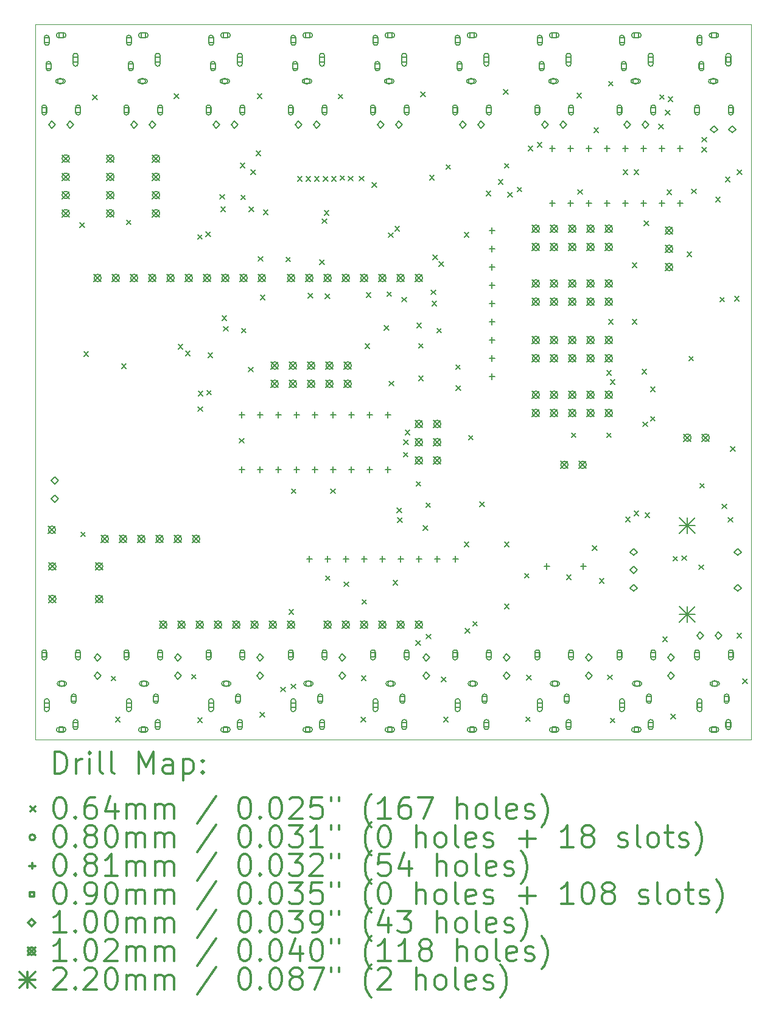
<source format=gbr>
%FSLAX45Y45*%
G04 Gerber Fmt 4.5, Leading zero omitted, Abs format (unit mm)*
G04 Created by KiCad (PCBNEW (2014-12-08 BZR 5317)-product) date sam. 06 juin 2015 11:44:37 CEST*
%MOMM*%
G01*
G04 APERTURE LIST*
%ADD10C,0.127000*%
%ADD11C,0.100000*%
%ADD12C,0.200000*%
%ADD13C,0.300000*%
G04 APERTURE END LIST*
D10*
D11*
X9804400Y-15417800D02*
X9804400Y-5461000D01*
X19761200Y-15417800D02*
X9804400Y-15417800D01*
X19761200Y-5461000D02*
X19761200Y-15417800D01*
X9804400Y-5461000D02*
X19761200Y-5461000D01*
D12*
X10420350Y-8223250D02*
X10483850Y-8286750D01*
X10483850Y-8223250D02*
X10420350Y-8286750D01*
X10433050Y-12528550D02*
X10496550Y-12592050D01*
X10496550Y-12528550D02*
X10433050Y-12592050D01*
X10473690Y-10016490D02*
X10537190Y-10079990D01*
X10537190Y-10016490D02*
X10473690Y-10079990D01*
X10598150Y-6445250D02*
X10661650Y-6508750D01*
X10661650Y-6445250D02*
X10598150Y-6508750D01*
X10858500Y-14535150D02*
X10922000Y-14598650D01*
X10922000Y-14535150D02*
X10858500Y-14598650D01*
X10915650Y-15106650D02*
X10979150Y-15170150D01*
X10979150Y-15106650D02*
X10915650Y-15170150D01*
X11002010Y-10189210D02*
X11065510Y-10252710D01*
X11065510Y-10189210D02*
X11002010Y-10252710D01*
X11068050Y-8185150D02*
X11131550Y-8248650D01*
X11131550Y-8185150D02*
X11068050Y-8248650D01*
X11734800Y-6426200D02*
X11798300Y-6489700D01*
X11798300Y-6426200D02*
X11734800Y-6489700D01*
X11789410Y-9914890D02*
X11852910Y-9978390D01*
X11852910Y-9914890D02*
X11789410Y-9978390D01*
X11891010Y-10011410D02*
X11954510Y-10074910D01*
X11954510Y-10011410D02*
X11891010Y-10074910D01*
X11976100Y-14509750D02*
X12039600Y-14573250D01*
X12039600Y-14509750D02*
X11976100Y-14573250D01*
X12058650Y-8388350D02*
X12122150Y-8451850D01*
X12122150Y-8388350D02*
X12058650Y-8451850D01*
X12058650Y-15113000D02*
X12122150Y-15176500D01*
X12122150Y-15113000D02*
X12058650Y-15176500D01*
X12063730Y-10783570D02*
X12127230Y-10847070D01*
X12127230Y-10783570D02*
X12063730Y-10847070D01*
X12066270Y-10566400D02*
X12129770Y-10629900D01*
X12129770Y-10566400D02*
X12066270Y-10629900D01*
X12172950Y-8350250D02*
X12236450Y-8413750D01*
X12236450Y-8350250D02*
X12172950Y-8413750D01*
X12186920Y-10556240D02*
X12250420Y-10619740D01*
X12250420Y-10556240D02*
X12186920Y-10619740D01*
X12200890Y-10036810D02*
X12264390Y-10100310D01*
X12264390Y-10036810D02*
X12200890Y-10100310D01*
X12369800Y-7829550D02*
X12433300Y-7893050D01*
X12433300Y-7829550D02*
X12369800Y-7893050D01*
X12382500Y-8001000D02*
X12446000Y-8064500D01*
X12446000Y-8001000D02*
X12382500Y-8064500D01*
X12399010Y-9518650D02*
X12462510Y-9582150D01*
X12462510Y-9518650D02*
X12399010Y-9582150D01*
X12419330Y-9665970D02*
X12482830Y-9729470D01*
X12482830Y-9665970D02*
X12419330Y-9729470D01*
X12637770Y-11225530D02*
X12701270Y-11289030D01*
X12701270Y-11225530D02*
X12637770Y-11289030D01*
X12653010Y-7395210D02*
X12716510Y-7458710D01*
X12716510Y-7395210D02*
X12653010Y-7458710D01*
X12661900Y-7835900D02*
X12725400Y-7899400D01*
X12725400Y-7835900D02*
X12661900Y-7899400D01*
X12668250Y-9691370D02*
X12731750Y-9754870D01*
X12731750Y-9691370D02*
X12668250Y-9754870D01*
X12764770Y-10234930D02*
X12828270Y-10298430D01*
X12828270Y-10234930D02*
X12764770Y-10298430D01*
X12776200Y-8001000D02*
X12839700Y-8064500D01*
X12839700Y-8001000D02*
X12776200Y-8064500D01*
X12800330Y-7486650D02*
X12863830Y-7550150D01*
X12863830Y-7486650D02*
X12800330Y-7550150D01*
X12871450Y-7222490D02*
X12934950Y-7285990D01*
X12934950Y-7222490D02*
X12871450Y-7285990D01*
X12890500Y-6426200D02*
X12954000Y-6489700D01*
X12954000Y-6426200D02*
X12890500Y-6489700D01*
X12903200Y-8693150D02*
X12966700Y-8756650D01*
X12966700Y-8693150D02*
X12903200Y-8756650D01*
X12928600Y-15036800D02*
X12992100Y-15100300D01*
X12992100Y-15036800D02*
X12928600Y-15100300D01*
X12932410Y-9229090D02*
X12995910Y-9292590D01*
X12995910Y-9229090D02*
X12932410Y-9292590D01*
X12973050Y-8045450D02*
X13036550Y-8108950D01*
X13036550Y-8045450D02*
X12973050Y-8108950D01*
X13214350Y-14687550D02*
X13277850Y-14751050D01*
X13277850Y-14687550D02*
X13214350Y-14751050D01*
X13288010Y-8700770D02*
X13351510Y-8764270D01*
X13351510Y-8700770D02*
X13288010Y-8764270D01*
X13328650Y-13608050D02*
X13392150Y-13671550D01*
X13392150Y-13608050D02*
X13328650Y-13671550D01*
X13359130Y-14644370D02*
X13422630Y-14707870D01*
X13422630Y-14644370D02*
X13359130Y-14707870D01*
X13364210Y-11926570D02*
X13427710Y-11990070D01*
X13427710Y-11926570D02*
X13364210Y-11990070D01*
X13445490Y-7578090D02*
X13508990Y-7641590D01*
X13508990Y-7578090D02*
X13445490Y-7641590D01*
X13567410Y-7578090D02*
X13630910Y-7641590D01*
X13630910Y-7578090D02*
X13567410Y-7641590D01*
X13595350Y-9206230D02*
X13658850Y-9269730D01*
X13658850Y-9206230D02*
X13595350Y-9269730D01*
X13684250Y-7578090D02*
X13747750Y-7641590D01*
X13747750Y-7578090D02*
X13684250Y-7641590D01*
X13755370Y-8741410D02*
X13818870Y-8804910D01*
X13818870Y-8741410D02*
X13755370Y-8804910D01*
X13790930Y-8166100D02*
X13854430Y-8229600D01*
X13854430Y-8166100D02*
X13790930Y-8229600D01*
X13806170Y-7578090D02*
X13869670Y-7641590D01*
X13869670Y-7578090D02*
X13806170Y-7641590D01*
X13821410Y-8053070D02*
X13884910Y-8116570D01*
X13884910Y-8053070D02*
X13821410Y-8116570D01*
X13831570Y-9213850D02*
X13895070Y-9277350D01*
X13895070Y-9213850D02*
X13831570Y-9277350D01*
X13836650Y-13138150D02*
X13900150Y-13201650D01*
X13900150Y-13138150D02*
X13836650Y-13201650D01*
X13907770Y-11926570D02*
X13971270Y-11990070D01*
X13971270Y-11926570D02*
X13907770Y-11990070D01*
X13923010Y-7578090D02*
X13986510Y-7641590D01*
X13986510Y-7578090D02*
X13923010Y-7641590D01*
X14014450Y-6432550D02*
X14077950Y-6496050D01*
X14077950Y-6432550D02*
X14014450Y-6496050D01*
X14039850Y-7567930D02*
X14103350Y-7631430D01*
X14103350Y-7567930D02*
X14039850Y-7631430D01*
X14097000Y-13220700D02*
X14160500Y-13284200D01*
X14160500Y-13220700D02*
X14097000Y-13284200D01*
X14154150Y-7575550D02*
X14217650Y-7639050D01*
X14217650Y-7575550D02*
X14154150Y-7639050D01*
X14306550Y-7575550D02*
X14370050Y-7639050D01*
X14370050Y-7575550D02*
X14306550Y-7639050D01*
X14331950Y-15106650D02*
X14395450Y-15170150D01*
X14395450Y-15106650D02*
X14331950Y-15170150D01*
X14338300Y-14528800D02*
X14401800Y-14592300D01*
X14401800Y-14528800D02*
X14338300Y-14592300D01*
X14344650Y-13468350D02*
X14408150Y-13531850D01*
X14408150Y-13468350D02*
X14344650Y-13531850D01*
X14385290Y-9909810D02*
X14448790Y-9973310D01*
X14448790Y-9909810D02*
X14385290Y-9973310D01*
X14405610Y-9198610D02*
X14469110Y-9262110D01*
X14469110Y-9198610D02*
X14405610Y-9262110D01*
X14484350Y-7664450D02*
X14547850Y-7727950D01*
X14547850Y-7664450D02*
X14484350Y-7727950D01*
X14654530Y-9655810D02*
X14718030Y-9719310D01*
X14718030Y-9655810D02*
X14654530Y-9719310D01*
X14690090Y-9183370D02*
X14753590Y-9246870D01*
X14753590Y-9183370D02*
X14690090Y-9246870D01*
X14712950Y-8362950D02*
X14776450Y-8426450D01*
X14776450Y-8362950D02*
X14712950Y-8426450D01*
X14720570Y-10427970D02*
X14784070Y-10491470D01*
X14784070Y-10427970D02*
X14720570Y-10491470D01*
X14776450Y-13201650D02*
X14839950Y-13265150D01*
X14839950Y-13201650D02*
X14776450Y-13265150D01*
X14801850Y-8274050D02*
X14865350Y-8337550D01*
X14865350Y-8274050D02*
X14801850Y-8337550D01*
X14829790Y-12193270D02*
X14893290Y-12256770D01*
X14893290Y-12193270D02*
X14829790Y-12256770D01*
X14839950Y-12330430D02*
X14903450Y-12393930D01*
X14903450Y-12330430D02*
X14839950Y-12393930D01*
X14898370Y-9259570D02*
X14961870Y-9323070D01*
X14961870Y-9259570D02*
X14898370Y-9323070D01*
X14918690Y-11418570D02*
X14982190Y-11482070D01*
X14982190Y-11418570D02*
X14918690Y-11482070D01*
X14923770Y-11245850D02*
X14987270Y-11309350D01*
X14987270Y-11245850D02*
X14923770Y-11309350D01*
X14944090Y-11108690D02*
X15007590Y-11172190D01*
X15007590Y-11108690D02*
X14944090Y-11172190D01*
X15093950Y-14039850D02*
X15157450Y-14103350D01*
X15157450Y-14039850D02*
X15093950Y-14103350D01*
X15099030Y-11824970D02*
X15162530Y-11888470D01*
X15162530Y-11824970D02*
X15099030Y-11888470D01*
X15106650Y-9620250D02*
X15170150Y-9683750D01*
X15170150Y-9620250D02*
X15106650Y-9683750D01*
X15132050Y-9904730D02*
X15195550Y-9968230D01*
X15195550Y-9904730D02*
X15132050Y-9968230D01*
X15132050Y-10356850D02*
X15195550Y-10420350D01*
X15195550Y-10356850D02*
X15132050Y-10420350D01*
X15163800Y-6400800D02*
X15227300Y-6464300D01*
X15227300Y-6400800D02*
X15163800Y-6464300D01*
X15195550Y-12439650D02*
X15259050Y-12503150D01*
X15259050Y-12439650D02*
X15195550Y-12503150D01*
X15233650Y-12122150D02*
X15297150Y-12185650D01*
X15297150Y-12122150D02*
X15233650Y-12185650D01*
X15240000Y-13950950D02*
X15303500Y-14014450D01*
X15303500Y-13950950D02*
X15240000Y-14014450D01*
X15284450Y-7562850D02*
X15347950Y-7626350D01*
X15347950Y-7562850D02*
X15284450Y-7626350D01*
X15304770Y-9157970D02*
X15368270Y-9221470D01*
X15368270Y-9157970D02*
X15304770Y-9221470D01*
X15320010Y-9315450D02*
X15383510Y-9378950D01*
X15383510Y-9315450D02*
X15320010Y-9378950D01*
X15330170Y-8670290D02*
X15393670Y-8733790D01*
X15393670Y-8670290D02*
X15330170Y-8733790D01*
X15386050Y-9691370D02*
X15449550Y-9754870D01*
X15449550Y-9691370D02*
X15386050Y-9754870D01*
X15416530Y-8766810D02*
X15480030Y-8830310D01*
X15480030Y-8766810D02*
X15416530Y-8830310D01*
X15449550Y-14547850D02*
X15513050Y-14611350D01*
X15513050Y-14547850D02*
X15449550Y-14611350D01*
X15481300Y-15106650D02*
X15544800Y-15170150D01*
X15544800Y-15106650D02*
X15481300Y-15170150D01*
X15515037Y-7414362D02*
X15578537Y-7477862D01*
X15578537Y-7414362D02*
X15515037Y-7477862D01*
X15650210Y-10199370D02*
X15713710Y-10262870D01*
X15713710Y-10199370D02*
X15650210Y-10262870D01*
X15654020Y-10490200D02*
X15717520Y-10553700D01*
X15717520Y-10490200D02*
X15654020Y-10553700D01*
X15767050Y-8360410D02*
X15830550Y-8423910D01*
X15830550Y-8360410D02*
X15767050Y-8423910D01*
X15767050Y-12668250D02*
X15830550Y-12731750D01*
X15830550Y-12668250D02*
X15767050Y-12731750D01*
X15779750Y-13868400D02*
X15843250Y-13931900D01*
X15843250Y-13868400D02*
X15779750Y-13931900D01*
X15826740Y-11181080D02*
X15890240Y-11244580D01*
X15890240Y-11181080D02*
X15826740Y-11244580D01*
X15887700Y-13773150D02*
X15951200Y-13836650D01*
X15951200Y-13773150D02*
X15887700Y-13836650D01*
X15982950Y-12109450D02*
X16046450Y-12172950D01*
X16046450Y-12109450D02*
X15982950Y-12172950D01*
X16071850Y-7781290D02*
X16135350Y-7844790D01*
X16135350Y-7781290D02*
X16071850Y-7844790D01*
X16243300Y-7620000D02*
X16306800Y-7683500D01*
X16306800Y-7620000D02*
X16243300Y-7683500D01*
X16313150Y-6369050D02*
X16376650Y-6432550D01*
X16376650Y-6369050D02*
X16313150Y-6432550D01*
X16325850Y-7397750D02*
X16389350Y-7461250D01*
X16389350Y-7397750D02*
X16325850Y-7461250D01*
X16325850Y-12668250D02*
X16389350Y-12731750D01*
X16389350Y-12668250D02*
X16325850Y-12731750D01*
X16325850Y-13531850D02*
X16389350Y-13595350D01*
X16389350Y-13531850D02*
X16325850Y-13595350D01*
X16371570Y-7801610D02*
X16435070Y-7865110D01*
X16435070Y-7801610D02*
X16371570Y-7865110D01*
X16503650Y-7727950D02*
X16567150Y-7791450D01*
X16567150Y-7727950D02*
X16503650Y-7791450D01*
X16605250Y-13105130D02*
X16668750Y-13168630D01*
X16668750Y-13105130D02*
X16605250Y-13168630D01*
X16624300Y-15100300D02*
X16687800Y-15163800D01*
X16687800Y-15100300D02*
X16624300Y-15163800D01*
X16637000Y-14522450D02*
X16700500Y-14585950D01*
X16700500Y-14522450D02*
X16637000Y-14585950D01*
X16656050Y-7156450D02*
X16719550Y-7219950D01*
X16719550Y-7156450D02*
X16656050Y-7219950D01*
X16783050Y-7105650D02*
X16846550Y-7169150D01*
X16846550Y-7105650D02*
X16783050Y-7169150D01*
X17189450Y-13125450D02*
X17252950Y-13188950D01*
X17252950Y-13125450D02*
X17189450Y-13188950D01*
X17255490Y-11146790D02*
X17318990Y-11210290D01*
X17318990Y-11146790D02*
X17255490Y-11210290D01*
X17335500Y-6419850D02*
X17399000Y-6483350D01*
X17399000Y-6419850D02*
X17335500Y-6483350D01*
X17346930Y-7760970D02*
X17410430Y-7824470D01*
X17410430Y-7760970D02*
X17346930Y-7824470D01*
X17550130Y-12719050D02*
X17613630Y-12782550D01*
X17613630Y-12719050D02*
X17550130Y-12782550D01*
X17570450Y-6902450D02*
X17633950Y-6965950D01*
X17633950Y-6902450D02*
X17570450Y-6965950D01*
X17646650Y-13176250D02*
X17710150Y-13239750D01*
X17710150Y-13176250D02*
X17646650Y-13239750D01*
X17748250Y-10280650D02*
X17811750Y-10344150D01*
X17811750Y-10280650D02*
X17748250Y-10344150D01*
X17748250Y-11146790D02*
X17811750Y-11210290D01*
X17811750Y-11146790D02*
X17748250Y-11210290D01*
X17760950Y-14516100D02*
X17824450Y-14579600D01*
X17824450Y-14516100D02*
X17760950Y-14579600D01*
X17773650Y-6254750D02*
X17837150Y-6318250D01*
X17837150Y-6254750D02*
X17773650Y-6318250D01*
X17773650Y-9569450D02*
X17837150Y-9632950D01*
X17837150Y-9569450D02*
X17773650Y-9632950D01*
X17799050Y-10407650D02*
X17862550Y-10471150D01*
X17862550Y-10407650D02*
X17799050Y-10471150D01*
X17799050Y-15119350D02*
X17862550Y-15182850D01*
X17862550Y-15119350D02*
X17799050Y-15182850D01*
X17976850Y-7486650D02*
X18040350Y-7550150D01*
X18040350Y-7486650D02*
X17976850Y-7550150D01*
X18011140Y-12320270D02*
X18074640Y-12383770D01*
X18074640Y-12320270D02*
X18011140Y-12383770D01*
X18103850Y-8782050D02*
X18167350Y-8845550D01*
X18167350Y-8782050D02*
X18103850Y-8845550D01*
X18103850Y-9569450D02*
X18167350Y-9632950D01*
X18167350Y-9569450D02*
X18103850Y-9632950D01*
X18129250Y-7486650D02*
X18192750Y-7550150D01*
X18192750Y-7486650D02*
X18129250Y-7550150D01*
X18129250Y-12236450D02*
X18192750Y-12299950D01*
X18192750Y-12236450D02*
X18129250Y-12299950D01*
X18241010Y-10265410D02*
X18304510Y-10328910D01*
X18304510Y-10265410D02*
X18241010Y-10328910D01*
X18251170Y-10996930D02*
X18314670Y-11060430D01*
X18314670Y-10996930D02*
X18251170Y-11060430D01*
X18268950Y-8197850D02*
X18332450Y-8261350D01*
X18332450Y-8197850D02*
X18268950Y-8261350D01*
X18282920Y-12263120D02*
X18346420Y-12326620D01*
X18346420Y-12263120D02*
X18282920Y-12326620D01*
X18357850Y-10509250D02*
X18421350Y-10572750D01*
X18421350Y-10509250D02*
X18357850Y-10572750D01*
X18357850Y-10920730D02*
X18421350Y-10984230D01*
X18421350Y-10920730D02*
X18357850Y-10984230D01*
X18472150Y-6851650D02*
X18535650Y-6915150D01*
X18535650Y-6851650D02*
X18472150Y-6915150D01*
X18484850Y-6438900D02*
X18548350Y-6502400D01*
X18548350Y-6438900D02*
X18484850Y-6502400D01*
X18529300Y-13989050D02*
X18592800Y-14052550D01*
X18592800Y-13989050D02*
X18529300Y-14052550D01*
X18567400Y-6654800D02*
X18630900Y-6718300D01*
X18630900Y-6654800D02*
X18567400Y-6718300D01*
X18586450Y-7766050D02*
X18649950Y-7829550D01*
X18649950Y-7766050D02*
X18586450Y-7829550D01*
X18602960Y-6471920D02*
X18666460Y-6535420D01*
X18666460Y-6471920D02*
X18602960Y-6535420D01*
X18643600Y-15062200D02*
X18707100Y-15125700D01*
X18707100Y-15062200D02*
X18643600Y-15125700D01*
X18671540Y-12867640D02*
X18735040Y-12931140D01*
X18735040Y-12867640D02*
X18671540Y-12931140D01*
X18792190Y-12860020D02*
X18855690Y-12923520D01*
X18855690Y-12860020D02*
X18792190Y-12923520D01*
X18867120Y-8630920D02*
X18930620Y-8694420D01*
X18930620Y-8630920D02*
X18867120Y-8694420D01*
X18891250Y-10082530D02*
X18954750Y-10146030D01*
X18954750Y-10082530D02*
X18891250Y-10146030D01*
X18929350Y-7753350D02*
X18992850Y-7816850D01*
X18992850Y-7753350D02*
X18929350Y-7816850D01*
X19030950Y-12985750D02*
X19094450Y-13049250D01*
X19094450Y-12985750D02*
X19030950Y-13049250D01*
X19043650Y-11850370D02*
X19107150Y-11913870D01*
X19107150Y-11850370D02*
X19043650Y-11913870D01*
X19074130Y-7031990D02*
X19137630Y-7095490D01*
X19137630Y-7031990D02*
X19074130Y-7095490D01*
X19074130Y-7171690D02*
X19137630Y-7235190D01*
X19137630Y-7171690D02*
X19074130Y-7235190D01*
X19265900Y-7867650D02*
X19329400Y-7931150D01*
X19329400Y-7867650D02*
X19265900Y-7931150D01*
X19323050Y-9259570D02*
X19386550Y-9323070D01*
X19386550Y-9259570D02*
X19323050Y-9323070D01*
X19350990Y-12139930D02*
X19414490Y-12203430D01*
X19414490Y-12139930D02*
X19350990Y-12203430D01*
X19399250Y-7588250D02*
X19462750Y-7651750D01*
X19462750Y-7588250D02*
X19399250Y-7651750D01*
X19437350Y-12325350D02*
X19500850Y-12388850D01*
X19500850Y-12325350D02*
X19437350Y-12388850D01*
X19470370Y-11337290D02*
X19533870Y-11400790D01*
X19533870Y-11337290D02*
X19470370Y-11400790D01*
X19526250Y-9246870D02*
X19589750Y-9310370D01*
X19589750Y-9246870D02*
X19526250Y-9310370D01*
X19559270Y-13938250D02*
X19622770Y-14001750D01*
X19622770Y-13938250D02*
X19559270Y-14001750D01*
X19564350Y-7486650D02*
X19627850Y-7550150D01*
X19627850Y-7486650D02*
X19564350Y-7550150D01*
X19639280Y-14574520D02*
X19702780Y-14638020D01*
X19702780Y-14574520D02*
X19639280Y-14638020D01*
X10190000Y-6253000D02*
G75*
G03X10190000Y-6253000I-40000J0D01*
G01*
X10185000Y-6223000D02*
X10115000Y-6223000D01*
X10185000Y-6283000D02*
X10115000Y-6283000D01*
X10115000Y-6223000D02*
G75*
G03X10115000Y-6283000I0J-30000D01*
G01*
X10185000Y-6283000D02*
G75*
G03X10185000Y-6223000I0J30000D01*
G01*
X10210000Y-14638500D02*
G75*
G03X10210000Y-14638500I-40000J0D01*
G01*
X10135000Y-14668500D02*
X10205000Y-14668500D01*
X10135000Y-14608500D02*
X10205000Y-14608500D01*
X10205000Y-14668500D02*
G75*
G03X10205000Y-14608500I0J30000D01*
G01*
X10135000Y-14608500D02*
G75*
G03X10135000Y-14668500I0J-30000D01*
G01*
X11333000Y-6253000D02*
G75*
G03X11333000Y-6253000I-40000J0D01*
G01*
X11328000Y-6223000D02*
X11258000Y-6223000D01*
X11328000Y-6283000D02*
X11258000Y-6283000D01*
X11258000Y-6223000D02*
G75*
G03X11258000Y-6283000I0J-30000D01*
G01*
X11328000Y-6283000D02*
G75*
G03X11328000Y-6223000I0J30000D01*
G01*
X11353000Y-14638500D02*
G75*
G03X11353000Y-14638500I-40000J0D01*
G01*
X11278000Y-14668500D02*
X11348000Y-14668500D01*
X11278000Y-14608500D02*
X11348000Y-14608500D01*
X11348000Y-14668500D02*
G75*
G03X11348000Y-14608500I0J30000D01*
G01*
X11278000Y-14608500D02*
G75*
G03X11278000Y-14668500I0J-30000D01*
G01*
X12476000Y-6253000D02*
G75*
G03X12476000Y-6253000I-40000J0D01*
G01*
X12471000Y-6223000D02*
X12401000Y-6223000D01*
X12471000Y-6283000D02*
X12401000Y-6283000D01*
X12401000Y-6223000D02*
G75*
G03X12401000Y-6283000I0J-30000D01*
G01*
X12471000Y-6283000D02*
G75*
G03X12471000Y-6223000I0J30000D01*
G01*
X12496000Y-14638500D02*
G75*
G03X12496000Y-14638500I-40000J0D01*
G01*
X12421000Y-14668500D02*
X12491000Y-14668500D01*
X12421000Y-14608500D02*
X12491000Y-14608500D01*
X12491000Y-14668500D02*
G75*
G03X12491000Y-14608500I0J30000D01*
G01*
X12421000Y-14608500D02*
G75*
G03X12421000Y-14668500I0J-30000D01*
G01*
X13619000Y-6253000D02*
G75*
G03X13619000Y-6253000I-40000J0D01*
G01*
X13614000Y-6223000D02*
X13544000Y-6223000D01*
X13614000Y-6283000D02*
X13544000Y-6283000D01*
X13544000Y-6223000D02*
G75*
G03X13544000Y-6283000I0J-30000D01*
G01*
X13614000Y-6283000D02*
G75*
G03X13614000Y-6223000I0J30000D01*
G01*
X13639000Y-14638500D02*
G75*
G03X13639000Y-14638500I-40000J0D01*
G01*
X13564000Y-14668500D02*
X13634000Y-14668500D01*
X13564000Y-14608500D02*
X13634000Y-14608500D01*
X13634000Y-14668500D02*
G75*
G03X13634000Y-14608500I0J30000D01*
G01*
X13564000Y-14608500D02*
G75*
G03X13564000Y-14668500I0J-30000D01*
G01*
X14762000Y-6253000D02*
G75*
G03X14762000Y-6253000I-40000J0D01*
G01*
X14757000Y-6223000D02*
X14687000Y-6223000D01*
X14757000Y-6283000D02*
X14687000Y-6283000D01*
X14687000Y-6223000D02*
G75*
G03X14687000Y-6283000I0J-30000D01*
G01*
X14757000Y-6283000D02*
G75*
G03X14757000Y-6223000I0J30000D01*
G01*
X14782000Y-14638500D02*
G75*
G03X14782000Y-14638500I-40000J0D01*
G01*
X14707000Y-14668500D02*
X14777000Y-14668500D01*
X14707000Y-14608500D02*
X14777000Y-14608500D01*
X14777000Y-14668500D02*
G75*
G03X14777000Y-14608500I0J30000D01*
G01*
X14707000Y-14608500D02*
G75*
G03X14707000Y-14668500I0J-30000D01*
G01*
X15905000Y-6253000D02*
G75*
G03X15905000Y-6253000I-40000J0D01*
G01*
X15900000Y-6223000D02*
X15830000Y-6223000D01*
X15900000Y-6283000D02*
X15830000Y-6283000D01*
X15830000Y-6223000D02*
G75*
G03X15830000Y-6283000I0J-30000D01*
G01*
X15900000Y-6283000D02*
G75*
G03X15900000Y-6223000I0J30000D01*
G01*
X15925000Y-14638500D02*
G75*
G03X15925000Y-14638500I-40000J0D01*
G01*
X15850000Y-14668500D02*
X15920000Y-14668500D01*
X15850000Y-14608500D02*
X15920000Y-14608500D01*
X15920000Y-14668500D02*
G75*
G03X15920000Y-14608500I0J30000D01*
G01*
X15850000Y-14608500D02*
G75*
G03X15850000Y-14668500I0J-30000D01*
G01*
X17048000Y-6253000D02*
G75*
G03X17048000Y-6253000I-40000J0D01*
G01*
X17043000Y-6223000D02*
X16973000Y-6223000D01*
X17043000Y-6283000D02*
X16973000Y-6283000D01*
X16973000Y-6223000D02*
G75*
G03X16973000Y-6283000I0J-30000D01*
G01*
X17043000Y-6283000D02*
G75*
G03X17043000Y-6223000I0J30000D01*
G01*
X17068000Y-14638500D02*
G75*
G03X17068000Y-14638500I-40000J0D01*
G01*
X16993000Y-14668500D02*
X17063000Y-14668500D01*
X16993000Y-14608500D02*
X17063000Y-14608500D01*
X17063000Y-14668500D02*
G75*
G03X17063000Y-14608500I0J30000D01*
G01*
X16993000Y-14608500D02*
G75*
G03X16993000Y-14668500I0J-30000D01*
G01*
X18191000Y-6253000D02*
G75*
G03X18191000Y-6253000I-40000J0D01*
G01*
X18186000Y-6223000D02*
X18116000Y-6223000D01*
X18186000Y-6283000D02*
X18116000Y-6283000D01*
X18116000Y-6223000D02*
G75*
G03X18116000Y-6283000I0J-30000D01*
G01*
X18186000Y-6283000D02*
G75*
G03X18186000Y-6223000I0J30000D01*
G01*
X18211000Y-14638500D02*
G75*
G03X18211000Y-14638500I-40000J0D01*
G01*
X18136000Y-14668500D02*
X18206000Y-14668500D01*
X18136000Y-14608500D02*
X18206000Y-14608500D01*
X18206000Y-14668500D02*
G75*
G03X18206000Y-14608500I0J30000D01*
G01*
X18136000Y-14608500D02*
G75*
G03X18136000Y-14668500I0J-30000D01*
G01*
X19270500Y-6253000D02*
G75*
G03X19270500Y-6253000I-40000J0D01*
G01*
X19265500Y-6223000D02*
X19195500Y-6223000D01*
X19265500Y-6283000D02*
X19195500Y-6283000D01*
X19195500Y-6223000D02*
G75*
G03X19195500Y-6283000I0J-30000D01*
G01*
X19265500Y-6283000D02*
G75*
G03X19265500Y-6223000I0J30000D01*
G01*
X19290500Y-14638500D02*
G75*
G03X19290500Y-14638500I-40000J0D01*
G01*
X19215500Y-14668500D02*
X19285500Y-14668500D01*
X19215500Y-14608500D02*
X19285500Y-14608500D01*
X19285500Y-14668500D02*
G75*
G03X19285500Y-14608500I0J30000D01*
G01*
X19215500Y-14608500D02*
G75*
G03X19215500Y-14668500I0J-30000D01*
G01*
X12674600Y-10855960D02*
X12674600Y-10937240D01*
X12633960Y-10896600D02*
X12715240Y-10896600D01*
X12674600Y-11617960D02*
X12674600Y-11699240D01*
X12633960Y-11658600D02*
X12715240Y-11658600D01*
X12928600Y-10855960D02*
X12928600Y-10937240D01*
X12887960Y-10896600D02*
X12969240Y-10896600D01*
X12928600Y-11617960D02*
X12928600Y-11699240D01*
X12887960Y-11658600D02*
X12969240Y-11658600D01*
X13182600Y-10855960D02*
X13182600Y-10937240D01*
X13141960Y-10896600D02*
X13223240Y-10896600D01*
X13182600Y-11617960D02*
X13182600Y-11699240D01*
X13141960Y-11658600D02*
X13223240Y-11658600D01*
X13436600Y-10855960D02*
X13436600Y-10937240D01*
X13395960Y-10896600D02*
X13477240Y-10896600D01*
X13436600Y-11617960D02*
X13436600Y-11699240D01*
X13395960Y-11658600D02*
X13477240Y-11658600D01*
X13614400Y-12862560D02*
X13614400Y-12943840D01*
X13573760Y-12903200D02*
X13655040Y-12903200D01*
X13690600Y-10855960D02*
X13690600Y-10937240D01*
X13649960Y-10896600D02*
X13731240Y-10896600D01*
X13690600Y-11617960D02*
X13690600Y-11699240D01*
X13649960Y-11658600D02*
X13731240Y-11658600D01*
X13868400Y-12862560D02*
X13868400Y-12943840D01*
X13827760Y-12903200D02*
X13909040Y-12903200D01*
X13944600Y-10855960D02*
X13944600Y-10937240D01*
X13903960Y-10896600D02*
X13985240Y-10896600D01*
X13944600Y-11617960D02*
X13944600Y-11699240D01*
X13903960Y-11658600D02*
X13985240Y-11658600D01*
X14122400Y-12862560D02*
X14122400Y-12943840D01*
X14081760Y-12903200D02*
X14163040Y-12903200D01*
X14198600Y-10855960D02*
X14198600Y-10937240D01*
X14157960Y-10896600D02*
X14239240Y-10896600D01*
X14198600Y-11617960D02*
X14198600Y-11699240D01*
X14157960Y-11658600D02*
X14239240Y-11658600D01*
X14376400Y-12862560D02*
X14376400Y-12943840D01*
X14335760Y-12903200D02*
X14417040Y-12903200D01*
X14452600Y-10855960D02*
X14452600Y-10937240D01*
X14411960Y-10896600D02*
X14493240Y-10896600D01*
X14452600Y-11617960D02*
X14452600Y-11699240D01*
X14411960Y-11658600D02*
X14493240Y-11658600D01*
X14630400Y-12862560D02*
X14630400Y-12943840D01*
X14589760Y-12903200D02*
X14671040Y-12903200D01*
X14706600Y-10855960D02*
X14706600Y-10937240D01*
X14665960Y-10896600D02*
X14747240Y-10896600D01*
X14706600Y-11617960D02*
X14706600Y-11699240D01*
X14665960Y-11658600D02*
X14747240Y-11658600D01*
X14884400Y-12862560D02*
X14884400Y-12943840D01*
X14843760Y-12903200D02*
X14925040Y-12903200D01*
X15138400Y-12862560D02*
X15138400Y-12943840D01*
X15097760Y-12903200D02*
X15179040Y-12903200D01*
X15392400Y-12862560D02*
X15392400Y-12943840D01*
X15351760Y-12903200D02*
X15433040Y-12903200D01*
X15646400Y-12862560D02*
X15646400Y-12943840D01*
X15605760Y-12903200D02*
X15687040Y-12903200D01*
X16154400Y-8290560D02*
X16154400Y-8371840D01*
X16113760Y-8331200D02*
X16195040Y-8331200D01*
X16154400Y-8544560D02*
X16154400Y-8625840D01*
X16113760Y-8585200D02*
X16195040Y-8585200D01*
X16154400Y-8798560D02*
X16154400Y-8879840D01*
X16113760Y-8839200D02*
X16195040Y-8839200D01*
X16154400Y-9052560D02*
X16154400Y-9133840D01*
X16113760Y-9093200D02*
X16195040Y-9093200D01*
X16154400Y-9306560D02*
X16154400Y-9387840D01*
X16113760Y-9347200D02*
X16195040Y-9347200D01*
X16154400Y-9560560D02*
X16154400Y-9641840D01*
X16113760Y-9601200D02*
X16195040Y-9601200D01*
X16154400Y-9814560D02*
X16154400Y-9895840D01*
X16113760Y-9855200D02*
X16195040Y-9855200D01*
X16154400Y-10068560D02*
X16154400Y-10149840D01*
X16113760Y-10109200D02*
X16195040Y-10109200D01*
X16154400Y-10322560D02*
X16154400Y-10403840D01*
X16113760Y-10363200D02*
X16195040Y-10363200D01*
X16916400Y-12964160D02*
X16916400Y-13045440D01*
X16875760Y-13004800D02*
X16957040Y-13004800D01*
X16992600Y-7147560D02*
X16992600Y-7228840D01*
X16951960Y-7188200D02*
X17033240Y-7188200D01*
X16992600Y-7909560D02*
X16992600Y-7990840D01*
X16951960Y-7950200D02*
X17033240Y-7950200D01*
X17246600Y-7147560D02*
X17246600Y-7228840D01*
X17205960Y-7188200D02*
X17287240Y-7188200D01*
X17246600Y-7909560D02*
X17246600Y-7990840D01*
X17205960Y-7950200D02*
X17287240Y-7950200D01*
X17424400Y-12964160D02*
X17424400Y-13045440D01*
X17383760Y-13004800D02*
X17465040Y-13004800D01*
X17500600Y-7147560D02*
X17500600Y-7228840D01*
X17459960Y-7188200D02*
X17541240Y-7188200D01*
X17500600Y-7909560D02*
X17500600Y-7990840D01*
X17459960Y-7950200D02*
X17541240Y-7950200D01*
X17754600Y-7147560D02*
X17754600Y-7228840D01*
X17713960Y-7188200D02*
X17795240Y-7188200D01*
X17754600Y-7909560D02*
X17754600Y-7990840D01*
X17713960Y-7950200D02*
X17795240Y-7950200D01*
X18008600Y-7147560D02*
X18008600Y-7228840D01*
X17967960Y-7188200D02*
X18049240Y-7188200D01*
X18008600Y-7909560D02*
X18008600Y-7990840D01*
X17967960Y-7950200D02*
X18049240Y-7950200D01*
X18262600Y-7147560D02*
X18262600Y-7228840D01*
X18221960Y-7188200D02*
X18303240Y-7188200D01*
X18262600Y-7909560D02*
X18262600Y-7990840D01*
X18221960Y-7950200D02*
X18303240Y-7950200D01*
X18516600Y-7147560D02*
X18516600Y-7228840D01*
X18475960Y-7188200D02*
X18557240Y-7188200D01*
X18516600Y-7909560D02*
X18516600Y-7990840D01*
X18475960Y-7950200D02*
X18557240Y-7950200D01*
X18770600Y-7147560D02*
X18770600Y-7228840D01*
X18729960Y-7188200D02*
X18811240Y-7188200D01*
X18770600Y-7909560D02*
X18770600Y-7990840D01*
X18729960Y-7950200D02*
X18811240Y-7950200D01*
X9956820Y-6684820D02*
X9956820Y-6621180D01*
X9893180Y-6621180D01*
X9893180Y-6684820D01*
X9956820Y-6684820D01*
X9890000Y-6618000D02*
X9890000Y-6688000D01*
X9960000Y-6618000D02*
X9960000Y-6688000D01*
X9890000Y-6688000D02*
G75*
G03X9960000Y-6688000I35000J0D01*
G01*
X9960000Y-6618000D02*
G75*
G03X9890000Y-6618000I-35000J0D01*
G01*
X9956820Y-14270320D02*
X9956820Y-14206680D01*
X9893180Y-14206680D01*
X9893180Y-14270320D01*
X9956820Y-14270320D01*
X9960000Y-14273500D02*
X9960000Y-14203500D01*
X9890000Y-14273500D02*
X9890000Y-14203500D01*
X9960000Y-14203500D02*
G75*
G03X9890000Y-14203500I-35000J0D01*
G01*
X9890000Y-14273500D02*
G75*
G03X9960000Y-14273500I35000J0D01*
G01*
X9991820Y-5714820D02*
X9991820Y-5651180D01*
X9928180Y-5651180D01*
X9928180Y-5714820D01*
X9991820Y-5714820D01*
X9925000Y-5648000D02*
X9925000Y-5718000D01*
X9995000Y-5648000D02*
X9995000Y-5718000D01*
X9925000Y-5718000D02*
G75*
G03X9995000Y-5718000I35000J0D01*
G01*
X9995000Y-5648000D02*
G75*
G03X9925000Y-5648000I-35000J0D01*
G01*
X9991820Y-14970320D02*
X9991820Y-14906680D01*
X9928180Y-14906680D01*
X9928180Y-14970320D01*
X9991820Y-14970320D01*
X9995000Y-14993500D02*
X9995000Y-14883500D01*
X9925000Y-14993500D02*
X9925000Y-14883500D01*
X9995000Y-14883500D02*
G75*
G03X9925000Y-14883500I-35000J0D01*
G01*
X9925000Y-14993500D02*
G75*
G03X9995000Y-14993500I35000J0D01*
G01*
X10016820Y-6074820D02*
X10016820Y-6011180D01*
X9953180Y-6011180D01*
X9953180Y-6074820D01*
X10016820Y-6074820D01*
X9950000Y-6013000D02*
X9950000Y-6073000D01*
X10020000Y-6013000D02*
X10020000Y-6073000D01*
X9950000Y-6073000D02*
G75*
G03X10020000Y-6073000I35000J0D01*
G01*
X10020000Y-6013000D02*
G75*
G03X9950000Y-6013000I-35000J0D01*
G01*
X10191820Y-5644820D02*
X10191820Y-5581180D01*
X10128180Y-5581180D01*
X10128180Y-5644820D01*
X10191820Y-5644820D01*
X10190000Y-5578000D02*
X10130000Y-5578000D01*
X10190000Y-5648000D02*
X10130000Y-5648000D01*
X10130000Y-5578000D02*
G75*
G03X10130000Y-5648000I0J-35000D01*
G01*
X10190000Y-5648000D02*
G75*
G03X10190000Y-5578000I0J35000D01*
G01*
X10191820Y-15310320D02*
X10191820Y-15246680D01*
X10128180Y-15246680D01*
X10128180Y-15310320D01*
X10191820Y-15310320D01*
X10130000Y-15313500D02*
X10190000Y-15313500D01*
X10130000Y-15243500D02*
X10190000Y-15243500D01*
X10190000Y-15313500D02*
G75*
G03X10190000Y-15243500I0J35000D01*
G01*
X10130000Y-15243500D02*
G75*
G03X10130000Y-15313500I0J-35000D01*
G01*
X10366820Y-14880320D02*
X10366820Y-14816680D01*
X10303180Y-14816680D01*
X10303180Y-14880320D01*
X10366820Y-14880320D01*
X10370000Y-14878500D02*
X10370000Y-14818500D01*
X10300000Y-14878500D02*
X10300000Y-14818500D01*
X10370000Y-14818500D02*
G75*
G03X10300000Y-14818500I-35000J0D01*
G01*
X10300000Y-14878500D02*
G75*
G03X10370000Y-14878500I35000J0D01*
G01*
X10391820Y-5984820D02*
X10391820Y-5921180D01*
X10328180Y-5921180D01*
X10328180Y-5984820D01*
X10391820Y-5984820D01*
X10325000Y-5898000D02*
X10325000Y-6008000D01*
X10395000Y-5898000D02*
X10395000Y-6008000D01*
X10325000Y-6008000D02*
G75*
G03X10395000Y-6008000I35000J0D01*
G01*
X10395000Y-5898000D02*
G75*
G03X10325000Y-5898000I-35000J0D01*
G01*
X10391820Y-15240320D02*
X10391820Y-15176680D01*
X10328180Y-15176680D01*
X10328180Y-15240320D01*
X10391820Y-15240320D01*
X10395000Y-15243500D02*
X10395000Y-15173500D01*
X10325000Y-15243500D02*
X10325000Y-15173500D01*
X10395000Y-15173500D02*
G75*
G03X10325000Y-15173500I-35000J0D01*
G01*
X10325000Y-15243500D02*
G75*
G03X10395000Y-15243500I35000J0D01*
G01*
X10426820Y-6684820D02*
X10426820Y-6621180D01*
X10363180Y-6621180D01*
X10363180Y-6684820D01*
X10426820Y-6684820D01*
X10360000Y-6618000D02*
X10360000Y-6688000D01*
X10430000Y-6618000D02*
X10430000Y-6688000D01*
X10360000Y-6688000D02*
G75*
G03X10430000Y-6688000I35000J0D01*
G01*
X10430000Y-6618000D02*
G75*
G03X10360000Y-6618000I-35000J0D01*
G01*
X10426820Y-14270320D02*
X10426820Y-14206680D01*
X10363180Y-14206680D01*
X10363180Y-14270320D01*
X10426820Y-14270320D01*
X10430000Y-14273500D02*
X10430000Y-14203500D01*
X10360000Y-14273500D02*
X10360000Y-14203500D01*
X10430000Y-14203500D02*
G75*
G03X10360000Y-14203500I-35000J0D01*
G01*
X10360000Y-14273500D02*
G75*
G03X10430000Y-14273500I35000J0D01*
G01*
X11099820Y-6684820D02*
X11099820Y-6621180D01*
X11036180Y-6621180D01*
X11036180Y-6684820D01*
X11099820Y-6684820D01*
X11033000Y-6618000D02*
X11033000Y-6688000D01*
X11103000Y-6618000D02*
X11103000Y-6688000D01*
X11033000Y-6688000D02*
G75*
G03X11103000Y-6688000I35000J0D01*
G01*
X11103000Y-6618000D02*
G75*
G03X11033000Y-6618000I-35000J0D01*
G01*
X11099820Y-14270320D02*
X11099820Y-14206680D01*
X11036180Y-14206680D01*
X11036180Y-14270320D01*
X11099820Y-14270320D01*
X11103000Y-14273500D02*
X11103000Y-14203500D01*
X11033000Y-14273500D02*
X11033000Y-14203500D01*
X11103000Y-14203500D02*
G75*
G03X11033000Y-14203500I-35000J0D01*
G01*
X11033000Y-14273500D02*
G75*
G03X11103000Y-14273500I35000J0D01*
G01*
X11134820Y-5714820D02*
X11134820Y-5651180D01*
X11071180Y-5651180D01*
X11071180Y-5714820D01*
X11134820Y-5714820D01*
X11068000Y-5648000D02*
X11068000Y-5718000D01*
X11138000Y-5648000D02*
X11138000Y-5718000D01*
X11068000Y-5718000D02*
G75*
G03X11138000Y-5718000I35000J0D01*
G01*
X11138000Y-5648000D02*
G75*
G03X11068000Y-5648000I-35000J0D01*
G01*
X11134820Y-14970320D02*
X11134820Y-14906680D01*
X11071180Y-14906680D01*
X11071180Y-14970320D01*
X11134820Y-14970320D01*
X11138000Y-14993500D02*
X11138000Y-14883500D01*
X11068000Y-14993500D02*
X11068000Y-14883500D01*
X11138000Y-14883500D02*
G75*
G03X11068000Y-14883500I-35000J0D01*
G01*
X11068000Y-14993500D02*
G75*
G03X11138000Y-14993500I35000J0D01*
G01*
X11159820Y-6074820D02*
X11159820Y-6011180D01*
X11096180Y-6011180D01*
X11096180Y-6074820D01*
X11159820Y-6074820D01*
X11093000Y-6013000D02*
X11093000Y-6073000D01*
X11163000Y-6013000D02*
X11163000Y-6073000D01*
X11093000Y-6073000D02*
G75*
G03X11163000Y-6073000I35000J0D01*
G01*
X11163000Y-6013000D02*
G75*
G03X11093000Y-6013000I-35000J0D01*
G01*
X11334820Y-5644820D02*
X11334820Y-5581180D01*
X11271180Y-5581180D01*
X11271180Y-5644820D01*
X11334820Y-5644820D01*
X11333000Y-5578000D02*
X11273000Y-5578000D01*
X11333000Y-5648000D02*
X11273000Y-5648000D01*
X11273000Y-5578000D02*
G75*
G03X11273000Y-5648000I0J-35000D01*
G01*
X11333000Y-5648000D02*
G75*
G03X11333000Y-5578000I0J35000D01*
G01*
X11334820Y-15310320D02*
X11334820Y-15246680D01*
X11271180Y-15246680D01*
X11271180Y-15310320D01*
X11334820Y-15310320D01*
X11273000Y-15313500D02*
X11333000Y-15313500D01*
X11273000Y-15243500D02*
X11333000Y-15243500D01*
X11333000Y-15313500D02*
G75*
G03X11333000Y-15243500I0J35000D01*
G01*
X11273000Y-15243500D02*
G75*
G03X11273000Y-15313500I0J-35000D01*
G01*
X11509820Y-14880320D02*
X11509820Y-14816680D01*
X11446180Y-14816680D01*
X11446180Y-14880320D01*
X11509820Y-14880320D01*
X11513000Y-14878500D02*
X11513000Y-14818500D01*
X11443000Y-14878500D02*
X11443000Y-14818500D01*
X11513000Y-14818500D02*
G75*
G03X11443000Y-14818500I-35000J0D01*
G01*
X11443000Y-14878500D02*
G75*
G03X11513000Y-14878500I35000J0D01*
G01*
X11534820Y-5984820D02*
X11534820Y-5921180D01*
X11471180Y-5921180D01*
X11471180Y-5984820D01*
X11534820Y-5984820D01*
X11468000Y-5898000D02*
X11468000Y-6008000D01*
X11538000Y-5898000D02*
X11538000Y-6008000D01*
X11468000Y-6008000D02*
G75*
G03X11538000Y-6008000I35000J0D01*
G01*
X11538000Y-5898000D02*
G75*
G03X11468000Y-5898000I-35000J0D01*
G01*
X11534820Y-15240320D02*
X11534820Y-15176680D01*
X11471180Y-15176680D01*
X11471180Y-15240320D01*
X11534820Y-15240320D01*
X11538000Y-15243500D02*
X11538000Y-15173500D01*
X11468000Y-15243500D02*
X11468000Y-15173500D01*
X11538000Y-15173500D02*
G75*
G03X11468000Y-15173500I-35000J0D01*
G01*
X11468000Y-15243500D02*
G75*
G03X11538000Y-15243500I35000J0D01*
G01*
X11569820Y-6684820D02*
X11569820Y-6621180D01*
X11506180Y-6621180D01*
X11506180Y-6684820D01*
X11569820Y-6684820D01*
X11503000Y-6618000D02*
X11503000Y-6688000D01*
X11573000Y-6618000D02*
X11573000Y-6688000D01*
X11503000Y-6688000D02*
G75*
G03X11573000Y-6688000I35000J0D01*
G01*
X11573000Y-6618000D02*
G75*
G03X11503000Y-6618000I-35000J0D01*
G01*
X11569820Y-14270320D02*
X11569820Y-14206680D01*
X11506180Y-14206680D01*
X11506180Y-14270320D01*
X11569820Y-14270320D01*
X11573000Y-14273500D02*
X11573000Y-14203500D01*
X11503000Y-14273500D02*
X11503000Y-14203500D01*
X11573000Y-14203500D02*
G75*
G03X11503000Y-14203500I-35000J0D01*
G01*
X11503000Y-14273500D02*
G75*
G03X11573000Y-14273500I35000J0D01*
G01*
X12242820Y-6684820D02*
X12242820Y-6621180D01*
X12179180Y-6621180D01*
X12179180Y-6684820D01*
X12242820Y-6684820D01*
X12176000Y-6618000D02*
X12176000Y-6688000D01*
X12246000Y-6618000D02*
X12246000Y-6688000D01*
X12176000Y-6688000D02*
G75*
G03X12246000Y-6688000I35000J0D01*
G01*
X12246000Y-6618000D02*
G75*
G03X12176000Y-6618000I-35000J0D01*
G01*
X12242820Y-14270320D02*
X12242820Y-14206680D01*
X12179180Y-14206680D01*
X12179180Y-14270320D01*
X12242820Y-14270320D01*
X12246000Y-14273500D02*
X12246000Y-14203500D01*
X12176000Y-14273500D02*
X12176000Y-14203500D01*
X12246000Y-14203500D02*
G75*
G03X12176000Y-14203500I-35000J0D01*
G01*
X12176000Y-14273500D02*
G75*
G03X12246000Y-14273500I35000J0D01*
G01*
X12277820Y-5714820D02*
X12277820Y-5651180D01*
X12214180Y-5651180D01*
X12214180Y-5714820D01*
X12277820Y-5714820D01*
X12211000Y-5648000D02*
X12211000Y-5718000D01*
X12281000Y-5648000D02*
X12281000Y-5718000D01*
X12211000Y-5718000D02*
G75*
G03X12281000Y-5718000I35000J0D01*
G01*
X12281000Y-5648000D02*
G75*
G03X12211000Y-5648000I-35000J0D01*
G01*
X12277820Y-14970320D02*
X12277820Y-14906680D01*
X12214180Y-14906680D01*
X12214180Y-14970320D01*
X12277820Y-14970320D01*
X12281000Y-14993500D02*
X12281000Y-14883500D01*
X12211000Y-14993500D02*
X12211000Y-14883500D01*
X12281000Y-14883500D02*
G75*
G03X12211000Y-14883500I-35000J0D01*
G01*
X12211000Y-14993500D02*
G75*
G03X12281000Y-14993500I35000J0D01*
G01*
X12302820Y-6074820D02*
X12302820Y-6011180D01*
X12239180Y-6011180D01*
X12239180Y-6074820D01*
X12302820Y-6074820D01*
X12236000Y-6013000D02*
X12236000Y-6073000D01*
X12306000Y-6013000D02*
X12306000Y-6073000D01*
X12236000Y-6073000D02*
G75*
G03X12306000Y-6073000I35000J0D01*
G01*
X12306000Y-6013000D02*
G75*
G03X12236000Y-6013000I-35000J0D01*
G01*
X12477820Y-5644820D02*
X12477820Y-5581180D01*
X12414180Y-5581180D01*
X12414180Y-5644820D01*
X12477820Y-5644820D01*
X12476000Y-5578000D02*
X12416000Y-5578000D01*
X12476000Y-5648000D02*
X12416000Y-5648000D01*
X12416000Y-5578000D02*
G75*
G03X12416000Y-5648000I0J-35000D01*
G01*
X12476000Y-5648000D02*
G75*
G03X12476000Y-5578000I0J35000D01*
G01*
X12477820Y-15310320D02*
X12477820Y-15246680D01*
X12414180Y-15246680D01*
X12414180Y-15310320D01*
X12477820Y-15310320D01*
X12416000Y-15313500D02*
X12476000Y-15313500D01*
X12416000Y-15243500D02*
X12476000Y-15243500D01*
X12476000Y-15313500D02*
G75*
G03X12476000Y-15243500I0J35000D01*
G01*
X12416000Y-15243500D02*
G75*
G03X12416000Y-15313500I0J-35000D01*
G01*
X12652820Y-14880320D02*
X12652820Y-14816680D01*
X12589180Y-14816680D01*
X12589180Y-14880320D01*
X12652820Y-14880320D01*
X12656000Y-14878500D02*
X12656000Y-14818500D01*
X12586000Y-14878500D02*
X12586000Y-14818500D01*
X12656000Y-14818500D02*
G75*
G03X12586000Y-14818500I-35000J0D01*
G01*
X12586000Y-14878500D02*
G75*
G03X12656000Y-14878500I35000J0D01*
G01*
X12677820Y-5984820D02*
X12677820Y-5921180D01*
X12614180Y-5921180D01*
X12614180Y-5984820D01*
X12677820Y-5984820D01*
X12611000Y-5898000D02*
X12611000Y-6008000D01*
X12681000Y-5898000D02*
X12681000Y-6008000D01*
X12611000Y-6008000D02*
G75*
G03X12681000Y-6008000I35000J0D01*
G01*
X12681000Y-5898000D02*
G75*
G03X12611000Y-5898000I-35000J0D01*
G01*
X12677820Y-15240320D02*
X12677820Y-15176680D01*
X12614180Y-15176680D01*
X12614180Y-15240320D01*
X12677820Y-15240320D01*
X12681000Y-15243500D02*
X12681000Y-15173500D01*
X12611000Y-15243500D02*
X12611000Y-15173500D01*
X12681000Y-15173500D02*
G75*
G03X12611000Y-15173500I-35000J0D01*
G01*
X12611000Y-15243500D02*
G75*
G03X12681000Y-15243500I35000J0D01*
G01*
X12712820Y-6684820D02*
X12712820Y-6621180D01*
X12649180Y-6621180D01*
X12649180Y-6684820D01*
X12712820Y-6684820D01*
X12646000Y-6618000D02*
X12646000Y-6688000D01*
X12716000Y-6618000D02*
X12716000Y-6688000D01*
X12646000Y-6688000D02*
G75*
G03X12716000Y-6688000I35000J0D01*
G01*
X12716000Y-6618000D02*
G75*
G03X12646000Y-6618000I-35000J0D01*
G01*
X12712820Y-14270320D02*
X12712820Y-14206680D01*
X12649180Y-14206680D01*
X12649180Y-14270320D01*
X12712820Y-14270320D01*
X12716000Y-14273500D02*
X12716000Y-14203500D01*
X12646000Y-14273500D02*
X12646000Y-14203500D01*
X12716000Y-14203500D02*
G75*
G03X12646000Y-14203500I-35000J0D01*
G01*
X12646000Y-14273500D02*
G75*
G03X12716000Y-14273500I35000J0D01*
G01*
X13385820Y-6684820D02*
X13385820Y-6621180D01*
X13322180Y-6621180D01*
X13322180Y-6684820D01*
X13385820Y-6684820D01*
X13319000Y-6618000D02*
X13319000Y-6688000D01*
X13389000Y-6618000D02*
X13389000Y-6688000D01*
X13319000Y-6688000D02*
G75*
G03X13389000Y-6688000I35000J0D01*
G01*
X13389000Y-6618000D02*
G75*
G03X13319000Y-6618000I-35000J0D01*
G01*
X13385820Y-14270320D02*
X13385820Y-14206680D01*
X13322180Y-14206680D01*
X13322180Y-14270320D01*
X13385820Y-14270320D01*
X13389000Y-14273500D02*
X13389000Y-14203500D01*
X13319000Y-14273500D02*
X13319000Y-14203500D01*
X13389000Y-14203500D02*
G75*
G03X13319000Y-14203500I-35000J0D01*
G01*
X13319000Y-14273500D02*
G75*
G03X13389000Y-14273500I35000J0D01*
G01*
X13420820Y-5714820D02*
X13420820Y-5651180D01*
X13357180Y-5651180D01*
X13357180Y-5714820D01*
X13420820Y-5714820D01*
X13354000Y-5648000D02*
X13354000Y-5718000D01*
X13424000Y-5648000D02*
X13424000Y-5718000D01*
X13354000Y-5718000D02*
G75*
G03X13424000Y-5718000I35000J0D01*
G01*
X13424000Y-5648000D02*
G75*
G03X13354000Y-5648000I-35000J0D01*
G01*
X13420820Y-14970320D02*
X13420820Y-14906680D01*
X13357180Y-14906680D01*
X13357180Y-14970320D01*
X13420820Y-14970320D01*
X13424000Y-14993500D02*
X13424000Y-14883500D01*
X13354000Y-14993500D02*
X13354000Y-14883500D01*
X13424000Y-14883500D02*
G75*
G03X13354000Y-14883500I-35000J0D01*
G01*
X13354000Y-14993500D02*
G75*
G03X13424000Y-14993500I35000J0D01*
G01*
X13445820Y-6074820D02*
X13445820Y-6011180D01*
X13382180Y-6011180D01*
X13382180Y-6074820D01*
X13445820Y-6074820D01*
X13379000Y-6013000D02*
X13379000Y-6073000D01*
X13449000Y-6013000D02*
X13449000Y-6073000D01*
X13379000Y-6073000D02*
G75*
G03X13449000Y-6073000I35000J0D01*
G01*
X13449000Y-6013000D02*
G75*
G03X13379000Y-6013000I-35000J0D01*
G01*
X13620820Y-5644820D02*
X13620820Y-5581180D01*
X13557180Y-5581180D01*
X13557180Y-5644820D01*
X13620820Y-5644820D01*
X13619000Y-5578000D02*
X13559000Y-5578000D01*
X13619000Y-5648000D02*
X13559000Y-5648000D01*
X13559000Y-5578000D02*
G75*
G03X13559000Y-5648000I0J-35000D01*
G01*
X13619000Y-5648000D02*
G75*
G03X13619000Y-5578000I0J35000D01*
G01*
X13620820Y-15310320D02*
X13620820Y-15246680D01*
X13557180Y-15246680D01*
X13557180Y-15310320D01*
X13620820Y-15310320D01*
X13559000Y-15313500D02*
X13619000Y-15313500D01*
X13559000Y-15243500D02*
X13619000Y-15243500D01*
X13619000Y-15313500D02*
G75*
G03X13619000Y-15243500I0J35000D01*
G01*
X13559000Y-15243500D02*
G75*
G03X13559000Y-15313500I0J-35000D01*
G01*
X13795820Y-14880320D02*
X13795820Y-14816680D01*
X13732180Y-14816680D01*
X13732180Y-14880320D01*
X13795820Y-14880320D01*
X13799000Y-14878500D02*
X13799000Y-14818500D01*
X13729000Y-14878500D02*
X13729000Y-14818500D01*
X13799000Y-14818500D02*
G75*
G03X13729000Y-14818500I-35000J0D01*
G01*
X13729000Y-14878500D02*
G75*
G03X13799000Y-14878500I35000J0D01*
G01*
X13820820Y-5984820D02*
X13820820Y-5921180D01*
X13757180Y-5921180D01*
X13757180Y-5984820D01*
X13820820Y-5984820D01*
X13754000Y-5898000D02*
X13754000Y-6008000D01*
X13824000Y-5898000D02*
X13824000Y-6008000D01*
X13754000Y-6008000D02*
G75*
G03X13824000Y-6008000I35000J0D01*
G01*
X13824000Y-5898000D02*
G75*
G03X13754000Y-5898000I-35000J0D01*
G01*
X13820820Y-15240320D02*
X13820820Y-15176680D01*
X13757180Y-15176680D01*
X13757180Y-15240320D01*
X13820820Y-15240320D01*
X13824000Y-15243500D02*
X13824000Y-15173500D01*
X13754000Y-15243500D02*
X13754000Y-15173500D01*
X13824000Y-15173500D02*
G75*
G03X13754000Y-15173500I-35000J0D01*
G01*
X13754000Y-15243500D02*
G75*
G03X13824000Y-15243500I35000J0D01*
G01*
X13855820Y-6684820D02*
X13855820Y-6621180D01*
X13792180Y-6621180D01*
X13792180Y-6684820D01*
X13855820Y-6684820D01*
X13789000Y-6618000D02*
X13789000Y-6688000D01*
X13859000Y-6618000D02*
X13859000Y-6688000D01*
X13789000Y-6688000D02*
G75*
G03X13859000Y-6688000I35000J0D01*
G01*
X13859000Y-6618000D02*
G75*
G03X13789000Y-6618000I-35000J0D01*
G01*
X13855820Y-14270320D02*
X13855820Y-14206680D01*
X13792180Y-14206680D01*
X13792180Y-14270320D01*
X13855820Y-14270320D01*
X13859000Y-14273500D02*
X13859000Y-14203500D01*
X13789000Y-14273500D02*
X13789000Y-14203500D01*
X13859000Y-14203500D02*
G75*
G03X13789000Y-14203500I-35000J0D01*
G01*
X13789000Y-14273500D02*
G75*
G03X13859000Y-14273500I35000J0D01*
G01*
X14528820Y-6684820D02*
X14528820Y-6621180D01*
X14465180Y-6621180D01*
X14465180Y-6684820D01*
X14528820Y-6684820D01*
X14462000Y-6618000D02*
X14462000Y-6688000D01*
X14532000Y-6618000D02*
X14532000Y-6688000D01*
X14462000Y-6688000D02*
G75*
G03X14532000Y-6688000I35000J0D01*
G01*
X14532000Y-6618000D02*
G75*
G03X14462000Y-6618000I-35000J0D01*
G01*
X14528820Y-14270320D02*
X14528820Y-14206680D01*
X14465180Y-14206680D01*
X14465180Y-14270320D01*
X14528820Y-14270320D01*
X14532000Y-14273500D02*
X14532000Y-14203500D01*
X14462000Y-14273500D02*
X14462000Y-14203500D01*
X14532000Y-14203500D02*
G75*
G03X14462000Y-14203500I-35000J0D01*
G01*
X14462000Y-14273500D02*
G75*
G03X14532000Y-14273500I35000J0D01*
G01*
X14563820Y-5714820D02*
X14563820Y-5651180D01*
X14500180Y-5651180D01*
X14500180Y-5714820D01*
X14563820Y-5714820D01*
X14497000Y-5648000D02*
X14497000Y-5718000D01*
X14567000Y-5648000D02*
X14567000Y-5718000D01*
X14497000Y-5718000D02*
G75*
G03X14567000Y-5718000I35000J0D01*
G01*
X14567000Y-5648000D02*
G75*
G03X14497000Y-5648000I-35000J0D01*
G01*
X14563820Y-14970320D02*
X14563820Y-14906680D01*
X14500180Y-14906680D01*
X14500180Y-14970320D01*
X14563820Y-14970320D01*
X14567000Y-14993500D02*
X14567000Y-14883500D01*
X14497000Y-14993500D02*
X14497000Y-14883500D01*
X14567000Y-14883500D02*
G75*
G03X14497000Y-14883500I-35000J0D01*
G01*
X14497000Y-14993500D02*
G75*
G03X14567000Y-14993500I35000J0D01*
G01*
X14588820Y-6074820D02*
X14588820Y-6011180D01*
X14525180Y-6011180D01*
X14525180Y-6074820D01*
X14588820Y-6074820D01*
X14522000Y-6013000D02*
X14522000Y-6073000D01*
X14592000Y-6013000D02*
X14592000Y-6073000D01*
X14522000Y-6073000D02*
G75*
G03X14592000Y-6073000I35000J0D01*
G01*
X14592000Y-6013000D02*
G75*
G03X14522000Y-6013000I-35000J0D01*
G01*
X14763820Y-5644820D02*
X14763820Y-5581180D01*
X14700180Y-5581180D01*
X14700180Y-5644820D01*
X14763820Y-5644820D01*
X14762000Y-5578000D02*
X14702000Y-5578000D01*
X14762000Y-5648000D02*
X14702000Y-5648000D01*
X14702000Y-5578000D02*
G75*
G03X14702000Y-5648000I0J-35000D01*
G01*
X14762000Y-5648000D02*
G75*
G03X14762000Y-5578000I0J35000D01*
G01*
X14763820Y-15310320D02*
X14763820Y-15246680D01*
X14700180Y-15246680D01*
X14700180Y-15310320D01*
X14763820Y-15310320D01*
X14702000Y-15313500D02*
X14762000Y-15313500D01*
X14702000Y-15243500D02*
X14762000Y-15243500D01*
X14762000Y-15313500D02*
G75*
G03X14762000Y-15243500I0J35000D01*
G01*
X14702000Y-15243500D02*
G75*
G03X14702000Y-15313500I0J-35000D01*
G01*
X14938820Y-14880320D02*
X14938820Y-14816680D01*
X14875180Y-14816680D01*
X14875180Y-14880320D01*
X14938820Y-14880320D01*
X14942000Y-14878500D02*
X14942000Y-14818500D01*
X14872000Y-14878500D02*
X14872000Y-14818500D01*
X14942000Y-14818500D02*
G75*
G03X14872000Y-14818500I-35000J0D01*
G01*
X14872000Y-14878500D02*
G75*
G03X14942000Y-14878500I35000J0D01*
G01*
X14963820Y-5984820D02*
X14963820Y-5921180D01*
X14900180Y-5921180D01*
X14900180Y-5984820D01*
X14963820Y-5984820D01*
X14897000Y-5898000D02*
X14897000Y-6008000D01*
X14967000Y-5898000D02*
X14967000Y-6008000D01*
X14897000Y-6008000D02*
G75*
G03X14967000Y-6008000I35000J0D01*
G01*
X14967000Y-5898000D02*
G75*
G03X14897000Y-5898000I-35000J0D01*
G01*
X14963820Y-15240320D02*
X14963820Y-15176680D01*
X14900180Y-15176680D01*
X14900180Y-15240320D01*
X14963820Y-15240320D01*
X14967000Y-15243500D02*
X14967000Y-15173500D01*
X14897000Y-15243500D02*
X14897000Y-15173500D01*
X14967000Y-15173500D02*
G75*
G03X14897000Y-15173500I-35000J0D01*
G01*
X14897000Y-15243500D02*
G75*
G03X14967000Y-15243500I35000J0D01*
G01*
X14998820Y-6684820D02*
X14998820Y-6621180D01*
X14935180Y-6621180D01*
X14935180Y-6684820D01*
X14998820Y-6684820D01*
X14932000Y-6618000D02*
X14932000Y-6688000D01*
X15002000Y-6618000D02*
X15002000Y-6688000D01*
X14932000Y-6688000D02*
G75*
G03X15002000Y-6688000I35000J0D01*
G01*
X15002000Y-6618000D02*
G75*
G03X14932000Y-6618000I-35000J0D01*
G01*
X14998820Y-14270320D02*
X14998820Y-14206680D01*
X14935180Y-14206680D01*
X14935180Y-14270320D01*
X14998820Y-14270320D01*
X15002000Y-14273500D02*
X15002000Y-14203500D01*
X14932000Y-14273500D02*
X14932000Y-14203500D01*
X15002000Y-14203500D02*
G75*
G03X14932000Y-14203500I-35000J0D01*
G01*
X14932000Y-14273500D02*
G75*
G03X15002000Y-14273500I35000J0D01*
G01*
X15671820Y-6684820D02*
X15671820Y-6621180D01*
X15608180Y-6621180D01*
X15608180Y-6684820D01*
X15671820Y-6684820D01*
X15605000Y-6618000D02*
X15605000Y-6688000D01*
X15675000Y-6618000D02*
X15675000Y-6688000D01*
X15605000Y-6688000D02*
G75*
G03X15675000Y-6688000I35000J0D01*
G01*
X15675000Y-6618000D02*
G75*
G03X15605000Y-6618000I-35000J0D01*
G01*
X15671820Y-14270320D02*
X15671820Y-14206680D01*
X15608180Y-14206680D01*
X15608180Y-14270320D01*
X15671820Y-14270320D01*
X15675000Y-14273500D02*
X15675000Y-14203500D01*
X15605000Y-14273500D02*
X15605000Y-14203500D01*
X15675000Y-14203500D02*
G75*
G03X15605000Y-14203500I-35000J0D01*
G01*
X15605000Y-14273500D02*
G75*
G03X15675000Y-14273500I35000J0D01*
G01*
X15706820Y-5714820D02*
X15706820Y-5651180D01*
X15643180Y-5651180D01*
X15643180Y-5714820D01*
X15706820Y-5714820D01*
X15640000Y-5648000D02*
X15640000Y-5718000D01*
X15710000Y-5648000D02*
X15710000Y-5718000D01*
X15640000Y-5718000D02*
G75*
G03X15710000Y-5718000I35000J0D01*
G01*
X15710000Y-5648000D02*
G75*
G03X15640000Y-5648000I-35000J0D01*
G01*
X15706820Y-14970320D02*
X15706820Y-14906680D01*
X15643180Y-14906680D01*
X15643180Y-14970320D01*
X15706820Y-14970320D01*
X15710000Y-14993500D02*
X15710000Y-14883500D01*
X15640000Y-14993500D02*
X15640000Y-14883500D01*
X15710000Y-14883500D02*
G75*
G03X15640000Y-14883500I-35000J0D01*
G01*
X15640000Y-14993500D02*
G75*
G03X15710000Y-14993500I35000J0D01*
G01*
X15731820Y-6074820D02*
X15731820Y-6011180D01*
X15668180Y-6011180D01*
X15668180Y-6074820D01*
X15731820Y-6074820D01*
X15665000Y-6013000D02*
X15665000Y-6073000D01*
X15735000Y-6013000D02*
X15735000Y-6073000D01*
X15665000Y-6073000D02*
G75*
G03X15735000Y-6073000I35000J0D01*
G01*
X15735000Y-6013000D02*
G75*
G03X15665000Y-6013000I-35000J0D01*
G01*
X15906820Y-5644820D02*
X15906820Y-5581180D01*
X15843180Y-5581180D01*
X15843180Y-5644820D01*
X15906820Y-5644820D01*
X15905000Y-5578000D02*
X15845000Y-5578000D01*
X15905000Y-5648000D02*
X15845000Y-5648000D01*
X15845000Y-5578000D02*
G75*
G03X15845000Y-5648000I0J-35000D01*
G01*
X15905000Y-5648000D02*
G75*
G03X15905000Y-5578000I0J35000D01*
G01*
X15906820Y-15310320D02*
X15906820Y-15246680D01*
X15843180Y-15246680D01*
X15843180Y-15310320D01*
X15906820Y-15310320D01*
X15845000Y-15313500D02*
X15905000Y-15313500D01*
X15845000Y-15243500D02*
X15905000Y-15243500D01*
X15905000Y-15313500D02*
G75*
G03X15905000Y-15243500I0J35000D01*
G01*
X15845000Y-15243500D02*
G75*
G03X15845000Y-15313500I0J-35000D01*
G01*
X16081820Y-14880320D02*
X16081820Y-14816680D01*
X16018180Y-14816680D01*
X16018180Y-14880320D01*
X16081820Y-14880320D01*
X16085000Y-14878500D02*
X16085000Y-14818500D01*
X16015000Y-14878500D02*
X16015000Y-14818500D01*
X16085000Y-14818500D02*
G75*
G03X16015000Y-14818500I-35000J0D01*
G01*
X16015000Y-14878500D02*
G75*
G03X16085000Y-14878500I35000J0D01*
G01*
X16106820Y-5984820D02*
X16106820Y-5921180D01*
X16043180Y-5921180D01*
X16043180Y-5984820D01*
X16106820Y-5984820D01*
X16040000Y-5898000D02*
X16040000Y-6008000D01*
X16110000Y-5898000D02*
X16110000Y-6008000D01*
X16040000Y-6008000D02*
G75*
G03X16110000Y-6008000I35000J0D01*
G01*
X16110000Y-5898000D02*
G75*
G03X16040000Y-5898000I-35000J0D01*
G01*
X16106820Y-15240320D02*
X16106820Y-15176680D01*
X16043180Y-15176680D01*
X16043180Y-15240320D01*
X16106820Y-15240320D01*
X16110000Y-15243500D02*
X16110000Y-15173500D01*
X16040000Y-15243500D02*
X16040000Y-15173500D01*
X16110000Y-15173500D02*
G75*
G03X16040000Y-15173500I-35000J0D01*
G01*
X16040000Y-15243500D02*
G75*
G03X16110000Y-15243500I35000J0D01*
G01*
X16141820Y-6684820D02*
X16141820Y-6621180D01*
X16078180Y-6621180D01*
X16078180Y-6684820D01*
X16141820Y-6684820D01*
X16075000Y-6618000D02*
X16075000Y-6688000D01*
X16145000Y-6618000D02*
X16145000Y-6688000D01*
X16075000Y-6688000D02*
G75*
G03X16145000Y-6688000I35000J0D01*
G01*
X16145000Y-6618000D02*
G75*
G03X16075000Y-6618000I-35000J0D01*
G01*
X16141820Y-14270320D02*
X16141820Y-14206680D01*
X16078180Y-14206680D01*
X16078180Y-14270320D01*
X16141820Y-14270320D01*
X16145000Y-14273500D02*
X16145000Y-14203500D01*
X16075000Y-14273500D02*
X16075000Y-14203500D01*
X16145000Y-14203500D02*
G75*
G03X16075000Y-14203500I-35000J0D01*
G01*
X16075000Y-14273500D02*
G75*
G03X16145000Y-14273500I35000J0D01*
G01*
X16814820Y-6684820D02*
X16814820Y-6621180D01*
X16751180Y-6621180D01*
X16751180Y-6684820D01*
X16814820Y-6684820D01*
X16748000Y-6618000D02*
X16748000Y-6688000D01*
X16818000Y-6618000D02*
X16818000Y-6688000D01*
X16748000Y-6688000D02*
G75*
G03X16818000Y-6688000I35000J0D01*
G01*
X16818000Y-6618000D02*
G75*
G03X16748000Y-6618000I-35000J0D01*
G01*
X16814820Y-14270320D02*
X16814820Y-14206680D01*
X16751180Y-14206680D01*
X16751180Y-14270320D01*
X16814820Y-14270320D01*
X16818000Y-14273500D02*
X16818000Y-14203500D01*
X16748000Y-14273500D02*
X16748000Y-14203500D01*
X16818000Y-14203500D02*
G75*
G03X16748000Y-14203500I-35000J0D01*
G01*
X16748000Y-14273500D02*
G75*
G03X16818000Y-14273500I35000J0D01*
G01*
X16849820Y-5714820D02*
X16849820Y-5651180D01*
X16786180Y-5651180D01*
X16786180Y-5714820D01*
X16849820Y-5714820D01*
X16783000Y-5648000D02*
X16783000Y-5718000D01*
X16853000Y-5648000D02*
X16853000Y-5718000D01*
X16783000Y-5718000D02*
G75*
G03X16853000Y-5718000I35000J0D01*
G01*
X16853000Y-5648000D02*
G75*
G03X16783000Y-5648000I-35000J0D01*
G01*
X16849820Y-14970320D02*
X16849820Y-14906680D01*
X16786180Y-14906680D01*
X16786180Y-14970320D01*
X16849820Y-14970320D01*
X16853000Y-14993500D02*
X16853000Y-14883500D01*
X16783000Y-14993500D02*
X16783000Y-14883500D01*
X16853000Y-14883500D02*
G75*
G03X16783000Y-14883500I-35000J0D01*
G01*
X16783000Y-14993500D02*
G75*
G03X16853000Y-14993500I35000J0D01*
G01*
X16874820Y-6074820D02*
X16874820Y-6011180D01*
X16811180Y-6011180D01*
X16811180Y-6074820D01*
X16874820Y-6074820D01*
X16808000Y-6013000D02*
X16808000Y-6073000D01*
X16878000Y-6013000D02*
X16878000Y-6073000D01*
X16808000Y-6073000D02*
G75*
G03X16878000Y-6073000I35000J0D01*
G01*
X16878000Y-6013000D02*
G75*
G03X16808000Y-6013000I-35000J0D01*
G01*
X17049820Y-5644820D02*
X17049820Y-5581180D01*
X16986180Y-5581180D01*
X16986180Y-5644820D01*
X17049820Y-5644820D01*
X17048000Y-5578000D02*
X16988000Y-5578000D01*
X17048000Y-5648000D02*
X16988000Y-5648000D01*
X16988000Y-5578000D02*
G75*
G03X16988000Y-5648000I0J-35000D01*
G01*
X17048000Y-5648000D02*
G75*
G03X17048000Y-5578000I0J35000D01*
G01*
X17049820Y-15310320D02*
X17049820Y-15246680D01*
X16986180Y-15246680D01*
X16986180Y-15310320D01*
X17049820Y-15310320D01*
X16988000Y-15313500D02*
X17048000Y-15313500D01*
X16988000Y-15243500D02*
X17048000Y-15243500D01*
X17048000Y-15313500D02*
G75*
G03X17048000Y-15243500I0J35000D01*
G01*
X16988000Y-15243500D02*
G75*
G03X16988000Y-15313500I0J-35000D01*
G01*
X17224820Y-14880320D02*
X17224820Y-14816680D01*
X17161180Y-14816680D01*
X17161180Y-14880320D01*
X17224820Y-14880320D01*
X17228000Y-14878500D02*
X17228000Y-14818500D01*
X17158000Y-14878500D02*
X17158000Y-14818500D01*
X17228000Y-14818500D02*
G75*
G03X17158000Y-14818500I-35000J0D01*
G01*
X17158000Y-14878500D02*
G75*
G03X17228000Y-14878500I35000J0D01*
G01*
X17249820Y-5984820D02*
X17249820Y-5921180D01*
X17186180Y-5921180D01*
X17186180Y-5984820D01*
X17249820Y-5984820D01*
X17183000Y-5898000D02*
X17183000Y-6008000D01*
X17253000Y-5898000D02*
X17253000Y-6008000D01*
X17183000Y-6008000D02*
G75*
G03X17253000Y-6008000I35000J0D01*
G01*
X17253000Y-5898000D02*
G75*
G03X17183000Y-5898000I-35000J0D01*
G01*
X17249820Y-15240320D02*
X17249820Y-15176680D01*
X17186180Y-15176680D01*
X17186180Y-15240320D01*
X17249820Y-15240320D01*
X17253000Y-15243500D02*
X17253000Y-15173500D01*
X17183000Y-15243500D02*
X17183000Y-15173500D01*
X17253000Y-15173500D02*
G75*
G03X17183000Y-15173500I-35000J0D01*
G01*
X17183000Y-15243500D02*
G75*
G03X17253000Y-15243500I35000J0D01*
G01*
X17284820Y-6684820D02*
X17284820Y-6621180D01*
X17221180Y-6621180D01*
X17221180Y-6684820D01*
X17284820Y-6684820D01*
X17218000Y-6618000D02*
X17218000Y-6688000D01*
X17288000Y-6618000D02*
X17288000Y-6688000D01*
X17218000Y-6688000D02*
G75*
G03X17288000Y-6688000I35000J0D01*
G01*
X17288000Y-6618000D02*
G75*
G03X17218000Y-6618000I-35000J0D01*
G01*
X17284820Y-14270320D02*
X17284820Y-14206680D01*
X17221180Y-14206680D01*
X17221180Y-14270320D01*
X17284820Y-14270320D01*
X17288000Y-14273500D02*
X17288000Y-14203500D01*
X17218000Y-14273500D02*
X17218000Y-14203500D01*
X17288000Y-14203500D02*
G75*
G03X17218000Y-14203500I-35000J0D01*
G01*
X17218000Y-14273500D02*
G75*
G03X17288000Y-14273500I35000J0D01*
G01*
X17957820Y-6684820D02*
X17957820Y-6621180D01*
X17894180Y-6621180D01*
X17894180Y-6684820D01*
X17957820Y-6684820D01*
X17891000Y-6618000D02*
X17891000Y-6688000D01*
X17961000Y-6618000D02*
X17961000Y-6688000D01*
X17891000Y-6688000D02*
G75*
G03X17961000Y-6688000I35000J0D01*
G01*
X17961000Y-6618000D02*
G75*
G03X17891000Y-6618000I-35000J0D01*
G01*
X17957820Y-14270320D02*
X17957820Y-14206680D01*
X17894180Y-14206680D01*
X17894180Y-14270320D01*
X17957820Y-14270320D01*
X17961000Y-14273500D02*
X17961000Y-14203500D01*
X17891000Y-14273500D02*
X17891000Y-14203500D01*
X17961000Y-14203500D02*
G75*
G03X17891000Y-14203500I-35000J0D01*
G01*
X17891000Y-14273500D02*
G75*
G03X17961000Y-14273500I35000J0D01*
G01*
X17992820Y-5714820D02*
X17992820Y-5651180D01*
X17929180Y-5651180D01*
X17929180Y-5714820D01*
X17992820Y-5714820D01*
X17926000Y-5648000D02*
X17926000Y-5718000D01*
X17996000Y-5648000D02*
X17996000Y-5718000D01*
X17926000Y-5718000D02*
G75*
G03X17996000Y-5718000I35000J0D01*
G01*
X17996000Y-5648000D02*
G75*
G03X17926000Y-5648000I-35000J0D01*
G01*
X17992820Y-14970320D02*
X17992820Y-14906680D01*
X17929180Y-14906680D01*
X17929180Y-14970320D01*
X17992820Y-14970320D01*
X17996000Y-14993500D02*
X17996000Y-14883500D01*
X17926000Y-14993500D02*
X17926000Y-14883500D01*
X17996000Y-14883500D02*
G75*
G03X17926000Y-14883500I-35000J0D01*
G01*
X17926000Y-14993500D02*
G75*
G03X17996000Y-14993500I35000J0D01*
G01*
X18017820Y-6074820D02*
X18017820Y-6011180D01*
X17954180Y-6011180D01*
X17954180Y-6074820D01*
X18017820Y-6074820D01*
X17951000Y-6013000D02*
X17951000Y-6073000D01*
X18021000Y-6013000D02*
X18021000Y-6073000D01*
X17951000Y-6073000D02*
G75*
G03X18021000Y-6073000I35000J0D01*
G01*
X18021000Y-6013000D02*
G75*
G03X17951000Y-6013000I-35000J0D01*
G01*
X18192820Y-5644820D02*
X18192820Y-5581180D01*
X18129180Y-5581180D01*
X18129180Y-5644820D01*
X18192820Y-5644820D01*
X18191000Y-5578000D02*
X18131000Y-5578000D01*
X18191000Y-5648000D02*
X18131000Y-5648000D01*
X18131000Y-5578000D02*
G75*
G03X18131000Y-5648000I0J-35000D01*
G01*
X18191000Y-5648000D02*
G75*
G03X18191000Y-5578000I0J35000D01*
G01*
X18192820Y-15310320D02*
X18192820Y-15246680D01*
X18129180Y-15246680D01*
X18129180Y-15310320D01*
X18192820Y-15310320D01*
X18131000Y-15313500D02*
X18191000Y-15313500D01*
X18131000Y-15243500D02*
X18191000Y-15243500D01*
X18191000Y-15313500D02*
G75*
G03X18191000Y-15243500I0J35000D01*
G01*
X18131000Y-15243500D02*
G75*
G03X18131000Y-15313500I0J-35000D01*
G01*
X18367820Y-14880320D02*
X18367820Y-14816680D01*
X18304180Y-14816680D01*
X18304180Y-14880320D01*
X18367820Y-14880320D01*
X18371000Y-14878500D02*
X18371000Y-14818500D01*
X18301000Y-14878500D02*
X18301000Y-14818500D01*
X18371000Y-14818500D02*
G75*
G03X18301000Y-14818500I-35000J0D01*
G01*
X18301000Y-14878500D02*
G75*
G03X18371000Y-14878500I35000J0D01*
G01*
X18392820Y-5984820D02*
X18392820Y-5921180D01*
X18329180Y-5921180D01*
X18329180Y-5984820D01*
X18392820Y-5984820D01*
X18326000Y-5898000D02*
X18326000Y-6008000D01*
X18396000Y-5898000D02*
X18396000Y-6008000D01*
X18326000Y-6008000D02*
G75*
G03X18396000Y-6008000I35000J0D01*
G01*
X18396000Y-5898000D02*
G75*
G03X18326000Y-5898000I-35000J0D01*
G01*
X18392820Y-15240320D02*
X18392820Y-15176680D01*
X18329180Y-15176680D01*
X18329180Y-15240320D01*
X18392820Y-15240320D01*
X18396000Y-15243500D02*
X18396000Y-15173500D01*
X18326000Y-15243500D02*
X18326000Y-15173500D01*
X18396000Y-15173500D02*
G75*
G03X18326000Y-15173500I-35000J0D01*
G01*
X18326000Y-15243500D02*
G75*
G03X18396000Y-15243500I35000J0D01*
G01*
X18427820Y-6684820D02*
X18427820Y-6621180D01*
X18364180Y-6621180D01*
X18364180Y-6684820D01*
X18427820Y-6684820D01*
X18361000Y-6618000D02*
X18361000Y-6688000D01*
X18431000Y-6618000D02*
X18431000Y-6688000D01*
X18361000Y-6688000D02*
G75*
G03X18431000Y-6688000I35000J0D01*
G01*
X18431000Y-6618000D02*
G75*
G03X18361000Y-6618000I-35000J0D01*
G01*
X18427820Y-14270320D02*
X18427820Y-14206680D01*
X18364180Y-14206680D01*
X18364180Y-14270320D01*
X18427820Y-14270320D01*
X18431000Y-14273500D02*
X18431000Y-14203500D01*
X18361000Y-14273500D02*
X18361000Y-14203500D01*
X18431000Y-14203500D02*
G75*
G03X18361000Y-14203500I-35000J0D01*
G01*
X18361000Y-14273500D02*
G75*
G03X18431000Y-14273500I35000J0D01*
G01*
X19037320Y-6684820D02*
X19037320Y-6621180D01*
X18973680Y-6621180D01*
X18973680Y-6684820D01*
X19037320Y-6684820D01*
X18970500Y-6618000D02*
X18970500Y-6688000D01*
X19040500Y-6618000D02*
X19040500Y-6688000D01*
X18970500Y-6688000D02*
G75*
G03X19040500Y-6688000I35000J0D01*
G01*
X19040500Y-6618000D02*
G75*
G03X18970500Y-6618000I-35000J0D01*
G01*
X19037320Y-14270320D02*
X19037320Y-14206680D01*
X18973680Y-14206680D01*
X18973680Y-14270320D01*
X19037320Y-14270320D01*
X19040500Y-14273500D02*
X19040500Y-14203500D01*
X18970500Y-14273500D02*
X18970500Y-14203500D01*
X19040500Y-14203500D02*
G75*
G03X18970500Y-14203500I-35000J0D01*
G01*
X18970500Y-14273500D02*
G75*
G03X19040500Y-14273500I35000J0D01*
G01*
X19072320Y-5714820D02*
X19072320Y-5651180D01*
X19008680Y-5651180D01*
X19008680Y-5714820D01*
X19072320Y-5714820D01*
X19005500Y-5648000D02*
X19005500Y-5718000D01*
X19075500Y-5648000D02*
X19075500Y-5718000D01*
X19005500Y-5718000D02*
G75*
G03X19075500Y-5718000I35000J0D01*
G01*
X19075500Y-5648000D02*
G75*
G03X19005500Y-5648000I-35000J0D01*
G01*
X19072320Y-14970320D02*
X19072320Y-14906680D01*
X19008680Y-14906680D01*
X19008680Y-14970320D01*
X19072320Y-14970320D01*
X19075500Y-14993500D02*
X19075500Y-14883500D01*
X19005500Y-14993500D02*
X19005500Y-14883500D01*
X19075500Y-14883500D02*
G75*
G03X19005500Y-14883500I-35000J0D01*
G01*
X19005500Y-14993500D02*
G75*
G03X19075500Y-14993500I35000J0D01*
G01*
X19097320Y-6074820D02*
X19097320Y-6011180D01*
X19033680Y-6011180D01*
X19033680Y-6074820D01*
X19097320Y-6074820D01*
X19030500Y-6013000D02*
X19030500Y-6073000D01*
X19100500Y-6013000D02*
X19100500Y-6073000D01*
X19030500Y-6073000D02*
G75*
G03X19100500Y-6073000I35000J0D01*
G01*
X19100500Y-6013000D02*
G75*
G03X19030500Y-6013000I-35000J0D01*
G01*
X19272320Y-5644820D02*
X19272320Y-5581180D01*
X19208680Y-5581180D01*
X19208680Y-5644820D01*
X19272320Y-5644820D01*
X19270500Y-5578000D02*
X19210500Y-5578000D01*
X19270500Y-5648000D02*
X19210500Y-5648000D01*
X19210500Y-5578000D02*
G75*
G03X19210500Y-5648000I0J-35000D01*
G01*
X19270500Y-5648000D02*
G75*
G03X19270500Y-5578000I0J35000D01*
G01*
X19272320Y-15310320D02*
X19272320Y-15246680D01*
X19208680Y-15246680D01*
X19208680Y-15310320D01*
X19272320Y-15310320D01*
X19210500Y-15313500D02*
X19270500Y-15313500D01*
X19210500Y-15243500D02*
X19270500Y-15243500D01*
X19270500Y-15313500D02*
G75*
G03X19270500Y-15243500I0J35000D01*
G01*
X19210500Y-15243500D02*
G75*
G03X19210500Y-15313500I0J-35000D01*
G01*
X19447320Y-14880320D02*
X19447320Y-14816680D01*
X19383680Y-14816680D01*
X19383680Y-14880320D01*
X19447320Y-14880320D01*
X19450500Y-14878500D02*
X19450500Y-14818500D01*
X19380500Y-14878500D02*
X19380500Y-14818500D01*
X19450500Y-14818500D02*
G75*
G03X19380500Y-14818500I-35000J0D01*
G01*
X19380500Y-14878500D02*
G75*
G03X19450500Y-14878500I35000J0D01*
G01*
X19472320Y-5984820D02*
X19472320Y-5921180D01*
X19408680Y-5921180D01*
X19408680Y-5984820D01*
X19472320Y-5984820D01*
X19405500Y-5898000D02*
X19405500Y-6008000D01*
X19475500Y-5898000D02*
X19475500Y-6008000D01*
X19405500Y-6008000D02*
G75*
G03X19475500Y-6008000I35000J0D01*
G01*
X19475500Y-5898000D02*
G75*
G03X19405500Y-5898000I-35000J0D01*
G01*
X19472320Y-15240320D02*
X19472320Y-15176680D01*
X19408680Y-15176680D01*
X19408680Y-15240320D01*
X19472320Y-15240320D01*
X19475500Y-15243500D02*
X19475500Y-15173500D01*
X19405500Y-15243500D02*
X19405500Y-15173500D01*
X19475500Y-15173500D02*
G75*
G03X19405500Y-15173500I-35000J0D01*
G01*
X19405500Y-15243500D02*
G75*
G03X19475500Y-15243500I35000J0D01*
G01*
X19507320Y-6684820D02*
X19507320Y-6621180D01*
X19443680Y-6621180D01*
X19443680Y-6684820D01*
X19507320Y-6684820D01*
X19440500Y-6618000D02*
X19440500Y-6688000D01*
X19510500Y-6618000D02*
X19510500Y-6688000D01*
X19440500Y-6688000D02*
G75*
G03X19510500Y-6688000I35000J0D01*
G01*
X19510500Y-6618000D02*
G75*
G03X19440500Y-6618000I-35000J0D01*
G01*
X19507320Y-14270320D02*
X19507320Y-14206680D01*
X19443680Y-14206680D01*
X19443680Y-14270320D01*
X19507320Y-14270320D01*
X19510500Y-14273500D02*
X19510500Y-14203500D01*
X19440500Y-14273500D02*
X19440500Y-14203500D01*
X19510500Y-14203500D02*
G75*
G03X19440500Y-14203500I-35000J0D01*
G01*
X19440500Y-14273500D02*
G75*
G03X19510500Y-14273500I35000J0D01*
G01*
X10033000Y-6908038D02*
X10083038Y-6858000D01*
X10033000Y-6807962D01*
X9982962Y-6858000D01*
X10033000Y-6908038D01*
X10071100Y-11861038D02*
X10121138Y-11811000D01*
X10071100Y-11760962D01*
X10021062Y-11811000D01*
X10071100Y-11861038D01*
X10071100Y-12115038D02*
X10121138Y-12065000D01*
X10071100Y-12014962D01*
X10021062Y-12065000D01*
X10071100Y-12115038D01*
X10287000Y-6908038D02*
X10337038Y-6858000D01*
X10287000Y-6807962D01*
X10236962Y-6858000D01*
X10287000Y-6908038D01*
X10668000Y-14324838D02*
X10718038Y-14274800D01*
X10668000Y-14224762D01*
X10617962Y-14274800D01*
X10668000Y-14324838D01*
X10668000Y-14578838D02*
X10718038Y-14528800D01*
X10668000Y-14478762D01*
X10617962Y-14528800D01*
X10668000Y-14578838D01*
X11176000Y-6908038D02*
X11226038Y-6858000D01*
X11176000Y-6807962D01*
X11125962Y-6858000D01*
X11176000Y-6908038D01*
X11430000Y-6908038D02*
X11480038Y-6858000D01*
X11430000Y-6807962D01*
X11379962Y-6858000D01*
X11430000Y-6908038D01*
X11785600Y-14324838D02*
X11835638Y-14274800D01*
X11785600Y-14224762D01*
X11735562Y-14274800D01*
X11785600Y-14324838D01*
X11785600Y-14578838D02*
X11835638Y-14528800D01*
X11785600Y-14478762D01*
X11735562Y-14528800D01*
X11785600Y-14578838D01*
X12319000Y-6908038D02*
X12369038Y-6858000D01*
X12319000Y-6807962D01*
X12268962Y-6858000D01*
X12319000Y-6908038D01*
X12573000Y-6908038D02*
X12623038Y-6858000D01*
X12573000Y-6807962D01*
X12522962Y-6858000D01*
X12573000Y-6908038D01*
X12928600Y-14324838D02*
X12978638Y-14274800D01*
X12928600Y-14224762D01*
X12878562Y-14274800D01*
X12928600Y-14324838D01*
X12928600Y-14578838D02*
X12978638Y-14528800D01*
X12928600Y-14478762D01*
X12878562Y-14528800D01*
X12928600Y-14578838D01*
X13462000Y-6908038D02*
X13512038Y-6858000D01*
X13462000Y-6807962D01*
X13411962Y-6858000D01*
X13462000Y-6908038D01*
X13716000Y-6908038D02*
X13766038Y-6858000D01*
X13716000Y-6807962D01*
X13665962Y-6858000D01*
X13716000Y-6908038D01*
X14071600Y-14324838D02*
X14121638Y-14274800D01*
X14071600Y-14224762D01*
X14021562Y-14274800D01*
X14071600Y-14324838D01*
X14071600Y-14578838D02*
X14121638Y-14528800D01*
X14071600Y-14478762D01*
X14021562Y-14528800D01*
X14071600Y-14578838D01*
X14605000Y-6908038D02*
X14655038Y-6858000D01*
X14605000Y-6807962D01*
X14554962Y-6858000D01*
X14605000Y-6908038D01*
X14859000Y-6908038D02*
X14909038Y-6858000D01*
X14859000Y-6807962D01*
X14808962Y-6858000D01*
X14859000Y-6908038D01*
X15240000Y-14324838D02*
X15290038Y-14274800D01*
X15240000Y-14224762D01*
X15189962Y-14274800D01*
X15240000Y-14324838D01*
X15240000Y-14578838D02*
X15290038Y-14528800D01*
X15240000Y-14478762D01*
X15189962Y-14528800D01*
X15240000Y-14578838D01*
X15748000Y-6908038D02*
X15798038Y-6858000D01*
X15748000Y-6807962D01*
X15697962Y-6858000D01*
X15748000Y-6908038D01*
X16002000Y-6908038D02*
X16052038Y-6858000D01*
X16002000Y-6807962D01*
X15951962Y-6858000D01*
X16002000Y-6908038D01*
X16357600Y-14324838D02*
X16407638Y-14274800D01*
X16357600Y-14224762D01*
X16307562Y-14274800D01*
X16357600Y-14324838D01*
X16357600Y-14578838D02*
X16407638Y-14528800D01*
X16357600Y-14478762D01*
X16307562Y-14528800D01*
X16357600Y-14578838D01*
X16891000Y-6908038D02*
X16941038Y-6858000D01*
X16891000Y-6807962D01*
X16840962Y-6858000D01*
X16891000Y-6908038D01*
X17145000Y-6908038D02*
X17195038Y-6858000D01*
X17145000Y-6807962D01*
X17094962Y-6858000D01*
X17145000Y-6908038D01*
X17500600Y-14324838D02*
X17550638Y-14274800D01*
X17500600Y-14224762D01*
X17450562Y-14274800D01*
X17500600Y-14324838D01*
X17500600Y-14578838D02*
X17550638Y-14528800D01*
X17500600Y-14478762D01*
X17450562Y-14528800D01*
X17500600Y-14578838D01*
X18034000Y-6908038D02*
X18084038Y-6858000D01*
X18034000Y-6807962D01*
X17983962Y-6858000D01*
X18034000Y-6908038D01*
X18122138Y-12855702D02*
X18172176Y-12805664D01*
X18122138Y-12755626D01*
X18072100Y-12805664D01*
X18122138Y-12855702D01*
X18122138Y-13105638D02*
X18172176Y-13055600D01*
X18122138Y-13005562D01*
X18072100Y-13055600D01*
X18122138Y-13105638D01*
X18122138Y-13355574D02*
X18172176Y-13305536D01*
X18122138Y-13255498D01*
X18072100Y-13305536D01*
X18122138Y-13355574D01*
X18288000Y-6908038D02*
X18338038Y-6858000D01*
X18288000Y-6807962D01*
X18237962Y-6858000D01*
X18288000Y-6908038D01*
X18643600Y-14324838D02*
X18693638Y-14274800D01*
X18643600Y-14224762D01*
X18593562Y-14274800D01*
X18643600Y-14324838D01*
X18643600Y-14578838D02*
X18693638Y-14528800D01*
X18643600Y-14478762D01*
X18593562Y-14528800D01*
X18643600Y-14578838D01*
X19050000Y-14020038D02*
X19100038Y-13970000D01*
X19050000Y-13919962D01*
X18999962Y-13970000D01*
X19050000Y-14020038D01*
X19240500Y-6971538D02*
X19290538Y-6921500D01*
X19240500Y-6871462D01*
X19190462Y-6921500D01*
X19240500Y-6971538D01*
X19304000Y-14020038D02*
X19354038Y-13970000D01*
X19304000Y-13919962D01*
X19253962Y-13970000D01*
X19304000Y-14020038D01*
X19494500Y-6971538D02*
X19544538Y-6921500D01*
X19494500Y-6871462D01*
X19444462Y-6921500D01*
X19494500Y-6971538D01*
X19572224Y-12855702D02*
X19622262Y-12805664D01*
X19572224Y-12755626D01*
X19522186Y-12805664D01*
X19572224Y-12855702D01*
X19572224Y-13355574D02*
X19622262Y-13305536D01*
X19572224Y-13255498D01*
X19522186Y-13305536D01*
X19572224Y-13355574D01*
X9982200Y-12446000D02*
X10083800Y-12547600D01*
X10083800Y-12446000D02*
X9982200Y-12547600D01*
X10083800Y-12496800D02*
G75*
G03X10083800Y-12496800I-50800J0D01*
G01*
X9987280Y-12956540D02*
X10088880Y-13058140D01*
X10088880Y-12956540D02*
X9987280Y-13058140D01*
X10088880Y-13007340D02*
G75*
G03X10088880Y-13007340I-50800J0D01*
G01*
X9987280Y-13408660D02*
X10088880Y-13510260D01*
X10088880Y-13408660D02*
X9987280Y-13510260D01*
X10088880Y-13459460D02*
G75*
G03X10088880Y-13459460I-50800J0D01*
G01*
X10172700Y-7277100D02*
X10274300Y-7378700D01*
X10274300Y-7277100D02*
X10172700Y-7378700D01*
X10274300Y-7327900D02*
G75*
G03X10274300Y-7327900I-50800J0D01*
G01*
X10172700Y-7531100D02*
X10274300Y-7632700D01*
X10274300Y-7531100D02*
X10172700Y-7632700D01*
X10274300Y-7581900D02*
G75*
G03X10274300Y-7581900I-50800J0D01*
G01*
X10172700Y-7785100D02*
X10274300Y-7886700D01*
X10274300Y-7785100D02*
X10172700Y-7886700D01*
X10274300Y-7835900D02*
G75*
G03X10274300Y-7835900I-50800J0D01*
G01*
X10172700Y-8039100D02*
X10274300Y-8140700D01*
X10274300Y-8039100D02*
X10172700Y-8140700D01*
X10274300Y-8089900D02*
G75*
G03X10274300Y-8089900I-50800J0D01*
G01*
X10617200Y-8940800D02*
X10718800Y-9042400D01*
X10718800Y-8940800D02*
X10617200Y-9042400D01*
X10718800Y-8991600D02*
G75*
G03X10718800Y-8991600I-50800J0D01*
G01*
X10637520Y-12956540D02*
X10739120Y-13058140D01*
X10739120Y-12956540D02*
X10637520Y-13058140D01*
X10739120Y-13007340D02*
G75*
G03X10739120Y-13007340I-50800J0D01*
G01*
X10637520Y-13408660D02*
X10739120Y-13510260D01*
X10739120Y-13408660D02*
X10637520Y-13510260D01*
X10739120Y-13459460D02*
G75*
G03X10739120Y-13459460I-50800J0D01*
G01*
X10718800Y-12573000D02*
X10820400Y-12674600D01*
X10820400Y-12573000D02*
X10718800Y-12674600D01*
X10820400Y-12623800D02*
G75*
G03X10820400Y-12623800I-50800J0D01*
G01*
X10795000Y-7277100D02*
X10896600Y-7378700D01*
X10896600Y-7277100D02*
X10795000Y-7378700D01*
X10896600Y-7327900D02*
G75*
G03X10896600Y-7327900I-50800J0D01*
G01*
X10795000Y-7531100D02*
X10896600Y-7632700D01*
X10896600Y-7531100D02*
X10795000Y-7632700D01*
X10896600Y-7581900D02*
G75*
G03X10896600Y-7581900I-50800J0D01*
G01*
X10795000Y-7785100D02*
X10896600Y-7886700D01*
X10896600Y-7785100D02*
X10795000Y-7886700D01*
X10896600Y-7835900D02*
G75*
G03X10896600Y-7835900I-50800J0D01*
G01*
X10795000Y-8039100D02*
X10896600Y-8140700D01*
X10896600Y-8039100D02*
X10795000Y-8140700D01*
X10896600Y-8089900D02*
G75*
G03X10896600Y-8089900I-50800J0D01*
G01*
X10871200Y-8940800D02*
X10972800Y-9042400D01*
X10972800Y-8940800D02*
X10871200Y-9042400D01*
X10972800Y-8991600D02*
G75*
G03X10972800Y-8991600I-50800J0D01*
G01*
X10972800Y-12573000D02*
X11074400Y-12674600D01*
X11074400Y-12573000D02*
X10972800Y-12674600D01*
X11074400Y-12623800D02*
G75*
G03X11074400Y-12623800I-50800J0D01*
G01*
X11125200Y-8940800D02*
X11226800Y-9042400D01*
X11226800Y-8940800D02*
X11125200Y-9042400D01*
X11226800Y-8991600D02*
G75*
G03X11226800Y-8991600I-50800J0D01*
G01*
X11226800Y-12573000D02*
X11328400Y-12674600D01*
X11328400Y-12573000D02*
X11226800Y-12674600D01*
X11328400Y-12623800D02*
G75*
G03X11328400Y-12623800I-50800J0D01*
G01*
X11379200Y-8940800D02*
X11480800Y-9042400D01*
X11480800Y-8940800D02*
X11379200Y-9042400D01*
X11480800Y-8991600D02*
G75*
G03X11480800Y-8991600I-50800J0D01*
G01*
X11430000Y-7277100D02*
X11531600Y-7378700D01*
X11531600Y-7277100D02*
X11430000Y-7378700D01*
X11531600Y-7327900D02*
G75*
G03X11531600Y-7327900I-50800J0D01*
G01*
X11430000Y-7531100D02*
X11531600Y-7632700D01*
X11531600Y-7531100D02*
X11430000Y-7632700D01*
X11531600Y-7581900D02*
G75*
G03X11531600Y-7581900I-50800J0D01*
G01*
X11430000Y-7785100D02*
X11531600Y-7886700D01*
X11531600Y-7785100D02*
X11430000Y-7886700D01*
X11531600Y-7835900D02*
G75*
G03X11531600Y-7835900I-50800J0D01*
G01*
X11430000Y-8039100D02*
X11531600Y-8140700D01*
X11531600Y-8039100D02*
X11430000Y-8140700D01*
X11531600Y-8089900D02*
G75*
G03X11531600Y-8089900I-50800J0D01*
G01*
X11480800Y-12573000D02*
X11582400Y-12674600D01*
X11582400Y-12573000D02*
X11480800Y-12674600D01*
X11582400Y-12623800D02*
G75*
G03X11582400Y-12623800I-50800J0D01*
G01*
X11531600Y-13766800D02*
X11633200Y-13868400D01*
X11633200Y-13766800D02*
X11531600Y-13868400D01*
X11633200Y-13817600D02*
G75*
G03X11633200Y-13817600I-50800J0D01*
G01*
X11633200Y-8940800D02*
X11734800Y-9042400D01*
X11734800Y-8940800D02*
X11633200Y-9042400D01*
X11734800Y-8991600D02*
G75*
G03X11734800Y-8991600I-50800J0D01*
G01*
X11734800Y-12573000D02*
X11836400Y-12674600D01*
X11836400Y-12573000D02*
X11734800Y-12674600D01*
X11836400Y-12623800D02*
G75*
G03X11836400Y-12623800I-50800J0D01*
G01*
X11785600Y-13766800D02*
X11887200Y-13868400D01*
X11887200Y-13766800D02*
X11785600Y-13868400D01*
X11887200Y-13817600D02*
G75*
G03X11887200Y-13817600I-50800J0D01*
G01*
X11887200Y-8940800D02*
X11988800Y-9042400D01*
X11988800Y-8940800D02*
X11887200Y-9042400D01*
X11988800Y-8991600D02*
G75*
G03X11988800Y-8991600I-50800J0D01*
G01*
X11988800Y-12573000D02*
X12090400Y-12674600D01*
X12090400Y-12573000D02*
X11988800Y-12674600D01*
X12090400Y-12623800D02*
G75*
G03X12090400Y-12623800I-50800J0D01*
G01*
X12039600Y-13766800D02*
X12141200Y-13868400D01*
X12141200Y-13766800D02*
X12039600Y-13868400D01*
X12141200Y-13817600D02*
G75*
G03X12141200Y-13817600I-50800J0D01*
G01*
X12141200Y-8940800D02*
X12242800Y-9042400D01*
X12242800Y-8940800D02*
X12141200Y-9042400D01*
X12242800Y-8991600D02*
G75*
G03X12242800Y-8991600I-50800J0D01*
G01*
X12293600Y-13766800D02*
X12395200Y-13868400D01*
X12395200Y-13766800D02*
X12293600Y-13868400D01*
X12395200Y-13817600D02*
G75*
G03X12395200Y-13817600I-50800J0D01*
G01*
X12395200Y-8940800D02*
X12496800Y-9042400D01*
X12496800Y-8940800D02*
X12395200Y-9042400D01*
X12496800Y-8991600D02*
G75*
G03X12496800Y-8991600I-50800J0D01*
G01*
X12547600Y-13766800D02*
X12649200Y-13868400D01*
X12649200Y-13766800D02*
X12547600Y-13868400D01*
X12649200Y-13817600D02*
G75*
G03X12649200Y-13817600I-50800J0D01*
G01*
X12649200Y-8940800D02*
X12750800Y-9042400D01*
X12750800Y-8940800D02*
X12649200Y-9042400D01*
X12750800Y-8991600D02*
G75*
G03X12750800Y-8991600I-50800J0D01*
G01*
X12801600Y-13766800D02*
X12903200Y-13868400D01*
X12903200Y-13766800D02*
X12801600Y-13868400D01*
X12903200Y-13817600D02*
G75*
G03X12903200Y-13817600I-50800J0D01*
G01*
X12903200Y-8940800D02*
X13004800Y-9042400D01*
X13004800Y-8940800D02*
X12903200Y-9042400D01*
X13004800Y-8991600D02*
G75*
G03X13004800Y-8991600I-50800J0D01*
G01*
X13055600Y-13766800D02*
X13157200Y-13868400D01*
X13157200Y-13766800D02*
X13055600Y-13868400D01*
X13157200Y-13817600D02*
G75*
G03X13157200Y-13817600I-50800J0D01*
G01*
X13081000Y-10160000D02*
X13182600Y-10261600D01*
X13182600Y-10160000D02*
X13081000Y-10261600D01*
X13182600Y-10210800D02*
G75*
G03X13182600Y-10210800I-50800J0D01*
G01*
X13081000Y-10414000D02*
X13182600Y-10515600D01*
X13182600Y-10414000D02*
X13081000Y-10515600D01*
X13182600Y-10464800D02*
G75*
G03X13182600Y-10464800I-50800J0D01*
G01*
X13309600Y-8940800D02*
X13411200Y-9042400D01*
X13411200Y-8940800D02*
X13309600Y-9042400D01*
X13411200Y-8991600D02*
G75*
G03X13411200Y-8991600I-50800J0D01*
G01*
X13309600Y-13766800D02*
X13411200Y-13868400D01*
X13411200Y-13766800D02*
X13309600Y-13868400D01*
X13411200Y-13817600D02*
G75*
G03X13411200Y-13817600I-50800J0D01*
G01*
X13335000Y-10160000D02*
X13436600Y-10261600D01*
X13436600Y-10160000D02*
X13335000Y-10261600D01*
X13436600Y-10210800D02*
G75*
G03X13436600Y-10210800I-50800J0D01*
G01*
X13335000Y-10414000D02*
X13436600Y-10515600D01*
X13436600Y-10414000D02*
X13335000Y-10515600D01*
X13436600Y-10464800D02*
G75*
G03X13436600Y-10464800I-50800J0D01*
G01*
X13563600Y-8940800D02*
X13665200Y-9042400D01*
X13665200Y-8940800D02*
X13563600Y-9042400D01*
X13665200Y-8991600D02*
G75*
G03X13665200Y-8991600I-50800J0D01*
G01*
X13589000Y-10160000D02*
X13690600Y-10261600D01*
X13690600Y-10160000D02*
X13589000Y-10261600D01*
X13690600Y-10210800D02*
G75*
G03X13690600Y-10210800I-50800J0D01*
G01*
X13589000Y-10414000D02*
X13690600Y-10515600D01*
X13690600Y-10414000D02*
X13589000Y-10515600D01*
X13690600Y-10464800D02*
G75*
G03X13690600Y-10464800I-50800J0D01*
G01*
X13817600Y-8940800D02*
X13919200Y-9042400D01*
X13919200Y-8940800D02*
X13817600Y-9042400D01*
X13919200Y-8991600D02*
G75*
G03X13919200Y-8991600I-50800J0D01*
G01*
X13817600Y-13766800D02*
X13919200Y-13868400D01*
X13919200Y-13766800D02*
X13817600Y-13868400D01*
X13919200Y-13817600D02*
G75*
G03X13919200Y-13817600I-50800J0D01*
G01*
X13843000Y-10160000D02*
X13944600Y-10261600D01*
X13944600Y-10160000D02*
X13843000Y-10261600D01*
X13944600Y-10210800D02*
G75*
G03X13944600Y-10210800I-50800J0D01*
G01*
X13843000Y-10414000D02*
X13944600Y-10515600D01*
X13944600Y-10414000D02*
X13843000Y-10515600D01*
X13944600Y-10464800D02*
G75*
G03X13944600Y-10464800I-50800J0D01*
G01*
X14071600Y-8940800D02*
X14173200Y-9042400D01*
X14173200Y-8940800D02*
X14071600Y-9042400D01*
X14173200Y-8991600D02*
G75*
G03X14173200Y-8991600I-50800J0D01*
G01*
X14071600Y-13766800D02*
X14173200Y-13868400D01*
X14173200Y-13766800D02*
X14071600Y-13868400D01*
X14173200Y-13817600D02*
G75*
G03X14173200Y-13817600I-50800J0D01*
G01*
X14097000Y-10160000D02*
X14198600Y-10261600D01*
X14198600Y-10160000D02*
X14097000Y-10261600D01*
X14198600Y-10210800D02*
G75*
G03X14198600Y-10210800I-50800J0D01*
G01*
X14097000Y-10414000D02*
X14198600Y-10515600D01*
X14198600Y-10414000D02*
X14097000Y-10515600D01*
X14198600Y-10464800D02*
G75*
G03X14198600Y-10464800I-50800J0D01*
G01*
X14325600Y-8940800D02*
X14427200Y-9042400D01*
X14427200Y-8940800D02*
X14325600Y-9042400D01*
X14427200Y-8991600D02*
G75*
G03X14427200Y-8991600I-50800J0D01*
G01*
X14325600Y-13766800D02*
X14427200Y-13868400D01*
X14427200Y-13766800D02*
X14325600Y-13868400D01*
X14427200Y-13817600D02*
G75*
G03X14427200Y-13817600I-50800J0D01*
G01*
X14579600Y-8940800D02*
X14681200Y-9042400D01*
X14681200Y-8940800D02*
X14579600Y-9042400D01*
X14681200Y-8991600D02*
G75*
G03X14681200Y-8991600I-50800J0D01*
G01*
X14579600Y-13766800D02*
X14681200Y-13868400D01*
X14681200Y-13766800D02*
X14579600Y-13868400D01*
X14681200Y-13817600D02*
G75*
G03X14681200Y-13817600I-50800J0D01*
G01*
X14833600Y-8940800D02*
X14935200Y-9042400D01*
X14935200Y-8940800D02*
X14833600Y-9042400D01*
X14935200Y-8991600D02*
G75*
G03X14935200Y-8991600I-50800J0D01*
G01*
X14833600Y-13766800D02*
X14935200Y-13868400D01*
X14935200Y-13766800D02*
X14833600Y-13868400D01*
X14935200Y-13817600D02*
G75*
G03X14935200Y-13817600I-50800J0D01*
G01*
X15087600Y-8940800D02*
X15189200Y-9042400D01*
X15189200Y-8940800D02*
X15087600Y-9042400D01*
X15189200Y-8991600D02*
G75*
G03X15189200Y-8991600I-50800J0D01*
G01*
X15087600Y-10972800D02*
X15189200Y-11074400D01*
X15189200Y-10972800D02*
X15087600Y-11074400D01*
X15189200Y-11023600D02*
G75*
G03X15189200Y-11023600I-50800J0D01*
G01*
X15087600Y-11226800D02*
X15189200Y-11328400D01*
X15189200Y-11226800D02*
X15087600Y-11328400D01*
X15189200Y-11277600D02*
G75*
G03X15189200Y-11277600I-50800J0D01*
G01*
X15087600Y-11480800D02*
X15189200Y-11582400D01*
X15189200Y-11480800D02*
X15087600Y-11582400D01*
X15189200Y-11531600D02*
G75*
G03X15189200Y-11531600I-50800J0D01*
G01*
X15087600Y-13766800D02*
X15189200Y-13868400D01*
X15189200Y-13766800D02*
X15087600Y-13868400D01*
X15189200Y-13817600D02*
G75*
G03X15189200Y-13817600I-50800J0D01*
G01*
X15341600Y-10972800D02*
X15443200Y-11074400D01*
X15443200Y-10972800D02*
X15341600Y-11074400D01*
X15443200Y-11023600D02*
G75*
G03X15443200Y-11023600I-50800J0D01*
G01*
X15341600Y-11226800D02*
X15443200Y-11328400D01*
X15443200Y-11226800D02*
X15341600Y-11328400D01*
X15443200Y-11277600D02*
G75*
G03X15443200Y-11277600I-50800J0D01*
G01*
X15341600Y-11480800D02*
X15443200Y-11582400D01*
X15443200Y-11480800D02*
X15341600Y-11582400D01*
X15443200Y-11531600D02*
G75*
G03X15443200Y-11531600I-50800J0D01*
G01*
X16713200Y-8255000D02*
X16814800Y-8356600D01*
X16814800Y-8255000D02*
X16713200Y-8356600D01*
X16814800Y-8305800D02*
G75*
G03X16814800Y-8305800I-50800J0D01*
G01*
X16713200Y-8509000D02*
X16814800Y-8610600D01*
X16814800Y-8509000D02*
X16713200Y-8610600D01*
X16814800Y-8559800D02*
G75*
G03X16814800Y-8559800I-50800J0D01*
G01*
X16713200Y-9017000D02*
X16814800Y-9118600D01*
X16814800Y-9017000D02*
X16713200Y-9118600D01*
X16814800Y-9067800D02*
G75*
G03X16814800Y-9067800I-50800J0D01*
G01*
X16713200Y-9271000D02*
X16814800Y-9372600D01*
X16814800Y-9271000D02*
X16713200Y-9372600D01*
X16814800Y-9321800D02*
G75*
G03X16814800Y-9321800I-50800J0D01*
G01*
X16713200Y-9804400D02*
X16814800Y-9906000D01*
X16814800Y-9804400D02*
X16713200Y-9906000D01*
X16814800Y-9855200D02*
G75*
G03X16814800Y-9855200I-50800J0D01*
G01*
X16713200Y-10058400D02*
X16814800Y-10160000D01*
X16814800Y-10058400D02*
X16713200Y-10160000D01*
X16814800Y-10109200D02*
G75*
G03X16814800Y-10109200I-50800J0D01*
G01*
X16713200Y-10566400D02*
X16814800Y-10668000D01*
X16814800Y-10566400D02*
X16713200Y-10668000D01*
X16814800Y-10617200D02*
G75*
G03X16814800Y-10617200I-50800J0D01*
G01*
X16713200Y-10820400D02*
X16814800Y-10922000D01*
X16814800Y-10820400D02*
X16713200Y-10922000D01*
X16814800Y-10871200D02*
G75*
G03X16814800Y-10871200I-50800J0D01*
G01*
X16967200Y-8255000D02*
X17068800Y-8356600D01*
X17068800Y-8255000D02*
X16967200Y-8356600D01*
X17068800Y-8305800D02*
G75*
G03X17068800Y-8305800I-50800J0D01*
G01*
X16967200Y-8509000D02*
X17068800Y-8610600D01*
X17068800Y-8509000D02*
X16967200Y-8610600D01*
X17068800Y-8559800D02*
G75*
G03X17068800Y-8559800I-50800J0D01*
G01*
X16967200Y-9017000D02*
X17068800Y-9118600D01*
X17068800Y-9017000D02*
X16967200Y-9118600D01*
X17068800Y-9067800D02*
G75*
G03X17068800Y-9067800I-50800J0D01*
G01*
X16967200Y-9271000D02*
X17068800Y-9372600D01*
X17068800Y-9271000D02*
X16967200Y-9372600D01*
X17068800Y-9321800D02*
G75*
G03X17068800Y-9321800I-50800J0D01*
G01*
X16967200Y-9804400D02*
X17068800Y-9906000D01*
X17068800Y-9804400D02*
X16967200Y-9906000D01*
X17068800Y-9855200D02*
G75*
G03X17068800Y-9855200I-50800J0D01*
G01*
X16967200Y-10058400D02*
X17068800Y-10160000D01*
X17068800Y-10058400D02*
X16967200Y-10160000D01*
X17068800Y-10109200D02*
G75*
G03X17068800Y-10109200I-50800J0D01*
G01*
X16967200Y-10566400D02*
X17068800Y-10668000D01*
X17068800Y-10566400D02*
X16967200Y-10668000D01*
X17068800Y-10617200D02*
G75*
G03X17068800Y-10617200I-50800J0D01*
G01*
X16967200Y-10820400D02*
X17068800Y-10922000D01*
X17068800Y-10820400D02*
X16967200Y-10922000D01*
X17068800Y-10871200D02*
G75*
G03X17068800Y-10871200I-50800J0D01*
G01*
X17109440Y-11541760D02*
X17211040Y-11643360D01*
X17211040Y-11541760D02*
X17109440Y-11643360D01*
X17211040Y-11592560D02*
G75*
G03X17211040Y-11592560I-50800J0D01*
G01*
X17221200Y-8255000D02*
X17322800Y-8356600D01*
X17322800Y-8255000D02*
X17221200Y-8356600D01*
X17322800Y-8305800D02*
G75*
G03X17322800Y-8305800I-50800J0D01*
G01*
X17221200Y-8509000D02*
X17322800Y-8610600D01*
X17322800Y-8509000D02*
X17221200Y-8610600D01*
X17322800Y-8559800D02*
G75*
G03X17322800Y-8559800I-50800J0D01*
G01*
X17221200Y-9017000D02*
X17322800Y-9118600D01*
X17322800Y-9017000D02*
X17221200Y-9118600D01*
X17322800Y-9067800D02*
G75*
G03X17322800Y-9067800I-50800J0D01*
G01*
X17221200Y-9271000D02*
X17322800Y-9372600D01*
X17322800Y-9271000D02*
X17221200Y-9372600D01*
X17322800Y-9321800D02*
G75*
G03X17322800Y-9321800I-50800J0D01*
G01*
X17221200Y-9804400D02*
X17322800Y-9906000D01*
X17322800Y-9804400D02*
X17221200Y-9906000D01*
X17322800Y-9855200D02*
G75*
G03X17322800Y-9855200I-50800J0D01*
G01*
X17221200Y-10058400D02*
X17322800Y-10160000D01*
X17322800Y-10058400D02*
X17221200Y-10160000D01*
X17322800Y-10109200D02*
G75*
G03X17322800Y-10109200I-50800J0D01*
G01*
X17221200Y-10566400D02*
X17322800Y-10668000D01*
X17322800Y-10566400D02*
X17221200Y-10668000D01*
X17322800Y-10617200D02*
G75*
G03X17322800Y-10617200I-50800J0D01*
G01*
X17221200Y-10820400D02*
X17322800Y-10922000D01*
X17322800Y-10820400D02*
X17221200Y-10922000D01*
X17322800Y-10871200D02*
G75*
G03X17322800Y-10871200I-50800J0D01*
G01*
X17363440Y-11541760D02*
X17465040Y-11643360D01*
X17465040Y-11541760D02*
X17363440Y-11643360D01*
X17465040Y-11592560D02*
G75*
G03X17465040Y-11592560I-50800J0D01*
G01*
X17475200Y-8255000D02*
X17576800Y-8356600D01*
X17576800Y-8255000D02*
X17475200Y-8356600D01*
X17576800Y-8305800D02*
G75*
G03X17576800Y-8305800I-50800J0D01*
G01*
X17475200Y-8509000D02*
X17576800Y-8610600D01*
X17576800Y-8509000D02*
X17475200Y-8610600D01*
X17576800Y-8559800D02*
G75*
G03X17576800Y-8559800I-50800J0D01*
G01*
X17475200Y-9017000D02*
X17576800Y-9118600D01*
X17576800Y-9017000D02*
X17475200Y-9118600D01*
X17576800Y-9067800D02*
G75*
G03X17576800Y-9067800I-50800J0D01*
G01*
X17475200Y-9271000D02*
X17576800Y-9372600D01*
X17576800Y-9271000D02*
X17475200Y-9372600D01*
X17576800Y-9321800D02*
G75*
G03X17576800Y-9321800I-50800J0D01*
G01*
X17475200Y-9804400D02*
X17576800Y-9906000D01*
X17576800Y-9804400D02*
X17475200Y-9906000D01*
X17576800Y-9855200D02*
G75*
G03X17576800Y-9855200I-50800J0D01*
G01*
X17475200Y-10058400D02*
X17576800Y-10160000D01*
X17576800Y-10058400D02*
X17475200Y-10160000D01*
X17576800Y-10109200D02*
G75*
G03X17576800Y-10109200I-50800J0D01*
G01*
X17475200Y-10566400D02*
X17576800Y-10668000D01*
X17576800Y-10566400D02*
X17475200Y-10668000D01*
X17576800Y-10617200D02*
G75*
G03X17576800Y-10617200I-50800J0D01*
G01*
X17475200Y-10820400D02*
X17576800Y-10922000D01*
X17576800Y-10820400D02*
X17475200Y-10922000D01*
X17576800Y-10871200D02*
G75*
G03X17576800Y-10871200I-50800J0D01*
G01*
X17729200Y-8255000D02*
X17830800Y-8356600D01*
X17830800Y-8255000D02*
X17729200Y-8356600D01*
X17830800Y-8305800D02*
G75*
G03X17830800Y-8305800I-50800J0D01*
G01*
X17729200Y-8509000D02*
X17830800Y-8610600D01*
X17830800Y-8509000D02*
X17729200Y-8610600D01*
X17830800Y-8559800D02*
G75*
G03X17830800Y-8559800I-50800J0D01*
G01*
X17729200Y-9017000D02*
X17830800Y-9118600D01*
X17830800Y-9017000D02*
X17729200Y-9118600D01*
X17830800Y-9067800D02*
G75*
G03X17830800Y-9067800I-50800J0D01*
G01*
X17729200Y-9271000D02*
X17830800Y-9372600D01*
X17830800Y-9271000D02*
X17729200Y-9372600D01*
X17830800Y-9321800D02*
G75*
G03X17830800Y-9321800I-50800J0D01*
G01*
X17729200Y-9804400D02*
X17830800Y-9906000D01*
X17830800Y-9804400D02*
X17729200Y-9906000D01*
X17830800Y-9855200D02*
G75*
G03X17830800Y-9855200I-50800J0D01*
G01*
X17729200Y-10058400D02*
X17830800Y-10160000D01*
X17830800Y-10058400D02*
X17729200Y-10160000D01*
X17830800Y-10109200D02*
G75*
G03X17830800Y-10109200I-50800J0D01*
G01*
X17729200Y-10566400D02*
X17830800Y-10668000D01*
X17830800Y-10566400D02*
X17729200Y-10668000D01*
X17830800Y-10617200D02*
G75*
G03X17830800Y-10617200I-50800J0D01*
G01*
X17729200Y-10820400D02*
X17830800Y-10922000D01*
X17830800Y-10820400D02*
X17729200Y-10922000D01*
X17830800Y-10871200D02*
G75*
G03X17830800Y-10871200I-50800J0D01*
G01*
X18567400Y-8280400D02*
X18669000Y-8382000D01*
X18669000Y-8280400D02*
X18567400Y-8382000D01*
X18669000Y-8331200D02*
G75*
G03X18669000Y-8331200I-50800J0D01*
G01*
X18567400Y-8534400D02*
X18669000Y-8636000D01*
X18669000Y-8534400D02*
X18567400Y-8636000D01*
X18669000Y-8585200D02*
G75*
G03X18669000Y-8585200I-50800J0D01*
G01*
X18567400Y-8788400D02*
X18669000Y-8890000D01*
X18669000Y-8788400D02*
X18567400Y-8890000D01*
X18669000Y-8839200D02*
G75*
G03X18669000Y-8839200I-50800J0D01*
G01*
X18821400Y-11163300D02*
X18923000Y-11264900D01*
X18923000Y-11163300D02*
X18821400Y-11264900D01*
X18923000Y-11214100D02*
G75*
G03X18923000Y-11214100I-50800J0D01*
G01*
X19075400Y-11163300D02*
X19177000Y-11264900D01*
X19177000Y-11163300D02*
X19075400Y-11264900D01*
X19177000Y-11214100D02*
G75*
G03X19177000Y-11214100I-50800J0D01*
G01*
X18762218Y-12325604D02*
X18982182Y-12545568D01*
X18982182Y-12325604D02*
X18762218Y-12545568D01*
X18872200Y-12325604D02*
X18872200Y-12545568D01*
X18762218Y-12435586D02*
X18982182Y-12435586D01*
X18762218Y-13565632D02*
X18982182Y-13785596D01*
X18982182Y-13565632D02*
X18762218Y-13785596D01*
X18872200Y-13565632D02*
X18872200Y-13785596D01*
X18762218Y-13675614D02*
X18982182Y-13675614D01*
D13*
X10070829Y-15888514D02*
X10070829Y-15588514D01*
X10142257Y-15588514D01*
X10185114Y-15602800D01*
X10213686Y-15631371D01*
X10227971Y-15659943D01*
X10242257Y-15717086D01*
X10242257Y-15759943D01*
X10227971Y-15817086D01*
X10213686Y-15845657D01*
X10185114Y-15874229D01*
X10142257Y-15888514D01*
X10070829Y-15888514D01*
X10370829Y-15888514D02*
X10370829Y-15688514D01*
X10370829Y-15745657D02*
X10385114Y-15717086D01*
X10399400Y-15702800D01*
X10427971Y-15688514D01*
X10456543Y-15688514D01*
X10556543Y-15888514D02*
X10556543Y-15688514D01*
X10556543Y-15588514D02*
X10542257Y-15602800D01*
X10556543Y-15617086D01*
X10570829Y-15602800D01*
X10556543Y-15588514D01*
X10556543Y-15617086D01*
X10742257Y-15888514D02*
X10713686Y-15874229D01*
X10699400Y-15845657D01*
X10699400Y-15588514D01*
X10899400Y-15888514D02*
X10870829Y-15874229D01*
X10856543Y-15845657D01*
X10856543Y-15588514D01*
X11242257Y-15888514D02*
X11242257Y-15588514D01*
X11342257Y-15802800D01*
X11442257Y-15588514D01*
X11442257Y-15888514D01*
X11713686Y-15888514D02*
X11713686Y-15731371D01*
X11699400Y-15702800D01*
X11670828Y-15688514D01*
X11613686Y-15688514D01*
X11585114Y-15702800D01*
X11713686Y-15874229D02*
X11685114Y-15888514D01*
X11613686Y-15888514D01*
X11585114Y-15874229D01*
X11570828Y-15845657D01*
X11570828Y-15817086D01*
X11585114Y-15788514D01*
X11613686Y-15774229D01*
X11685114Y-15774229D01*
X11713686Y-15759943D01*
X11856543Y-15688514D02*
X11856543Y-15988514D01*
X11856543Y-15702800D02*
X11885114Y-15688514D01*
X11942257Y-15688514D01*
X11970828Y-15702800D01*
X11985114Y-15717086D01*
X11999400Y-15745657D01*
X11999400Y-15831371D01*
X11985114Y-15859943D01*
X11970828Y-15874229D01*
X11942257Y-15888514D01*
X11885114Y-15888514D01*
X11856543Y-15874229D01*
X12127971Y-15859943D02*
X12142257Y-15874229D01*
X12127971Y-15888514D01*
X12113686Y-15874229D01*
X12127971Y-15859943D01*
X12127971Y-15888514D01*
X12127971Y-15702800D02*
X12142257Y-15717086D01*
X12127971Y-15731371D01*
X12113686Y-15717086D01*
X12127971Y-15702800D01*
X12127971Y-15731371D01*
X9735900Y-16351050D02*
X9799400Y-16414550D01*
X9799400Y-16351050D02*
X9735900Y-16414550D01*
X10127971Y-16218514D02*
X10156543Y-16218514D01*
X10185114Y-16232800D01*
X10199400Y-16247086D01*
X10213686Y-16275657D01*
X10227971Y-16332800D01*
X10227971Y-16404229D01*
X10213686Y-16461371D01*
X10199400Y-16489943D01*
X10185114Y-16504229D01*
X10156543Y-16518514D01*
X10127971Y-16518514D01*
X10099400Y-16504229D01*
X10085114Y-16489943D01*
X10070829Y-16461371D01*
X10056543Y-16404229D01*
X10056543Y-16332800D01*
X10070829Y-16275657D01*
X10085114Y-16247086D01*
X10099400Y-16232800D01*
X10127971Y-16218514D01*
X10356543Y-16489943D02*
X10370829Y-16504229D01*
X10356543Y-16518514D01*
X10342257Y-16504229D01*
X10356543Y-16489943D01*
X10356543Y-16518514D01*
X10627971Y-16218514D02*
X10570828Y-16218514D01*
X10542257Y-16232800D01*
X10527971Y-16247086D01*
X10499400Y-16289943D01*
X10485114Y-16347086D01*
X10485114Y-16461371D01*
X10499400Y-16489943D01*
X10513686Y-16504229D01*
X10542257Y-16518514D01*
X10599400Y-16518514D01*
X10627971Y-16504229D01*
X10642257Y-16489943D01*
X10656543Y-16461371D01*
X10656543Y-16389943D01*
X10642257Y-16361371D01*
X10627971Y-16347086D01*
X10599400Y-16332800D01*
X10542257Y-16332800D01*
X10513686Y-16347086D01*
X10499400Y-16361371D01*
X10485114Y-16389943D01*
X10913686Y-16318514D02*
X10913686Y-16518514D01*
X10842257Y-16204229D02*
X10770829Y-16418514D01*
X10956543Y-16418514D01*
X11070829Y-16518514D02*
X11070829Y-16318514D01*
X11070829Y-16347086D02*
X11085114Y-16332800D01*
X11113686Y-16318514D01*
X11156543Y-16318514D01*
X11185114Y-16332800D01*
X11199400Y-16361371D01*
X11199400Y-16518514D01*
X11199400Y-16361371D02*
X11213686Y-16332800D01*
X11242257Y-16318514D01*
X11285114Y-16318514D01*
X11313686Y-16332800D01*
X11327971Y-16361371D01*
X11327971Y-16518514D01*
X11470828Y-16518514D02*
X11470828Y-16318514D01*
X11470828Y-16347086D02*
X11485114Y-16332800D01*
X11513686Y-16318514D01*
X11556543Y-16318514D01*
X11585114Y-16332800D01*
X11599400Y-16361371D01*
X11599400Y-16518514D01*
X11599400Y-16361371D02*
X11613686Y-16332800D01*
X11642257Y-16318514D01*
X11685114Y-16318514D01*
X11713686Y-16332800D01*
X11727971Y-16361371D01*
X11727971Y-16518514D01*
X12313686Y-16204229D02*
X12056543Y-16589943D01*
X12699400Y-16218514D02*
X12727971Y-16218514D01*
X12756543Y-16232800D01*
X12770828Y-16247086D01*
X12785114Y-16275657D01*
X12799400Y-16332800D01*
X12799400Y-16404229D01*
X12785114Y-16461371D01*
X12770828Y-16489943D01*
X12756543Y-16504229D01*
X12727971Y-16518514D01*
X12699400Y-16518514D01*
X12670828Y-16504229D01*
X12656543Y-16489943D01*
X12642257Y-16461371D01*
X12627971Y-16404229D01*
X12627971Y-16332800D01*
X12642257Y-16275657D01*
X12656543Y-16247086D01*
X12670828Y-16232800D01*
X12699400Y-16218514D01*
X12927971Y-16489943D02*
X12942257Y-16504229D01*
X12927971Y-16518514D01*
X12913686Y-16504229D01*
X12927971Y-16489943D01*
X12927971Y-16518514D01*
X13127971Y-16218514D02*
X13156543Y-16218514D01*
X13185114Y-16232800D01*
X13199400Y-16247086D01*
X13213685Y-16275657D01*
X13227971Y-16332800D01*
X13227971Y-16404229D01*
X13213685Y-16461371D01*
X13199400Y-16489943D01*
X13185114Y-16504229D01*
X13156543Y-16518514D01*
X13127971Y-16518514D01*
X13099400Y-16504229D01*
X13085114Y-16489943D01*
X13070828Y-16461371D01*
X13056543Y-16404229D01*
X13056543Y-16332800D01*
X13070828Y-16275657D01*
X13085114Y-16247086D01*
X13099400Y-16232800D01*
X13127971Y-16218514D01*
X13342257Y-16247086D02*
X13356543Y-16232800D01*
X13385114Y-16218514D01*
X13456543Y-16218514D01*
X13485114Y-16232800D01*
X13499400Y-16247086D01*
X13513685Y-16275657D01*
X13513685Y-16304229D01*
X13499400Y-16347086D01*
X13327971Y-16518514D01*
X13513685Y-16518514D01*
X13785114Y-16218514D02*
X13642257Y-16218514D01*
X13627971Y-16361371D01*
X13642257Y-16347086D01*
X13670828Y-16332800D01*
X13742257Y-16332800D01*
X13770828Y-16347086D01*
X13785114Y-16361371D01*
X13799400Y-16389943D01*
X13799400Y-16461371D01*
X13785114Y-16489943D01*
X13770828Y-16504229D01*
X13742257Y-16518514D01*
X13670828Y-16518514D01*
X13642257Y-16504229D01*
X13627971Y-16489943D01*
X13913686Y-16218514D02*
X13913686Y-16275657D01*
X14027971Y-16218514D02*
X14027971Y-16275657D01*
X14470828Y-16632800D02*
X14456543Y-16618514D01*
X14427971Y-16575657D01*
X14413685Y-16547086D01*
X14399400Y-16504229D01*
X14385114Y-16432800D01*
X14385114Y-16375657D01*
X14399400Y-16304229D01*
X14413685Y-16261371D01*
X14427971Y-16232800D01*
X14456543Y-16189943D01*
X14470828Y-16175657D01*
X14742257Y-16518514D02*
X14570828Y-16518514D01*
X14656543Y-16518514D02*
X14656543Y-16218514D01*
X14627971Y-16261371D01*
X14599400Y-16289943D01*
X14570828Y-16304229D01*
X14999400Y-16218514D02*
X14942257Y-16218514D01*
X14913685Y-16232800D01*
X14899400Y-16247086D01*
X14870828Y-16289943D01*
X14856543Y-16347086D01*
X14856543Y-16461371D01*
X14870828Y-16489943D01*
X14885114Y-16504229D01*
X14913685Y-16518514D01*
X14970828Y-16518514D01*
X14999400Y-16504229D01*
X15013685Y-16489943D01*
X15027971Y-16461371D01*
X15027971Y-16389943D01*
X15013685Y-16361371D01*
X14999400Y-16347086D01*
X14970828Y-16332800D01*
X14913685Y-16332800D01*
X14885114Y-16347086D01*
X14870828Y-16361371D01*
X14856543Y-16389943D01*
X15127971Y-16218514D02*
X15327971Y-16218514D01*
X15199400Y-16518514D01*
X15670828Y-16518514D02*
X15670828Y-16218514D01*
X15799400Y-16518514D02*
X15799400Y-16361371D01*
X15785114Y-16332800D01*
X15756543Y-16318514D01*
X15713685Y-16318514D01*
X15685114Y-16332800D01*
X15670828Y-16347086D01*
X15985114Y-16518514D02*
X15956543Y-16504229D01*
X15942257Y-16489943D01*
X15927971Y-16461371D01*
X15927971Y-16375657D01*
X15942257Y-16347086D01*
X15956543Y-16332800D01*
X15985114Y-16318514D01*
X16027971Y-16318514D01*
X16056543Y-16332800D01*
X16070828Y-16347086D01*
X16085114Y-16375657D01*
X16085114Y-16461371D01*
X16070828Y-16489943D01*
X16056543Y-16504229D01*
X16027971Y-16518514D01*
X15985114Y-16518514D01*
X16256543Y-16518514D02*
X16227971Y-16504229D01*
X16213686Y-16475657D01*
X16213686Y-16218514D01*
X16485114Y-16504229D02*
X16456543Y-16518514D01*
X16399400Y-16518514D01*
X16370828Y-16504229D01*
X16356543Y-16475657D01*
X16356543Y-16361371D01*
X16370828Y-16332800D01*
X16399400Y-16318514D01*
X16456543Y-16318514D01*
X16485114Y-16332800D01*
X16499400Y-16361371D01*
X16499400Y-16389943D01*
X16356543Y-16418514D01*
X16613686Y-16504229D02*
X16642257Y-16518514D01*
X16699400Y-16518514D01*
X16727971Y-16504229D01*
X16742257Y-16475657D01*
X16742257Y-16461371D01*
X16727971Y-16432800D01*
X16699400Y-16418514D01*
X16656543Y-16418514D01*
X16627971Y-16404229D01*
X16613686Y-16375657D01*
X16613686Y-16361371D01*
X16627971Y-16332800D01*
X16656543Y-16318514D01*
X16699400Y-16318514D01*
X16727971Y-16332800D01*
X16842257Y-16632800D02*
X16856543Y-16618514D01*
X16885114Y-16575657D01*
X16899400Y-16547086D01*
X16913686Y-16504229D01*
X16927971Y-16432800D01*
X16927971Y-16375657D01*
X16913686Y-16304229D01*
X16899400Y-16261371D01*
X16885114Y-16232800D01*
X16856543Y-16189943D01*
X16842257Y-16175657D01*
X9799400Y-16778800D02*
G75*
G03X9799400Y-16778800I-40000J0D01*
G01*
X10127971Y-16614514D02*
X10156543Y-16614514D01*
X10185114Y-16628800D01*
X10199400Y-16643086D01*
X10213686Y-16671657D01*
X10227971Y-16728800D01*
X10227971Y-16800229D01*
X10213686Y-16857372D01*
X10199400Y-16885943D01*
X10185114Y-16900229D01*
X10156543Y-16914514D01*
X10127971Y-16914514D01*
X10099400Y-16900229D01*
X10085114Y-16885943D01*
X10070829Y-16857372D01*
X10056543Y-16800229D01*
X10056543Y-16728800D01*
X10070829Y-16671657D01*
X10085114Y-16643086D01*
X10099400Y-16628800D01*
X10127971Y-16614514D01*
X10356543Y-16885943D02*
X10370829Y-16900229D01*
X10356543Y-16914514D01*
X10342257Y-16900229D01*
X10356543Y-16885943D01*
X10356543Y-16914514D01*
X10542257Y-16743086D02*
X10513686Y-16728800D01*
X10499400Y-16714514D01*
X10485114Y-16685943D01*
X10485114Y-16671657D01*
X10499400Y-16643086D01*
X10513686Y-16628800D01*
X10542257Y-16614514D01*
X10599400Y-16614514D01*
X10627971Y-16628800D01*
X10642257Y-16643086D01*
X10656543Y-16671657D01*
X10656543Y-16685943D01*
X10642257Y-16714514D01*
X10627971Y-16728800D01*
X10599400Y-16743086D01*
X10542257Y-16743086D01*
X10513686Y-16757371D01*
X10499400Y-16771657D01*
X10485114Y-16800229D01*
X10485114Y-16857372D01*
X10499400Y-16885943D01*
X10513686Y-16900229D01*
X10542257Y-16914514D01*
X10599400Y-16914514D01*
X10627971Y-16900229D01*
X10642257Y-16885943D01*
X10656543Y-16857372D01*
X10656543Y-16800229D01*
X10642257Y-16771657D01*
X10627971Y-16757371D01*
X10599400Y-16743086D01*
X10842257Y-16614514D02*
X10870829Y-16614514D01*
X10899400Y-16628800D01*
X10913686Y-16643086D01*
X10927971Y-16671657D01*
X10942257Y-16728800D01*
X10942257Y-16800229D01*
X10927971Y-16857372D01*
X10913686Y-16885943D01*
X10899400Y-16900229D01*
X10870829Y-16914514D01*
X10842257Y-16914514D01*
X10813686Y-16900229D01*
X10799400Y-16885943D01*
X10785114Y-16857372D01*
X10770829Y-16800229D01*
X10770829Y-16728800D01*
X10785114Y-16671657D01*
X10799400Y-16643086D01*
X10813686Y-16628800D01*
X10842257Y-16614514D01*
X11070829Y-16914514D02*
X11070829Y-16714514D01*
X11070829Y-16743086D02*
X11085114Y-16728800D01*
X11113686Y-16714514D01*
X11156543Y-16714514D01*
X11185114Y-16728800D01*
X11199400Y-16757371D01*
X11199400Y-16914514D01*
X11199400Y-16757371D02*
X11213686Y-16728800D01*
X11242257Y-16714514D01*
X11285114Y-16714514D01*
X11313686Y-16728800D01*
X11327971Y-16757371D01*
X11327971Y-16914514D01*
X11470828Y-16914514D02*
X11470828Y-16714514D01*
X11470828Y-16743086D02*
X11485114Y-16728800D01*
X11513686Y-16714514D01*
X11556543Y-16714514D01*
X11585114Y-16728800D01*
X11599400Y-16757371D01*
X11599400Y-16914514D01*
X11599400Y-16757371D02*
X11613686Y-16728800D01*
X11642257Y-16714514D01*
X11685114Y-16714514D01*
X11713686Y-16728800D01*
X11727971Y-16757371D01*
X11727971Y-16914514D01*
X12313686Y-16600229D02*
X12056543Y-16985943D01*
X12699400Y-16614514D02*
X12727971Y-16614514D01*
X12756543Y-16628800D01*
X12770828Y-16643086D01*
X12785114Y-16671657D01*
X12799400Y-16728800D01*
X12799400Y-16800229D01*
X12785114Y-16857372D01*
X12770828Y-16885943D01*
X12756543Y-16900229D01*
X12727971Y-16914514D01*
X12699400Y-16914514D01*
X12670828Y-16900229D01*
X12656543Y-16885943D01*
X12642257Y-16857372D01*
X12627971Y-16800229D01*
X12627971Y-16728800D01*
X12642257Y-16671657D01*
X12656543Y-16643086D01*
X12670828Y-16628800D01*
X12699400Y-16614514D01*
X12927971Y-16885943D02*
X12942257Y-16900229D01*
X12927971Y-16914514D01*
X12913686Y-16900229D01*
X12927971Y-16885943D01*
X12927971Y-16914514D01*
X13127971Y-16614514D02*
X13156543Y-16614514D01*
X13185114Y-16628800D01*
X13199400Y-16643086D01*
X13213685Y-16671657D01*
X13227971Y-16728800D01*
X13227971Y-16800229D01*
X13213685Y-16857372D01*
X13199400Y-16885943D01*
X13185114Y-16900229D01*
X13156543Y-16914514D01*
X13127971Y-16914514D01*
X13099400Y-16900229D01*
X13085114Y-16885943D01*
X13070828Y-16857372D01*
X13056543Y-16800229D01*
X13056543Y-16728800D01*
X13070828Y-16671657D01*
X13085114Y-16643086D01*
X13099400Y-16628800D01*
X13127971Y-16614514D01*
X13327971Y-16614514D02*
X13513685Y-16614514D01*
X13413685Y-16728800D01*
X13456543Y-16728800D01*
X13485114Y-16743086D01*
X13499400Y-16757371D01*
X13513685Y-16785943D01*
X13513685Y-16857372D01*
X13499400Y-16885943D01*
X13485114Y-16900229D01*
X13456543Y-16914514D01*
X13370828Y-16914514D01*
X13342257Y-16900229D01*
X13327971Y-16885943D01*
X13799400Y-16914514D02*
X13627971Y-16914514D01*
X13713685Y-16914514D02*
X13713685Y-16614514D01*
X13685114Y-16657371D01*
X13656543Y-16685943D01*
X13627971Y-16700229D01*
X13913686Y-16614514D02*
X13913686Y-16671657D01*
X14027971Y-16614514D02*
X14027971Y-16671657D01*
X14470828Y-17028800D02*
X14456543Y-17014514D01*
X14427971Y-16971657D01*
X14413685Y-16943086D01*
X14399400Y-16900229D01*
X14385114Y-16828800D01*
X14385114Y-16771657D01*
X14399400Y-16700229D01*
X14413685Y-16657371D01*
X14427971Y-16628800D01*
X14456543Y-16585943D01*
X14470828Y-16571657D01*
X14642257Y-16614514D02*
X14670828Y-16614514D01*
X14699400Y-16628800D01*
X14713685Y-16643086D01*
X14727971Y-16671657D01*
X14742257Y-16728800D01*
X14742257Y-16800229D01*
X14727971Y-16857372D01*
X14713685Y-16885943D01*
X14699400Y-16900229D01*
X14670828Y-16914514D01*
X14642257Y-16914514D01*
X14613685Y-16900229D01*
X14599400Y-16885943D01*
X14585114Y-16857372D01*
X14570828Y-16800229D01*
X14570828Y-16728800D01*
X14585114Y-16671657D01*
X14599400Y-16643086D01*
X14613685Y-16628800D01*
X14642257Y-16614514D01*
X15099400Y-16914514D02*
X15099400Y-16614514D01*
X15227971Y-16914514D02*
X15227971Y-16757371D01*
X15213685Y-16728800D01*
X15185114Y-16714514D01*
X15142257Y-16714514D01*
X15113685Y-16728800D01*
X15099400Y-16743086D01*
X15413685Y-16914514D02*
X15385114Y-16900229D01*
X15370828Y-16885943D01*
X15356543Y-16857372D01*
X15356543Y-16771657D01*
X15370828Y-16743086D01*
X15385114Y-16728800D01*
X15413685Y-16714514D01*
X15456543Y-16714514D01*
X15485114Y-16728800D01*
X15499400Y-16743086D01*
X15513685Y-16771657D01*
X15513685Y-16857372D01*
X15499400Y-16885943D01*
X15485114Y-16900229D01*
X15456543Y-16914514D01*
X15413685Y-16914514D01*
X15685114Y-16914514D02*
X15656543Y-16900229D01*
X15642257Y-16871657D01*
X15642257Y-16614514D01*
X15913686Y-16900229D02*
X15885114Y-16914514D01*
X15827971Y-16914514D01*
X15799400Y-16900229D01*
X15785114Y-16871657D01*
X15785114Y-16757371D01*
X15799400Y-16728800D01*
X15827971Y-16714514D01*
X15885114Y-16714514D01*
X15913686Y-16728800D01*
X15927971Y-16757371D01*
X15927971Y-16785943D01*
X15785114Y-16814514D01*
X16042257Y-16900229D02*
X16070828Y-16914514D01*
X16127971Y-16914514D01*
X16156543Y-16900229D01*
X16170828Y-16871657D01*
X16170828Y-16857372D01*
X16156543Y-16828800D01*
X16127971Y-16814514D01*
X16085114Y-16814514D01*
X16056543Y-16800229D01*
X16042257Y-16771657D01*
X16042257Y-16757371D01*
X16056543Y-16728800D01*
X16085114Y-16714514D01*
X16127971Y-16714514D01*
X16156543Y-16728800D01*
X16527971Y-16800229D02*
X16756543Y-16800229D01*
X16642257Y-16914514D02*
X16642257Y-16685943D01*
X17285114Y-16914514D02*
X17113686Y-16914514D01*
X17199400Y-16914514D02*
X17199400Y-16614514D01*
X17170828Y-16657371D01*
X17142257Y-16685943D01*
X17113686Y-16700229D01*
X17456543Y-16743086D02*
X17427971Y-16728800D01*
X17413686Y-16714514D01*
X17399400Y-16685943D01*
X17399400Y-16671657D01*
X17413686Y-16643086D01*
X17427971Y-16628800D01*
X17456543Y-16614514D01*
X17513686Y-16614514D01*
X17542257Y-16628800D01*
X17556543Y-16643086D01*
X17570828Y-16671657D01*
X17570828Y-16685943D01*
X17556543Y-16714514D01*
X17542257Y-16728800D01*
X17513686Y-16743086D01*
X17456543Y-16743086D01*
X17427971Y-16757371D01*
X17413686Y-16771657D01*
X17399400Y-16800229D01*
X17399400Y-16857372D01*
X17413686Y-16885943D01*
X17427971Y-16900229D01*
X17456543Y-16914514D01*
X17513686Y-16914514D01*
X17542257Y-16900229D01*
X17556543Y-16885943D01*
X17570828Y-16857372D01*
X17570828Y-16800229D01*
X17556543Y-16771657D01*
X17542257Y-16757371D01*
X17513686Y-16743086D01*
X17913686Y-16900229D02*
X17942257Y-16914514D01*
X17999400Y-16914514D01*
X18027971Y-16900229D01*
X18042257Y-16871657D01*
X18042257Y-16857372D01*
X18027971Y-16828800D01*
X17999400Y-16814514D01*
X17956543Y-16814514D01*
X17927971Y-16800229D01*
X17913686Y-16771657D01*
X17913686Y-16757371D01*
X17927971Y-16728800D01*
X17956543Y-16714514D01*
X17999400Y-16714514D01*
X18027971Y-16728800D01*
X18213686Y-16914514D02*
X18185114Y-16900229D01*
X18170828Y-16871657D01*
X18170828Y-16614514D01*
X18370828Y-16914514D02*
X18342257Y-16900229D01*
X18327971Y-16885943D01*
X18313686Y-16857372D01*
X18313686Y-16771657D01*
X18327971Y-16743086D01*
X18342257Y-16728800D01*
X18370828Y-16714514D01*
X18413686Y-16714514D01*
X18442257Y-16728800D01*
X18456543Y-16743086D01*
X18470828Y-16771657D01*
X18470828Y-16857372D01*
X18456543Y-16885943D01*
X18442257Y-16900229D01*
X18413686Y-16914514D01*
X18370828Y-16914514D01*
X18556543Y-16714514D02*
X18670828Y-16714514D01*
X18599400Y-16614514D02*
X18599400Y-16871657D01*
X18613686Y-16900229D01*
X18642257Y-16914514D01*
X18670828Y-16914514D01*
X18756543Y-16900229D02*
X18785114Y-16914514D01*
X18842257Y-16914514D01*
X18870829Y-16900229D01*
X18885114Y-16871657D01*
X18885114Y-16857372D01*
X18870829Y-16828800D01*
X18842257Y-16814514D01*
X18799400Y-16814514D01*
X18770829Y-16800229D01*
X18756543Y-16771657D01*
X18756543Y-16757371D01*
X18770829Y-16728800D01*
X18799400Y-16714514D01*
X18842257Y-16714514D01*
X18870829Y-16728800D01*
X18985114Y-17028800D02*
X18999400Y-17014514D01*
X19027971Y-16971657D01*
X19042257Y-16943086D01*
X19056543Y-16900229D01*
X19070828Y-16828800D01*
X19070828Y-16771657D01*
X19056543Y-16700229D01*
X19042257Y-16657371D01*
X19027971Y-16628800D01*
X18999400Y-16585943D01*
X18985114Y-16571657D01*
X9758760Y-17134160D02*
X9758760Y-17215440D01*
X9718120Y-17174800D02*
X9799400Y-17174800D01*
X10127971Y-17010514D02*
X10156543Y-17010514D01*
X10185114Y-17024800D01*
X10199400Y-17039086D01*
X10213686Y-17067657D01*
X10227971Y-17124800D01*
X10227971Y-17196229D01*
X10213686Y-17253372D01*
X10199400Y-17281943D01*
X10185114Y-17296229D01*
X10156543Y-17310514D01*
X10127971Y-17310514D01*
X10099400Y-17296229D01*
X10085114Y-17281943D01*
X10070829Y-17253372D01*
X10056543Y-17196229D01*
X10056543Y-17124800D01*
X10070829Y-17067657D01*
X10085114Y-17039086D01*
X10099400Y-17024800D01*
X10127971Y-17010514D01*
X10356543Y-17281943D02*
X10370829Y-17296229D01*
X10356543Y-17310514D01*
X10342257Y-17296229D01*
X10356543Y-17281943D01*
X10356543Y-17310514D01*
X10542257Y-17139086D02*
X10513686Y-17124800D01*
X10499400Y-17110514D01*
X10485114Y-17081943D01*
X10485114Y-17067657D01*
X10499400Y-17039086D01*
X10513686Y-17024800D01*
X10542257Y-17010514D01*
X10599400Y-17010514D01*
X10627971Y-17024800D01*
X10642257Y-17039086D01*
X10656543Y-17067657D01*
X10656543Y-17081943D01*
X10642257Y-17110514D01*
X10627971Y-17124800D01*
X10599400Y-17139086D01*
X10542257Y-17139086D01*
X10513686Y-17153372D01*
X10499400Y-17167657D01*
X10485114Y-17196229D01*
X10485114Y-17253372D01*
X10499400Y-17281943D01*
X10513686Y-17296229D01*
X10542257Y-17310514D01*
X10599400Y-17310514D01*
X10627971Y-17296229D01*
X10642257Y-17281943D01*
X10656543Y-17253372D01*
X10656543Y-17196229D01*
X10642257Y-17167657D01*
X10627971Y-17153372D01*
X10599400Y-17139086D01*
X10942257Y-17310514D02*
X10770829Y-17310514D01*
X10856543Y-17310514D02*
X10856543Y-17010514D01*
X10827971Y-17053372D01*
X10799400Y-17081943D01*
X10770829Y-17096229D01*
X11070829Y-17310514D02*
X11070829Y-17110514D01*
X11070829Y-17139086D02*
X11085114Y-17124800D01*
X11113686Y-17110514D01*
X11156543Y-17110514D01*
X11185114Y-17124800D01*
X11199400Y-17153372D01*
X11199400Y-17310514D01*
X11199400Y-17153372D02*
X11213686Y-17124800D01*
X11242257Y-17110514D01*
X11285114Y-17110514D01*
X11313686Y-17124800D01*
X11327971Y-17153372D01*
X11327971Y-17310514D01*
X11470828Y-17310514D02*
X11470828Y-17110514D01*
X11470828Y-17139086D02*
X11485114Y-17124800D01*
X11513686Y-17110514D01*
X11556543Y-17110514D01*
X11585114Y-17124800D01*
X11599400Y-17153372D01*
X11599400Y-17310514D01*
X11599400Y-17153372D02*
X11613686Y-17124800D01*
X11642257Y-17110514D01*
X11685114Y-17110514D01*
X11713686Y-17124800D01*
X11727971Y-17153372D01*
X11727971Y-17310514D01*
X12313686Y-16996229D02*
X12056543Y-17381943D01*
X12699400Y-17010514D02*
X12727971Y-17010514D01*
X12756543Y-17024800D01*
X12770828Y-17039086D01*
X12785114Y-17067657D01*
X12799400Y-17124800D01*
X12799400Y-17196229D01*
X12785114Y-17253372D01*
X12770828Y-17281943D01*
X12756543Y-17296229D01*
X12727971Y-17310514D01*
X12699400Y-17310514D01*
X12670828Y-17296229D01*
X12656543Y-17281943D01*
X12642257Y-17253372D01*
X12627971Y-17196229D01*
X12627971Y-17124800D01*
X12642257Y-17067657D01*
X12656543Y-17039086D01*
X12670828Y-17024800D01*
X12699400Y-17010514D01*
X12927971Y-17281943D02*
X12942257Y-17296229D01*
X12927971Y-17310514D01*
X12913686Y-17296229D01*
X12927971Y-17281943D01*
X12927971Y-17310514D01*
X13127971Y-17010514D02*
X13156543Y-17010514D01*
X13185114Y-17024800D01*
X13199400Y-17039086D01*
X13213685Y-17067657D01*
X13227971Y-17124800D01*
X13227971Y-17196229D01*
X13213685Y-17253372D01*
X13199400Y-17281943D01*
X13185114Y-17296229D01*
X13156543Y-17310514D01*
X13127971Y-17310514D01*
X13099400Y-17296229D01*
X13085114Y-17281943D01*
X13070828Y-17253372D01*
X13056543Y-17196229D01*
X13056543Y-17124800D01*
X13070828Y-17067657D01*
X13085114Y-17039086D01*
X13099400Y-17024800D01*
X13127971Y-17010514D01*
X13327971Y-17010514D02*
X13513685Y-17010514D01*
X13413685Y-17124800D01*
X13456543Y-17124800D01*
X13485114Y-17139086D01*
X13499400Y-17153372D01*
X13513685Y-17181943D01*
X13513685Y-17253372D01*
X13499400Y-17281943D01*
X13485114Y-17296229D01*
X13456543Y-17310514D01*
X13370828Y-17310514D01*
X13342257Y-17296229D01*
X13327971Y-17281943D01*
X13627971Y-17039086D02*
X13642257Y-17024800D01*
X13670828Y-17010514D01*
X13742257Y-17010514D01*
X13770828Y-17024800D01*
X13785114Y-17039086D01*
X13799400Y-17067657D01*
X13799400Y-17096229D01*
X13785114Y-17139086D01*
X13613685Y-17310514D01*
X13799400Y-17310514D01*
X13913686Y-17010514D02*
X13913686Y-17067657D01*
X14027971Y-17010514D02*
X14027971Y-17067657D01*
X14470828Y-17424800D02*
X14456543Y-17410514D01*
X14427971Y-17367657D01*
X14413685Y-17339086D01*
X14399400Y-17296229D01*
X14385114Y-17224800D01*
X14385114Y-17167657D01*
X14399400Y-17096229D01*
X14413685Y-17053372D01*
X14427971Y-17024800D01*
X14456543Y-16981943D01*
X14470828Y-16967657D01*
X14727971Y-17010514D02*
X14585114Y-17010514D01*
X14570828Y-17153372D01*
X14585114Y-17139086D01*
X14613685Y-17124800D01*
X14685114Y-17124800D01*
X14713685Y-17139086D01*
X14727971Y-17153372D01*
X14742257Y-17181943D01*
X14742257Y-17253372D01*
X14727971Y-17281943D01*
X14713685Y-17296229D01*
X14685114Y-17310514D01*
X14613685Y-17310514D01*
X14585114Y-17296229D01*
X14570828Y-17281943D01*
X14999400Y-17110514D02*
X14999400Y-17310514D01*
X14927971Y-16996229D02*
X14856543Y-17210514D01*
X15042257Y-17210514D01*
X15385114Y-17310514D02*
X15385114Y-17010514D01*
X15513685Y-17310514D02*
X15513685Y-17153372D01*
X15499400Y-17124800D01*
X15470828Y-17110514D01*
X15427971Y-17110514D01*
X15399400Y-17124800D01*
X15385114Y-17139086D01*
X15699400Y-17310514D02*
X15670828Y-17296229D01*
X15656543Y-17281943D01*
X15642257Y-17253372D01*
X15642257Y-17167657D01*
X15656543Y-17139086D01*
X15670828Y-17124800D01*
X15699400Y-17110514D01*
X15742257Y-17110514D01*
X15770828Y-17124800D01*
X15785114Y-17139086D01*
X15799400Y-17167657D01*
X15799400Y-17253372D01*
X15785114Y-17281943D01*
X15770828Y-17296229D01*
X15742257Y-17310514D01*
X15699400Y-17310514D01*
X15970828Y-17310514D02*
X15942257Y-17296229D01*
X15927971Y-17267657D01*
X15927971Y-17010514D01*
X16199400Y-17296229D02*
X16170828Y-17310514D01*
X16113686Y-17310514D01*
X16085114Y-17296229D01*
X16070828Y-17267657D01*
X16070828Y-17153372D01*
X16085114Y-17124800D01*
X16113686Y-17110514D01*
X16170828Y-17110514D01*
X16199400Y-17124800D01*
X16213686Y-17153372D01*
X16213686Y-17181943D01*
X16070828Y-17210514D01*
X16327971Y-17296229D02*
X16356543Y-17310514D01*
X16413686Y-17310514D01*
X16442257Y-17296229D01*
X16456543Y-17267657D01*
X16456543Y-17253372D01*
X16442257Y-17224800D01*
X16413686Y-17210514D01*
X16370828Y-17210514D01*
X16342257Y-17196229D01*
X16327971Y-17167657D01*
X16327971Y-17153372D01*
X16342257Y-17124800D01*
X16370828Y-17110514D01*
X16413686Y-17110514D01*
X16442257Y-17124800D01*
X16556543Y-17424800D02*
X16570828Y-17410514D01*
X16599400Y-17367657D01*
X16613686Y-17339086D01*
X16627971Y-17296229D01*
X16642257Y-17224800D01*
X16642257Y-17167657D01*
X16627971Y-17096229D01*
X16613686Y-17053372D01*
X16599400Y-17024800D01*
X16570828Y-16981943D01*
X16556543Y-16967657D01*
X9786220Y-17602620D02*
X9786220Y-17538980D01*
X9722580Y-17538980D01*
X9722580Y-17602620D01*
X9786220Y-17602620D01*
X10127971Y-17406514D02*
X10156543Y-17406514D01*
X10185114Y-17420800D01*
X10199400Y-17435086D01*
X10213686Y-17463657D01*
X10227971Y-17520800D01*
X10227971Y-17592229D01*
X10213686Y-17649372D01*
X10199400Y-17677943D01*
X10185114Y-17692229D01*
X10156543Y-17706514D01*
X10127971Y-17706514D01*
X10099400Y-17692229D01*
X10085114Y-17677943D01*
X10070829Y-17649372D01*
X10056543Y-17592229D01*
X10056543Y-17520800D01*
X10070829Y-17463657D01*
X10085114Y-17435086D01*
X10099400Y-17420800D01*
X10127971Y-17406514D01*
X10356543Y-17677943D02*
X10370829Y-17692229D01*
X10356543Y-17706514D01*
X10342257Y-17692229D01*
X10356543Y-17677943D01*
X10356543Y-17706514D01*
X10513686Y-17706514D02*
X10570828Y-17706514D01*
X10599400Y-17692229D01*
X10613686Y-17677943D01*
X10642257Y-17635086D01*
X10656543Y-17577943D01*
X10656543Y-17463657D01*
X10642257Y-17435086D01*
X10627971Y-17420800D01*
X10599400Y-17406514D01*
X10542257Y-17406514D01*
X10513686Y-17420800D01*
X10499400Y-17435086D01*
X10485114Y-17463657D01*
X10485114Y-17535086D01*
X10499400Y-17563657D01*
X10513686Y-17577943D01*
X10542257Y-17592229D01*
X10599400Y-17592229D01*
X10627971Y-17577943D01*
X10642257Y-17563657D01*
X10656543Y-17535086D01*
X10842257Y-17406514D02*
X10870829Y-17406514D01*
X10899400Y-17420800D01*
X10913686Y-17435086D01*
X10927971Y-17463657D01*
X10942257Y-17520800D01*
X10942257Y-17592229D01*
X10927971Y-17649372D01*
X10913686Y-17677943D01*
X10899400Y-17692229D01*
X10870829Y-17706514D01*
X10842257Y-17706514D01*
X10813686Y-17692229D01*
X10799400Y-17677943D01*
X10785114Y-17649372D01*
X10770829Y-17592229D01*
X10770829Y-17520800D01*
X10785114Y-17463657D01*
X10799400Y-17435086D01*
X10813686Y-17420800D01*
X10842257Y-17406514D01*
X11070829Y-17706514D02*
X11070829Y-17506514D01*
X11070829Y-17535086D02*
X11085114Y-17520800D01*
X11113686Y-17506514D01*
X11156543Y-17506514D01*
X11185114Y-17520800D01*
X11199400Y-17549372D01*
X11199400Y-17706514D01*
X11199400Y-17549372D02*
X11213686Y-17520800D01*
X11242257Y-17506514D01*
X11285114Y-17506514D01*
X11313686Y-17520800D01*
X11327971Y-17549372D01*
X11327971Y-17706514D01*
X11470828Y-17706514D02*
X11470828Y-17506514D01*
X11470828Y-17535086D02*
X11485114Y-17520800D01*
X11513686Y-17506514D01*
X11556543Y-17506514D01*
X11585114Y-17520800D01*
X11599400Y-17549372D01*
X11599400Y-17706514D01*
X11599400Y-17549372D02*
X11613686Y-17520800D01*
X11642257Y-17506514D01*
X11685114Y-17506514D01*
X11713686Y-17520800D01*
X11727971Y-17549372D01*
X11727971Y-17706514D01*
X12313686Y-17392229D02*
X12056543Y-17777943D01*
X12699400Y-17406514D02*
X12727971Y-17406514D01*
X12756543Y-17420800D01*
X12770828Y-17435086D01*
X12785114Y-17463657D01*
X12799400Y-17520800D01*
X12799400Y-17592229D01*
X12785114Y-17649372D01*
X12770828Y-17677943D01*
X12756543Y-17692229D01*
X12727971Y-17706514D01*
X12699400Y-17706514D01*
X12670828Y-17692229D01*
X12656543Y-17677943D01*
X12642257Y-17649372D01*
X12627971Y-17592229D01*
X12627971Y-17520800D01*
X12642257Y-17463657D01*
X12656543Y-17435086D01*
X12670828Y-17420800D01*
X12699400Y-17406514D01*
X12927971Y-17677943D02*
X12942257Y-17692229D01*
X12927971Y-17706514D01*
X12913686Y-17692229D01*
X12927971Y-17677943D01*
X12927971Y-17706514D01*
X13127971Y-17406514D02*
X13156543Y-17406514D01*
X13185114Y-17420800D01*
X13199400Y-17435086D01*
X13213685Y-17463657D01*
X13227971Y-17520800D01*
X13227971Y-17592229D01*
X13213685Y-17649372D01*
X13199400Y-17677943D01*
X13185114Y-17692229D01*
X13156543Y-17706514D01*
X13127971Y-17706514D01*
X13099400Y-17692229D01*
X13085114Y-17677943D01*
X13070828Y-17649372D01*
X13056543Y-17592229D01*
X13056543Y-17520800D01*
X13070828Y-17463657D01*
X13085114Y-17435086D01*
X13099400Y-17420800D01*
X13127971Y-17406514D01*
X13327971Y-17406514D02*
X13513685Y-17406514D01*
X13413685Y-17520800D01*
X13456543Y-17520800D01*
X13485114Y-17535086D01*
X13499400Y-17549372D01*
X13513685Y-17577943D01*
X13513685Y-17649372D01*
X13499400Y-17677943D01*
X13485114Y-17692229D01*
X13456543Y-17706514D01*
X13370828Y-17706514D01*
X13342257Y-17692229D01*
X13327971Y-17677943D01*
X13785114Y-17406514D02*
X13642257Y-17406514D01*
X13627971Y-17549372D01*
X13642257Y-17535086D01*
X13670828Y-17520800D01*
X13742257Y-17520800D01*
X13770828Y-17535086D01*
X13785114Y-17549372D01*
X13799400Y-17577943D01*
X13799400Y-17649372D01*
X13785114Y-17677943D01*
X13770828Y-17692229D01*
X13742257Y-17706514D01*
X13670828Y-17706514D01*
X13642257Y-17692229D01*
X13627971Y-17677943D01*
X13913686Y-17406514D02*
X13913686Y-17463657D01*
X14027971Y-17406514D02*
X14027971Y-17463657D01*
X14470828Y-17820800D02*
X14456543Y-17806514D01*
X14427971Y-17763657D01*
X14413685Y-17735086D01*
X14399400Y-17692229D01*
X14385114Y-17620800D01*
X14385114Y-17563657D01*
X14399400Y-17492229D01*
X14413685Y-17449372D01*
X14427971Y-17420800D01*
X14456543Y-17377943D01*
X14470828Y-17363657D01*
X14642257Y-17406514D02*
X14670828Y-17406514D01*
X14699400Y-17420800D01*
X14713685Y-17435086D01*
X14727971Y-17463657D01*
X14742257Y-17520800D01*
X14742257Y-17592229D01*
X14727971Y-17649372D01*
X14713685Y-17677943D01*
X14699400Y-17692229D01*
X14670828Y-17706514D01*
X14642257Y-17706514D01*
X14613685Y-17692229D01*
X14599400Y-17677943D01*
X14585114Y-17649372D01*
X14570828Y-17592229D01*
X14570828Y-17520800D01*
X14585114Y-17463657D01*
X14599400Y-17435086D01*
X14613685Y-17420800D01*
X14642257Y-17406514D01*
X15099400Y-17706514D02*
X15099400Y-17406514D01*
X15227971Y-17706514D02*
X15227971Y-17549372D01*
X15213685Y-17520800D01*
X15185114Y-17506514D01*
X15142257Y-17506514D01*
X15113685Y-17520800D01*
X15099400Y-17535086D01*
X15413685Y-17706514D02*
X15385114Y-17692229D01*
X15370828Y-17677943D01*
X15356543Y-17649372D01*
X15356543Y-17563657D01*
X15370828Y-17535086D01*
X15385114Y-17520800D01*
X15413685Y-17506514D01*
X15456543Y-17506514D01*
X15485114Y-17520800D01*
X15499400Y-17535086D01*
X15513685Y-17563657D01*
X15513685Y-17649372D01*
X15499400Y-17677943D01*
X15485114Y-17692229D01*
X15456543Y-17706514D01*
X15413685Y-17706514D01*
X15685114Y-17706514D02*
X15656543Y-17692229D01*
X15642257Y-17663657D01*
X15642257Y-17406514D01*
X15913686Y-17692229D02*
X15885114Y-17706514D01*
X15827971Y-17706514D01*
X15799400Y-17692229D01*
X15785114Y-17663657D01*
X15785114Y-17549372D01*
X15799400Y-17520800D01*
X15827971Y-17506514D01*
X15885114Y-17506514D01*
X15913686Y-17520800D01*
X15927971Y-17549372D01*
X15927971Y-17577943D01*
X15785114Y-17606514D01*
X16042257Y-17692229D02*
X16070828Y-17706514D01*
X16127971Y-17706514D01*
X16156543Y-17692229D01*
X16170828Y-17663657D01*
X16170828Y-17649372D01*
X16156543Y-17620800D01*
X16127971Y-17606514D01*
X16085114Y-17606514D01*
X16056543Y-17592229D01*
X16042257Y-17563657D01*
X16042257Y-17549372D01*
X16056543Y-17520800D01*
X16085114Y-17506514D01*
X16127971Y-17506514D01*
X16156543Y-17520800D01*
X16527971Y-17592229D02*
X16756543Y-17592229D01*
X16642257Y-17706514D02*
X16642257Y-17477943D01*
X17285114Y-17706514D02*
X17113686Y-17706514D01*
X17199400Y-17706514D02*
X17199400Y-17406514D01*
X17170828Y-17449372D01*
X17142257Y-17477943D01*
X17113686Y-17492229D01*
X17470828Y-17406514D02*
X17499400Y-17406514D01*
X17527971Y-17420800D01*
X17542257Y-17435086D01*
X17556543Y-17463657D01*
X17570828Y-17520800D01*
X17570828Y-17592229D01*
X17556543Y-17649372D01*
X17542257Y-17677943D01*
X17527971Y-17692229D01*
X17499400Y-17706514D01*
X17470828Y-17706514D01*
X17442257Y-17692229D01*
X17427971Y-17677943D01*
X17413686Y-17649372D01*
X17399400Y-17592229D01*
X17399400Y-17520800D01*
X17413686Y-17463657D01*
X17427971Y-17435086D01*
X17442257Y-17420800D01*
X17470828Y-17406514D01*
X17742257Y-17535086D02*
X17713686Y-17520800D01*
X17699400Y-17506514D01*
X17685114Y-17477943D01*
X17685114Y-17463657D01*
X17699400Y-17435086D01*
X17713686Y-17420800D01*
X17742257Y-17406514D01*
X17799400Y-17406514D01*
X17827971Y-17420800D01*
X17842257Y-17435086D01*
X17856543Y-17463657D01*
X17856543Y-17477943D01*
X17842257Y-17506514D01*
X17827971Y-17520800D01*
X17799400Y-17535086D01*
X17742257Y-17535086D01*
X17713686Y-17549372D01*
X17699400Y-17563657D01*
X17685114Y-17592229D01*
X17685114Y-17649372D01*
X17699400Y-17677943D01*
X17713686Y-17692229D01*
X17742257Y-17706514D01*
X17799400Y-17706514D01*
X17827971Y-17692229D01*
X17842257Y-17677943D01*
X17856543Y-17649372D01*
X17856543Y-17592229D01*
X17842257Y-17563657D01*
X17827971Y-17549372D01*
X17799400Y-17535086D01*
X18199400Y-17692229D02*
X18227971Y-17706514D01*
X18285114Y-17706514D01*
X18313686Y-17692229D01*
X18327971Y-17663657D01*
X18327971Y-17649372D01*
X18313686Y-17620800D01*
X18285114Y-17606514D01*
X18242257Y-17606514D01*
X18213686Y-17592229D01*
X18199400Y-17563657D01*
X18199400Y-17549372D01*
X18213686Y-17520800D01*
X18242257Y-17506514D01*
X18285114Y-17506514D01*
X18313686Y-17520800D01*
X18499400Y-17706514D02*
X18470828Y-17692229D01*
X18456543Y-17663657D01*
X18456543Y-17406514D01*
X18656543Y-17706514D02*
X18627971Y-17692229D01*
X18613686Y-17677943D01*
X18599400Y-17649372D01*
X18599400Y-17563657D01*
X18613686Y-17535086D01*
X18627971Y-17520800D01*
X18656543Y-17506514D01*
X18699400Y-17506514D01*
X18727971Y-17520800D01*
X18742257Y-17535086D01*
X18756543Y-17563657D01*
X18756543Y-17649372D01*
X18742257Y-17677943D01*
X18727971Y-17692229D01*
X18699400Y-17706514D01*
X18656543Y-17706514D01*
X18842257Y-17506514D02*
X18956543Y-17506514D01*
X18885114Y-17406514D02*
X18885114Y-17663657D01*
X18899400Y-17692229D01*
X18927971Y-17706514D01*
X18956543Y-17706514D01*
X19042257Y-17692229D02*
X19070829Y-17706514D01*
X19127971Y-17706514D01*
X19156543Y-17692229D01*
X19170829Y-17663657D01*
X19170829Y-17649372D01*
X19156543Y-17620800D01*
X19127971Y-17606514D01*
X19085114Y-17606514D01*
X19056543Y-17592229D01*
X19042257Y-17563657D01*
X19042257Y-17549372D01*
X19056543Y-17520800D01*
X19085114Y-17506514D01*
X19127971Y-17506514D01*
X19156543Y-17520800D01*
X19270828Y-17820800D02*
X19285114Y-17806514D01*
X19313686Y-17763657D01*
X19327971Y-17735086D01*
X19342257Y-17692229D01*
X19356543Y-17620800D01*
X19356543Y-17563657D01*
X19342257Y-17492229D01*
X19327971Y-17449372D01*
X19313686Y-17420800D01*
X19285114Y-17377943D01*
X19270828Y-17363657D01*
X9749362Y-18016838D02*
X9799400Y-17966800D01*
X9749362Y-17916762D01*
X9699324Y-17966800D01*
X9749362Y-18016838D01*
X10227971Y-18102514D02*
X10056543Y-18102514D01*
X10142257Y-18102514D02*
X10142257Y-17802514D01*
X10113686Y-17845372D01*
X10085114Y-17873943D01*
X10056543Y-17888229D01*
X10356543Y-18073943D02*
X10370829Y-18088229D01*
X10356543Y-18102514D01*
X10342257Y-18088229D01*
X10356543Y-18073943D01*
X10356543Y-18102514D01*
X10556543Y-17802514D02*
X10585114Y-17802514D01*
X10613686Y-17816800D01*
X10627971Y-17831086D01*
X10642257Y-17859657D01*
X10656543Y-17916800D01*
X10656543Y-17988229D01*
X10642257Y-18045372D01*
X10627971Y-18073943D01*
X10613686Y-18088229D01*
X10585114Y-18102514D01*
X10556543Y-18102514D01*
X10527971Y-18088229D01*
X10513686Y-18073943D01*
X10499400Y-18045372D01*
X10485114Y-17988229D01*
X10485114Y-17916800D01*
X10499400Y-17859657D01*
X10513686Y-17831086D01*
X10527971Y-17816800D01*
X10556543Y-17802514D01*
X10842257Y-17802514D02*
X10870829Y-17802514D01*
X10899400Y-17816800D01*
X10913686Y-17831086D01*
X10927971Y-17859657D01*
X10942257Y-17916800D01*
X10942257Y-17988229D01*
X10927971Y-18045372D01*
X10913686Y-18073943D01*
X10899400Y-18088229D01*
X10870829Y-18102514D01*
X10842257Y-18102514D01*
X10813686Y-18088229D01*
X10799400Y-18073943D01*
X10785114Y-18045372D01*
X10770829Y-17988229D01*
X10770829Y-17916800D01*
X10785114Y-17859657D01*
X10799400Y-17831086D01*
X10813686Y-17816800D01*
X10842257Y-17802514D01*
X11070829Y-18102514D02*
X11070829Y-17902514D01*
X11070829Y-17931086D02*
X11085114Y-17916800D01*
X11113686Y-17902514D01*
X11156543Y-17902514D01*
X11185114Y-17916800D01*
X11199400Y-17945372D01*
X11199400Y-18102514D01*
X11199400Y-17945372D02*
X11213686Y-17916800D01*
X11242257Y-17902514D01*
X11285114Y-17902514D01*
X11313686Y-17916800D01*
X11327971Y-17945372D01*
X11327971Y-18102514D01*
X11470828Y-18102514D02*
X11470828Y-17902514D01*
X11470828Y-17931086D02*
X11485114Y-17916800D01*
X11513686Y-17902514D01*
X11556543Y-17902514D01*
X11585114Y-17916800D01*
X11599400Y-17945372D01*
X11599400Y-18102514D01*
X11599400Y-17945372D02*
X11613686Y-17916800D01*
X11642257Y-17902514D01*
X11685114Y-17902514D01*
X11713686Y-17916800D01*
X11727971Y-17945372D01*
X11727971Y-18102514D01*
X12313686Y-17788229D02*
X12056543Y-18173943D01*
X12699400Y-17802514D02*
X12727971Y-17802514D01*
X12756543Y-17816800D01*
X12770828Y-17831086D01*
X12785114Y-17859657D01*
X12799400Y-17916800D01*
X12799400Y-17988229D01*
X12785114Y-18045372D01*
X12770828Y-18073943D01*
X12756543Y-18088229D01*
X12727971Y-18102514D01*
X12699400Y-18102514D01*
X12670828Y-18088229D01*
X12656543Y-18073943D01*
X12642257Y-18045372D01*
X12627971Y-17988229D01*
X12627971Y-17916800D01*
X12642257Y-17859657D01*
X12656543Y-17831086D01*
X12670828Y-17816800D01*
X12699400Y-17802514D01*
X12927971Y-18073943D02*
X12942257Y-18088229D01*
X12927971Y-18102514D01*
X12913686Y-18088229D01*
X12927971Y-18073943D01*
X12927971Y-18102514D01*
X13127971Y-17802514D02*
X13156543Y-17802514D01*
X13185114Y-17816800D01*
X13199400Y-17831086D01*
X13213685Y-17859657D01*
X13227971Y-17916800D01*
X13227971Y-17988229D01*
X13213685Y-18045372D01*
X13199400Y-18073943D01*
X13185114Y-18088229D01*
X13156543Y-18102514D01*
X13127971Y-18102514D01*
X13099400Y-18088229D01*
X13085114Y-18073943D01*
X13070828Y-18045372D01*
X13056543Y-17988229D01*
X13056543Y-17916800D01*
X13070828Y-17859657D01*
X13085114Y-17831086D01*
X13099400Y-17816800D01*
X13127971Y-17802514D01*
X13327971Y-17802514D02*
X13513685Y-17802514D01*
X13413685Y-17916800D01*
X13456543Y-17916800D01*
X13485114Y-17931086D01*
X13499400Y-17945372D01*
X13513685Y-17973943D01*
X13513685Y-18045372D01*
X13499400Y-18073943D01*
X13485114Y-18088229D01*
X13456543Y-18102514D01*
X13370828Y-18102514D01*
X13342257Y-18088229D01*
X13327971Y-18073943D01*
X13656543Y-18102514D02*
X13713685Y-18102514D01*
X13742257Y-18088229D01*
X13756543Y-18073943D01*
X13785114Y-18031086D01*
X13799400Y-17973943D01*
X13799400Y-17859657D01*
X13785114Y-17831086D01*
X13770828Y-17816800D01*
X13742257Y-17802514D01*
X13685114Y-17802514D01*
X13656543Y-17816800D01*
X13642257Y-17831086D01*
X13627971Y-17859657D01*
X13627971Y-17931086D01*
X13642257Y-17959657D01*
X13656543Y-17973943D01*
X13685114Y-17988229D01*
X13742257Y-17988229D01*
X13770828Y-17973943D01*
X13785114Y-17959657D01*
X13799400Y-17931086D01*
X13913686Y-17802514D02*
X13913686Y-17859657D01*
X14027971Y-17802514D02*
X14027971Y-17859657D01*
X14470828Y-18216800D02*
X14456543Y-18202514D01*
X14427971Y-18159657D01*
X14413685Y-18131086D01*
X14399400Y-18088229D01*
X14385114Y-18016800D01*
X14385114Y-17959657D01*
X14399400Y-17888229D01*
X14413685Y-17845372D01*
X14427971Y-17816800D01*
X14456543Y-17773943D01*
X14470828Y-17759657D01*
X14713685Y-17902514D02*
X14713685Y-18102514D01*
X14642257Y-17788229D02*
X14570828Y-18002514D01*
X14756543Y-18002514D01*
X14842257Y-17802514D02*
X15027971Y-17802514D01*
X14927971Y-17916800D01*
X14970828Y-17916800D01*
X14999400Y-17931086D01*
X15013685Y-17945372D01*
X15027971Y-17973943D01*
X15027971Y-18045372D01*
X15013685Y-18073943D01*
X14999400Y-18088229D01*
X14970828Y-18102514D01*
X14885114Y-18102514D01*
X14856543Y-18088229D01*
X14842257Y-18073943D01*
X15385114Y-18102514D02*
X15385114Y-17802514D01*
X15513685Y-18102514D02*
X15513685Y-17945372D01*
X15499400Y-17916800D01*
X15470828Y-17902514D01*
X15427971Y-17902514D01*
X15399400Y-17916800D01*
X15385114Y-17931086D01*
X15699400Y-18102514D02*
X15670828Y-18088229D01*
X15656543Y-18073943D01*
X15642257Y-18045372D01*
X15642257Y-17959657D01*
X15656543Y-17931086D01*
X15670828Y-17916800D01*
X15699400Y-17902514D01*
X15742257Y-17902514D01*
X15770828Y-17916800D01*
X15785114Y-17931086D01*
X15799400Y-17959657D01*
X15799400Y-18045372D01*
X15785114Y-18073943D01*
X15770828Y-18088229D01*
X15742257Y-18102514D01*
X15699400Y-18102514D01*
X15970828Y-18102514D02*
X15942257Y-18088229D01*
X15927971Y-18059657D01*
X15927971Y-17802514D01*
X16199400Y-18088229D02*
X16170828Y-18102514D01*
X16113686Y-18102514D01*
X16085114Y-18088229D01*
X16070828Y-18059657D01*
X16070828Y-17945372D01*
X16085114Y-17916800D01*
X16113686Y-17902514D01*
X16170828Y-17902514D01*
X16199400Y-17916800D01*
X16213686Y-17945372D01*
X16213686Y-17973943D01*
X16070828Y-18002514D01*
X16327971Y-18088229D02*
X16356543Y-18102514D01*
X16413686Y-18102514D01*
X16442257Y-18088229D01*
X16456543Y-18059657D01*
X16456543Y-18045372D01*
X16442257Y-18016800D01*
X16413686Y-18002514D01*
X16370828Y-18002514D01*
X16342257Y-17988229D01*
X16327971Y-17959657D01*
X16327971Y-17945372D01*
X16342257Y-17916800D01*
X16370828Y-17902514D01*
X16413686Y-17902514D01*
X16442257Y-17916800D01*
X16556543Y-18216800D02*
X16570828Y-18202514D01*
X16599400Y-18159657D01*
X16613686Y-18131086D01*
X16627971Y-18088229D01*
X16642257Y-18016800D01*
X16642257Y-17959657D01*
X16627971Y-17888229D01*
X16613686Y-17845372D01*
X16599400Y-17816800D01*
X16570828Y-17773943D01*
X16556543Y-17759657D01*
X9697800Y-18312000D02*
X9799400Y-18413600D01*
X9799400Y-18312000D02*
X9697800Y-18413600D01*
X9799400Y-18362800D02*
G75*
G03X9799400Y-18362800I-50800J0D01*
G01*
X10227971Y-18498514D02*
X10056543Y-18498514D01*
X10142257Y-18498514D02*
X10142257Y-18198514D01*
X10113686Y-18241372D01*
X10085114Y-18269943D01*
X10056543Y-18284229D01*
X10356543Y-18469943D02*
X10370829Y-18484229D01*
X10356543Y-18498514D01*
X10342257Y-18484229D01*
X10356543Y-18469943D01*
X10356543Y-18498514D01*
X10556543Y-18198514D02*
X10585114Y-18198514D01*
X10613686Y-18212800D01*
X10627971Y-18227086D01*
X10642257Y-18255657D01*
X10656543Y-18312800D01*
X10656543Y-18384229D01*
X10642257Y-18441372D01*
X10627971Y-18469943D01*
X10613686Y-18484229D01*
X10585114Y-18498514D01*
X10556543Y-18498514D01*
X10527971Y-18484229D01*
X10513686Y-18469943D01*
X10499400Y-18441372D01*
X10485114Y-18384229D01*
X10485114Y-18312800D01*
X10499400Y-18255657D01*
X10513686Y-18227086D01*
X10527971Y-18212800D01*
X10556543Y-18198514D01*
X10770829Y-18227086D02*
X10785114Y-18212800D01*
X10813686Y-18198514D01*
X10885114Y-18198514D01*
X10913686Y-18212800D01*
X10927971Y-18227086D01*
X10942257Y-18255657D01*
X10942257Y-18284229D01*
X10927971Y-18327086D01*
X10756543Y-18498514D01*
X10942257Y-18498514D01*
X11070829Y-18498514D02*
X11070829Y-18298514D01*
X11070829Y-18327086D02*
X11085114Y-18312800D01*
X11113686Y-18298514D01*
X11156543Y-18298514D01*
X11185114Y-18312800D01*
X11199400Y-18341372D01*
X11199400Y-18498514D01*
X11199400Y-18341372D02*
X11213686Y-18312800D01*
X11242257Y-18298514D01*
X11285114Y-18298514D01*
X11313686Y-18312800D01*
X11327971Y-18341372D01*
X11327971Y-18498514D01*
X11470828Y-18498514D02*
X11470828Y-18298514D01*
X11470828Y-18327086D02*
X11485114Y-18312800D01*
X11513686Y-18298514D01*
X11556543Y-18298514D01*
X11585114Y-18312800D01*
X11599400Y-18341372D01*
X11599400Y-18498514D01*
X11599400Y-18341372D02*
X11613686Y-18312800D01*
X11642257Y-18298514D01*
X11685114Y-18298514D01*
X11713686Y-18312800D01*
X11727971Y-18341372D01*
X11727971Y-18498514D01*
X12313686Y-18184229D02*
X12056543Y-18569943D01*
X12699400Y-18198514D02*
X12727971Y-18198514D01*
X12756543Y-18212800D01*
X12770828Y-18227086D01*
X12785114Y-18255657D01*
X12799400Y-18312800D01*
X12799400Y-18384229D01*
X12785114Y-18441372D01*
X12770828Y-18469943D01*
X12756543Y-18484229D01*
X12727971Y-18498514D01*
X12699400Y-18498514D01*
X12670828Y-18484229D01*
X12656543Y-18469943D01*
X12642257Y-18441372D01*
X12627971Y-18384229D01*
X12627971Y-18312800D01*
X12642257Y-18255657D01*
X12656543Y-18227086D01*
X12670828Y-18212800D01*
X12699400Y-18198514D01*
X12927971Y-18469943D02*
X12942257Y-18484229D01*
X12927971Y-18498514D01*
X12913686Y-18484229D01*
X12927971Y-18469943D01*
X12927971Y-18498514D01*
X13127971Y-18198514D02*
X13156543Y-18198514D01*
X13185114Y-18212800D01*
X13199400Y-18227086D01*
X13213685Y-18255657D01*
X13227971Y-18312800D01*
X13227971Y-18384229D01*
X13213685Y-18441372D01*
X13199400Y-18469943D01*
X13185114Y-18484229D01*
X13156543Y-18498514D01*
X13127971Y-18498514D01*
X13099400Y-18484229D01*
X13085114Y-18469943D01*
X13070828Y-18441372D01*
X13056543Y-18384229D01*
X13056543Y-18312800D01*
X13070828Y-18255657D01*
X13085114Y-18227086D01*
X13099400Y-18212800D01*
X13127971Y-18198514D01*
X13485114Y-18298514D02*
X13485114Y-18498514D01*
X13413685Y-18184229D02*
X13342257Y-18398514D01*
X13527971Y-18398514D01*
X13699400Y-18198514D02*
X13727971Y-18198514D01*
X13756543Y-18212800D01*
X13770828Y-18227086D01*
X13785114Y-18255657D01*
X13799400Y-18312800D01*
X13799400Y-18384229D01*
X13785114Y-18441372D01*
X13770828Y-18469943D01*
X13756543Y-18484229D01*
X13727971Y-18498514D01*
X13699400Y-18498514D01*
X13670828Y-18484229D01*
X13656543Y-18469943D01*
X13642257Y-18441372D01*
X13627971Y-18384229D01*
X13627971Y-18312800D01*
X13642257Y-18255657D01*
X13656543Y-18227086D01*
X13670828Y-18212800D01*
X13699400Y-18198514D01*
X13913686Y-18198514D02*
X13913686Y-18255657D01*
X14027971Y-18198514D02*
X14027971Y-18255657D01*
X14470828Y-18612800D02*
X14456543Y-18598514D01*
X14427971Y-18555657D01*
X14413685Y-18527086D01*
X14399400Y-18484229D01*
X14385114Y-18412800D01*
X14385114Y-18355657D01*
X14399400Y-18284229D01*
X14413685Y-18241372D01*
X14427971Y-18212800D01*
X14456543Y-18169943D01*
X14470828Y-18155657D01*
X14742257Y-18498514D02*
X14570828Y-18498514D01*
X14656543Y-18498514D02*
X14656543Y-18198514D01*
X14627971Y-18241372D01*
X14599400Y-18269943D01*
X14570828Y-18284229D01*
X15027971Y-18498514D02*
X14856543Y-18498514D01*
X14942257Y-18498514D02*
X14942257Y-18198514D01*
X14913685Y-18241372D01*
X14885114Y-18269943D01*
X14856543Y-18284229D01*
X15199400Y-18327086D02*
X15170828Y-18312800D01*
X15156543Y-18298514D01*
X15142257Y-18269943D01*
X15142257Y-18255657D01*
X15156543Y-18227086D01*
X15170828Y-18212800D01*
X15199400Y-18198514D01*
X15256543Y-18198514D01*
X15285114Y-18212800D01*
X15299400Y-18227086D01*
X15313685Y-18255657D01*
X15313685Y-18269943D01*
X15299400Y-18298514D01*
X15285114Y-18312800D01*
X15256543Y-18327086D01*
X15199400Y-18327086D01*
X15170828Y-18341372D01*
X15156543Y-18355657D01*
X15142257Y-18384229D01*
X15142257Y-18441372D01*
X15156543Y-18469943D01*
X15170828Y-18484229D01*
X15199400Y-18498514D01*
X15256543Y-18498514D01*
X15285114Y-18484229D01*
X15299400Y-18469943D01*
X15313685Y-18441372D01*
X15313685Y-18384229D01*
X15299400Y-18355657D01*
X15285114Y-18341372D01*
X15256543Y-18327086D01*
X15670828Y-18498514D02*
X15670828Y-18198514D01*
X15799400Y-18498514D02*
X15799400Y-18341372D01*
X15785114Y-18312800D01*
X15756543Y-18298514D01*
X15713685Y-18298514D01*
X15685114Y-18312800D01*
X15670828Y-18327086D01*
X15985114Y-18498514D02*
X15956543Y-18484229D01*
X15942257Y-18469943D01*
X15927971Y-18441372D01*
X15927971Y-18355657D01*
X15942257Y-18327086D01*
X15956543Y-18312800D01*
X15985114Y-18298514D01*
X16027971Y-18298514D01*
X16056543Y-18312800D01*
X16070828Y-18327086D01*
X16085114Y-18355657D01*
X16085114Y-18441372D01*
X16070828Y-18469943D01*
X16056543Y-18484229D01*
X16027971Y-18498514D01*
X15985114Y-18498514D01*
X16256543Y-18498514D02*
X16227971Y-18484229D01*
X16213686Y-18455657D01*
X16213686Y-18198514D01*
X16485114Y-18484229D02*
X16456543Y-18498514D01*
X16399400Y-18498514D01*
X16370828Y-18484229D01*
X16356543Y-18455657D01*
X16356543Y-18341372D01*
X16370828Y-18312800D01*
X16399400Y-18298514D01*
X16456543Y-18298514D01*
X16485114Y-18312800D01*
X16499400Y-18341372D01*
X16499400Y-18369943D01*
X16356543Y-18398514D01*
X16613686Y-18484229D02*
X16642257Y-18498514D01*
X16699400Y-18498514D01*
X16727971Y-18484229D01*
X16742257Y-18455657D01*
X16742257Y-18441372D01*
X16727971Y-18412800D01*
X16699400Y-18398514D01*
X16656543Y-18398514D01*
X16627971Y-18384229D01*
X16613686Y-18355657D01*
X16613686Y-18341372D01*
X16627971Y-18312800D01*
X16656543Y-18298514D01*
X16699400Y-18298514D01*
X16727971Y-18312800D01*
X16842257Y-18612800D02*
X16856543Y-18598514D01*
X16885114Y-18555657D01*
X16899400Y-18527086D01*
X16913686Y-18484229D01*
X16927971Y-18412800D01*
X16927971Y-18355657D01*
X16913686Y-18284229D01*
X16899400Y-18241372D01*
X16885114Y-18212800D01*
X16856543Y-18169943D01*
X16842257Y-18155657D01*
X9579436Y-18648818D02*
X9799400Y-18868782D01*
X9799400Y-18648818D02*
X9579436Y-18868782D01*
X9689418Y-18648818D02*
X9689418Y-18868782D01*
X9579436Y-18758800D02*
X9799400Y-18758800D01*
X10056543Y-18623086D02*
X10070829Y-18608800D01*
X10099400Y-18594514D01*
X10170829Y-18594514D01*
X10199400Y-18608800D01*
X10213686Y-18623086D01*
X10227971Y-18651657D01*
X10227971Y-18680229D01*
X10213686Y-18723086D01*
X10042257Y-18894514D01*
X10227971Y-18894514D01*
X10356543Y-18865943D02*
X10370829Y-18880229D01*
X10356543Y-18894514D01*
X10342257Y-18880229D01*
X10356543Y-18865943D01*
X10356543Y-18894514D01*
X10485114Y-18623086D02*
X10499400Y-18608800D01*
X10527971Y-18594514D01*
X10599400Y-18594514D01*
X10627971Y-18608800D01*
X10642257Y-18623086D01*
X10656543Y-18651657D01*
X10656543Y-18680229D01*
X10642257Y-18723086D01*
X10470828Y-18894514D01*
X10656543Y-18894514D01*
X10842257Y-18594514D02*
X10870829Y-18594514D01*
X10899400Y-18608800D01*
X10913686Y-18623086D01*
X10927971Y-18651657D01*
X10942257Y-18708800D01*
X10942257Y-18780229D01*
X10927971Y-18837372D01*
X10913686Y-18865943D01*
X10899400Y-18880229D01*
X10870829Y-18894514D01*
X10842257Y-18894514D01*
X10813686Y-18880229D01*
X10799400Y-18865943D01*
X10785114Y-18837372D01*
X10770829Y-18780229D01*
X10770829Y-18708800D01*
X10785114Y-18651657D01*
X10799400Y-18623086D01*
X10813686Y-18608800D01*
X10842257Y-18594514D01*
X11070829Y-18894514D02*
X11070829Y-18694514D01*
X11070829Y-18723086D02*
X11085114Y-18708800D01*
X11113686Y-18694514D01*
X11156543Y-18694514D01*
X11185114Y-18708800D01*
X11199400Y-18737372D01*
X11199400Y-18894514D01*
X11199400Y-18737372D02*
X11213686Y-18708800D01*
X11242257Y-18694514D01*
X11285114Y-18694514D01*
X11313686Y-18708800D01*
X11327971Y-18737372D01*
X11327971Y-18894514D01*
X11470828Y-18894514D02*
X11470828Y-18694514D01*
X11470828Y-18723086D02*
X11485114Y-18708800D01*
X11513686Y-18694514D01*
X11556543Y-18694514D01*
X11585114Y-18708800D01*
X11599400Y-18737372D01*
X11599400Y-18894514D01*
X11599400Y-18737372D02*
X11613686Y-18708800D01*
X11642257Y-18694514D01*
X11685114Y-18694514D01*
X11713686Y-18708800D01*
X11727971Y-18737372D01*
X11727971Y-18894514D01*
X12313686Y-18580229D02*
X12056543Y-18965943D01*
X12699400Y-18594514D02*
X12727971Y-18594514D01*
X12756543Y-18608800D01*
X12770828Y-18623086D01*
X12785114Y-18651657D01*
X12799400Y-18708800D01*
X12799400Y-18780229D01*
X12785114Y-18837372D01*
X12770828Y-18865943D01*
X12756543Y-18880229D01*
X12727971Y-18894514D01*
X12699400Y-18894514D01*
X12670828Y-18880229D01*
X12656543Y-18865943D01*
X12642257Y-18837372D01*
X12627971Y-18780229D01*
X12627971Y-18708800D01*
X12642257Y-18651657D01*
X12656543Y-18623086D01*
X12670828Y-18608800D01*
X12699400Y-18594514D01*
X12927971Y-18865943D02*
X12942257Y-18880229D01*
X12927971Y-18894514D01*
X12913686Y-18880229D01*
X12927971Y-18865943D01*
X12927971Y-18894514D01*
X13127971Y-18594514D02*
X13156543Y-18594514D01*
X13185114Y-18608800D01*
X13199400Y-18623086D01*
X13213685Y-18651657D01*
X13227971Y-18708800D01*
X13227971Y-18780229D01*
X13213685Y-18837372D01*
X13199400Y-18865943D01*
X13185114Y-18880229D01*
X13156543Y-18894514D01*
X13127971Y-18894514D01*
X13099400Y-18880229D01*
X13085114Y-18865943D01*
X13070828Y-18837372D01*
X13056543Y-18780229D01*
X13056543Y-18708800D01*
X13070828Y-18651657D01*
X13085114Y-18623086D01*
X13099400Y-18608800D01*
X13127971Y-18594514D01*
X13399400Y-18723086D02*
X13370828Y-18708800D01*
X13356543Y-18694514D01*
X13342257Y-18665943D01*
X13342257Y-18651657D01*
X13356543Y-18623086D01*
X13370828Y-18608800D01*
X13399400Y-18594514D01*
X13456543Y-18594514D01*
X13485114Y-18608800D01*
X13499400Y-18623086D01*
X13513685Y-18651657D01*
X13513685Y-18665943D01*
X13499400Y-18694514D01*
X13485114Y-18708800D01*
X13456543Y-18723086D01*
X13399400Y-18723086D01*
X13370828Y-18737372D01*
X13356543Y-18751657D01*
X13342257Y-18780229D01*
X13342257Y-18837372D01*
X13356543Y-18865943D01*
X13370828Y-18880229D01*
X13399400Y-18894514D01*
X13456543Y-18894514D01*
X13485114Y-18880229D01*
X13499400Y-18865943D01*
X13513685Y-18837372D01*
X13513685Y-18780229D01*
X13499400Y-18751657D01*
X13485114Y-18737372D01*
X13456543Y-18723086D01*
X13613685Y-18594514D02*
X13813685Y-18594514D01*
X13685114Y-18894514D01*
X13913686Y-18594514D02*
X13913686Y-18651657D01*
X14027971Y-18594514D02*
X14027971Y-18651657D01*
X14470828Y-19008800D02*
X14456543Y-18994514D01*
X14427971Y-18951657D01*
X14413685Y-18923086D01*
X14399400Y-18880229D01*
X14385114Y-18808800D01*
X14385114Y-18751657D01*
X14399400Y-18680229D01*
X14413685Y-18637372D01*
X14427971Y-18608800D01*
X14456543Y-18565943D01*
X14470828Y-18551657D01*
X14570828Y-18623086D02*
X14585114Y-18608800D01*
X14613685Y-18594514D01*
X14685114Y-18594514D01*
X14713685Y-18608800D01*
X14727971Y-18623086D01*
X14742257Y-18651657D01*
X14742257Y-18680229D01*
X14727971Y-18723086D01*
X14556543Y-18894514D01*
X14742257Y-18894514D01*
X15099400Y-18894514D02*
X15099400Y-18594514D01*
X15227971Y-18894514D02*
X15227971Y-18737372D01*
X15213685Y-18708800D01*
X15185114Y-18694514D01*
X15142257Y-18694514D01*
X15113685Y-18708800D01*
X15099400Y-18723086D01*
X15413685Y-18894514D02*
X15385114Y-18880229D01*
X15370828Y-18865943D01*
X15356543Y-18837372D01*
X15356543Y-18751657D01*
X15370828Y-18723086D01*
X15385114Y-18708800D01*
X15413685Y-18694514D01*
X15456543Y-18694514D01*
X15485114Y-18708800D01*
X15499400Y-18723086D01*
X15513685Y-18751657D01*
X15513685Y-18837372D01*
X15499400Y-18865943D01*
X15485114Y-18880229D01*
X15456543Y-18894514D01*
X15413685Y-18894514D01*
X15685114Y-18894514D02*
X15656543Y-18880229D01*
X15642257Y-18851657D01*
X15642257Y-18594514D01*
X15913686Y-18880229D02*
X15885114Y-18894514D01*
X15827971Y-18894514D01*
X15799400Y-18880229D01*
X15785114Y-18851657D01*
X15785114Y-18737372D01*
X15799400Y-18708800D01*
X15827971Y-18694514D01*
X15885114Y-18694514D01*
X15913686Y-18708800D01*
X15927971Y-18737372D01*
X15927971Y-18765943D01*
X15785114Y-18794514D01*
X16042257Y-18880229D02*
X16070828Y-18894514D01*
X16127971Y-18894514D01*
X16156543Y-18880229D01*
X16170828Y-18851657D01*
X16170828Y-18837372D01*
X16156543Y-18808800D01*
X16127971Y-18794514D01*
X16085114Y-18794514D01*
X16056543Y-18780229D01*
X16042257Y-18751657D01*
X16042257Y-18737372D01*
X16056543Y-18708800D01*
X16085114Y-18694514D01*
X16127971Y-18694514D01*
X16156543Y-18708800D01*
X16270828Y-19008800D02*
X16285114Y-18994514D01*
X16313686Y-18951657D01*
X16327971Y-18923086D01*
X16342257Y-18880229D01*
X16356543Y-18808800D01*
X16356543Y-18751657D01*
X16342257Y-18680229D01*
X16327971Y-18637372D01*
X16313686Y-18608800D01*
X16285114Y-18565943D01*
X16270828Y-18551657D01*
M02*

</source>
